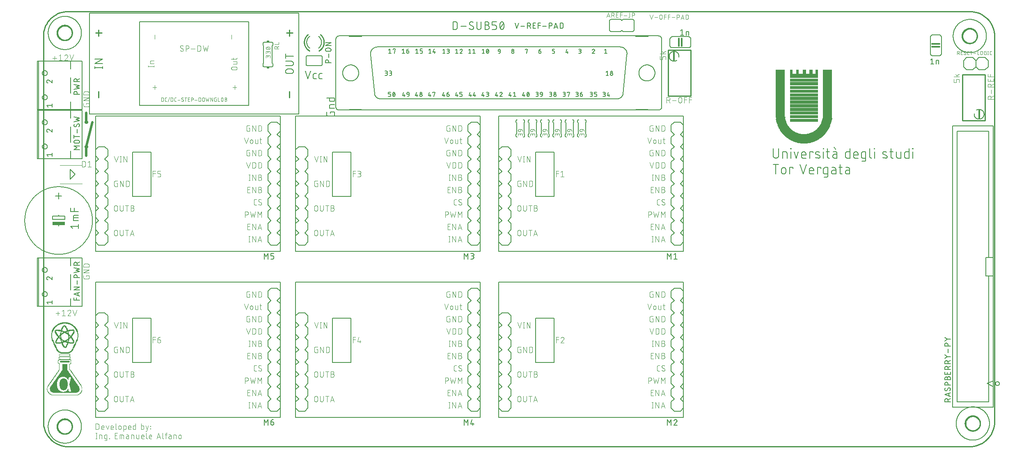
<source format=gto>
G04 EAGLE Gerber RS-274X export*
G75*
%MOMM*%
%FSLAX34Y34*%
%LPD*%
%INTop Silkscreen*%
%IPPOS*%
%AMOC8*
5,1,8,0,0,1.08239X$1,22.5*%
G01*
%ADD10R,0.300000X0.050000*%
%ADD11R,1.550000X0.050000*%
%ADD12R,2.250000X0.050000*%
%ADD13R,2.650000X0.050000*%
%ADD14R,3.050000X0.050000*%
%ADD15R,3.450000X0.050000*%
%ADD16R,3.700000X0.050000*%
%ADD17R,4.000000X0.050000*%
%ADD18R,4.300000X0.050000*%
%ADD19R,4.500000X0.050000*%
%ADD20R,4.700000X0.050000*%
%ADD21R,4.950000X0.050000*%
%ADD22R,5.150000X0.050000*%
%ADD23R,5.350000X0.050000*%
%ADD24R,5.550000X0.050000*%
%ADD25R,5.750000X0.050000*%
%ADD26R,5.900000X0.050000*%
%ADD27R,6.050000X0.050000*%
%ADD28R,6.250000X0.050000*%
%ADD29R,6.350000X0.050000*%
%ADD30R,6.500000X0.050000*%
%ADD31R,6.650000X0.050000*%
%ADD32R,6.800000X0.050000*%
%ADD33R,6.950000X0.050000*%
%ADD34R,7.050000X0.050000*%
%ADD35R,7.200000X0.050000*%
%ADD36R,7.350000X0.050000*%
%ADD37R,7.450000X0.050000*%
%ADD38R,7.550000X0.050000*%
%ADD39R,7.700000X0.050000*%
%ADD40R,7.800000X0.050000*%
%ADD41R,7.900000X0.050000*%
%ADD42R,8.000000X0.050000*%
%ADD43R,8.100000X0.050000*%
%ADD44R,8.200000X0.050000*%
%ADD45R,8.300000X0.050000*%
%ADD46R,8.450000X0.050000*%
%ADD47R,8.500000X0.050000*%
%ADD48R,4.250000X0.050000*%
%ADD49R,4.150000X0.050000*%
%ADD50R,3.650000X0.050000*%
%ADD51R,3.500000X0.050000*%
%ADD52R,3.350000X0.050000*%
%ADD53R,3.250000X0.050000*%
%ADD54R,3.150000X0.050000*%
%ADD55R,2.950000X0.050000*%
%ADD56R,2.900000X0.050000*%
%ADD57R,2.850000X0.050000*%
%ADD58R,2.800000X0.050000*%
%ADD59R,2.750000X0.050000*%
%ADD60R,2.700000X0.050000*%
%ADD61R,2.600000X0.050000*%
%ADD62R,2.550000X0.050000*%
%ADD63R,2.500000X0.050000*%
%ADD64R,2.450000X0.050000*%
%ADD65R,2.400000X0.050000*%
%ADD66R,2.350000X0.050000*%
%ADD67R,2.300000X0.050000*%
%ADD68R,2.200000X0.050000*%
%ADD69R,2.150000X0.050000*%
%ADD70R,2.100000X0.050000*%
%ADD71R,2.050000X0.050000*%
%ADD72R,2.000000X0.050000*%
%ADD73R,1.950000X0.050000*%
%ADD74R,1.900000X0.050000*%
%ADD75R,0.550000X0.050000*%
%ADD76R,0.700000X0.050000*%
%ADD77R,0.750000X0.050000*%
%ADD78R,1.850000X0.050000*%
%ADD79C,0.177800*%
%ADD80C,0.101600*%
%ADD81C,0.152400*%
%ADD82C,0.508000*%
%ADD83R,2.540000X0.635000*%
%ADD84C,0.127000*%
%ADD85C,0.203200*%
%ADD86C,0.254000*%
%ADD87R,0.300000X1.900000*%
%ADD88C,0.304800*%
%ADD89C,0.076200*%
%ADD90R,0.508000X0.381000*%
%ADD91R,5.400000X0.030000*%
%ADD92R,0.180000X0.030000*%
%ADD93R,0.150000X0.030000*%
%ADD94R,0.120000X0.030000*%
%ADD95R,0.090000X0.030000*%
%ADD96R,0.060000X0.030000*%
%ADD97R,4.860000X0.030000*%
%ADD98R,5.100000X0.030000*%
%ADD99R,5.280000X0.030000*%
%ADD100R,2.250000X0.030000*%
%ADD101R,2.910000X0.030000*%
%ADD102R,2.100000X0.030000*%
%ADD103R,2.730000X0.030000*%
%ADD104R,2.040000X0.030000*%
%ADD105R,0.720000X0.030000*%
%ADD106R,1.470000X0.030000*%
%ADD107R,1.980000X0.030000*%
%ADD108R,0.660000X0.030000*%
%ADD109R,1.530000X0.030000*%
%ADD110R,0.570000X0.030000*%
%ADD111R,1.560000X0.030000*%
%ADD112R,1.950000X0.030000*%
%ADD113R,0.540000X0.030000*%
%ADD114R,1.620000X0.030000*%
%ADD115R,0.510000X0.030000*%
%ADD116R,1.650000X0.030000*%
%ADD117R,1.890000X0.030000*%
%ADD118R,0.450000X0.030000*%
%ADD119R,0.390000X0.030000*%
%ADD120R,1.860000X0.030000*%
%ADD121R,0.360000X0.030000*%
%ADD122R,1.710000X0.030000*%
%ADD123R,0.330000X0.030000*%
%ADD124R,1.740000X0.030000*%
%ADD125R,0.030000X0.030000*%
%ADD126R,1.830000X0.030000*%
%ADD127R,0.300000X0.030000*%
%ADD128R,1.800000X0.030000*%
%ADD129R,0.240000X0.030000*%
%ADD130R,1.770000X0.030000*%
%ADD131R,0.420000X0.030000*%
%ADD132R,0.210000X0.030000*%
%ADD133R,0.600000X0.030000*%
%ADD134R,0.810000X0.030000*%
%ADD135R,0.900000X0.030000*%
%ADD136R,0.960000X0.030000*%
%ADD137R,1.020000X0.030000*%
%ADD138R,1.680000X0.030000*%
%ADD139R,1.080000X0.030000*%
%ADD140R,1.170000X0.030000*%
%ADD141R,1.200000X0.030000*%
%ADD142R,1.230000X0.030000*%
%ADD143R,1.920000X0.030000*%
%ADD144R,1.290000X0.030000*%
%ADD145R,1.590000X0.030000*%
%ADD146R,1.350000X0.030000*%
%ADD147R,1.380000X0.030000*%
%ADD148R,1.410000X0.030000*%
%ADD149R,1.500000X0.030000*%
%ADD150R,1.440000X0.030000*%
%ADD151R,1.320000X0.030000*%
%ADD152R,1.260000X0.030000*%
%ADD153R,1.140000X0.030000*%
%ADD154R,1.110000X0.030000*%
%ADD155R,0.990000X0.030000*%
%ADD156R,0.930000X0.030000*%
%ADD157R,0.870000X0.030000*%
%ADD158R,0.840000X0.030000*%
%ADD159R,0.780000X0.030000*%
%ADD160R,0.750000X0.030000*%
%ADD161R,0.690000X0.030000*%
%ADD162R,0.630000X0.030000*%
%ADD163R,1.050000X0.030000*%
%ADD164R,0.480000X0.030000*%
%ADD165R,0.270000X0.030000*%
%ADD166R,2.940000X0.030000*%
%ADD167R,2.880000X0.030000*%
%ADD168R,2.820000X0.030000*%
%ADD169R,2.760000X0.030000*%
%ADD170R,2.700000X0.030000*%
%ADD171R,2.640000X0.030000*%
%ADD172R,2.580000X0.030000*%
%ADD173R,2.520000X0.030000*%
%ADD174R,2.460000X0.030000*%
%ADD175R,2.400000X0.030000*%
%ADD176R,2.340000X0.030000*%
%ADD177R,2.280000X0.030000*%
%ADD178R,2.220000X0.030000*%
%ADD179R,2.160000X0.030000*%
%ADD180R,2.130000X0.030000*%
%ADD181R,2.370000X0.030000*%
%ADD182C,0.254000*%


D10*
X1568050Y626110D03*
D11*
X1569300Y626610D03*
D12*
X1569300Y627110D03*
D13*
X1569300Y627610D03*
D14*
X1569300Y628110D03*
D15*
X1569300Y628610D03*
D16*
X1569050Y629110D03*
D17*
X1569050Y629610D03*
D18*
X1569050Y630110D03*
D19*
X1569050Y630610D03*
D20*
X1569050Y631110D03*
D21*
X1569300Y631610D03*
D22*
X1569300Y632110D03*
D23*
X1569300Y632610D03*
D24*
X1569300Y633110D03*
D25*
X1569300Y633610D03*
D26*
X1569050Y634110D03*
D27*
X1569300Y634610D03*
D28*
X1569300Y635110D03*
D29*
X1569300Y635610D03*
D30*
X1569050Y636110D03*
D31*
X1569300Y636610D03*
D32*
X1569050Y637110D03*
D33*
X1569300Y637610D03*
D34*
X1569300Y638110D03*
D35*
X1569050Y638610D03*
D36*
X1569300Y639110D03*
D37*
X1569300Y639610D03*
D38*
X1569300Y640110D03*
D39*
X1569050Y640610D03*
D40*
X1569050Y641110D03*
D41*
X1569050Y641610D03*
D42*
X1569050Y642110D03*
D43*
X1569050Y642610D03*
D44*
X1569050Y643110D03*
D45*
X1569050Y643610D03*
D46*
X1569300Y644110D03*
D47*
X1569050Y644610D03*
D48*
X1547300Y645110D03*
D49*
X1591300Y645110D03*
D50*
X1544300Y645610D03*
D16*
X1594050Y645610D03*
D51*
X1543050Y646110D03*
X1595550Y646110D03*
D52*
X1541800Y646610D03*
X1596800Y646610D03*
D53*
X1540800Y647110D03*
X1597800Y647110D03*
D54*
X1539800Y647610D03*
X1598800Y647610D03*
D14*
X1538800Y648110D03*
X1599300Y648110D03*
D55*
X1538300Y648610D03*
X1600300Y648610D03*
D56*
X1537550Y649110D03*
X1601050Y649110D03*
D57*
X1536800Y649610D03*
X1601800Y649610D03*
D58*
X1536050Y650110D03*
D59*
X1602300Y650110D03*
D60*
X1535550Y650610D03*
D59*
X1602800Y650610D03*
D60*
X1535050Y651110D03*
X1603550Y651110D03*
D13*
X1534300Y651610D03*
D60*
X1604050Y651610D03*
D13*
X1533800Y652110D03*
D61*
X1604550Y652110D03*
D62*
X1533300Y652610D03*
D61*
X1605050Y652610D03*
D62*
X1532800Y653110D03*
D63*
X1605550Y653110D03*
X1532550Y653610D03*
X1606050Y653610D03*
D64*
X1531800Y654110D03*
D63*
X1606550Y654110D03*
D64*
X1531300Y654610D03*
X1606800Y654610D03*
D65*
X1531050Y655110D03*
D64*
X1607300Y655110D03*
D65*
X1530550Y655610D03*
X1608050Y655610D03*
D66*
X1530300Y656110D03*
X1608300Y656110D03*
X1529800Y656610D03*
X1608800Y656610D03*
D67*
X1529550Y657110D03*
X1609050Y657110D03*
X1529050Y657610D03*
X1609550Y657610D03*
D12*
X1528800Y658110D03*
X1609800Y658110D03*
X1528300Y658610D03*
D67*
X1610050Y658610D03*
D68*
X1528050Y659110D03*
D12*
X1610300Y659110D03*
X1527800Y659610D03*
X1610800Y659610D03*
D68*
X1527550Y660110D03*
X1611050Y660110D03*
X1527050Y660610D03*
X1611550Y660610D03*
D69*
X1526800Y661110D03*
D68*
X1611550Y661110D03*
X1526550Y661610D03*
D69*
X1611800Y661610D03*
X1526300Y662110D03*
X1612300Y662110D03*
X1525800Y662610D03*
D70*
X1612550Y662610D03*
D69*
X1525800Y663110D03*
X1612800Y663110D03*
D70*
X1525550Y663610D03*
X1613050Y663610D03*
X1525050Y664110D03*
X1613050Y664110D03*
X1525050Y664610D03*
X1613550Y664610D03*
D71*
X1524800Y665110D03*
X1613800Y665110D03*
D70*
X1524550Y665610D03*
D71*
X1613800Y665610D03*
X1524300Y666110D03*
X1614300Y666110D03*
D72*
X1524050Y666610D03*
D71*
X1614300Y666610D03*
X1523800Y667110D03*
D72*
X1614550Y667110D03*
D71*
X1523800Y667610D03*
X1614800Y667610D03*
D72*
X1523550Y668110D03*
X1615050Y668110D03*
D71*
X1523300Y668610D03*
D72*
X1615050Y668610D03*
X1523050Y669110D03*
D71*
X1615300Y669110D03*
D72*
X1523050Y669610D03*
X1615550Y669610D03*
D73*
X1522800Y670110D03*
D72*
X1615550Y670110D03*
X1522550Y670610D03*
D73*
X1615800Y670610D03*
D72*
X1522550Y671110D03*
D25*
X1569300Y671110D03*
D72*
X1616050Y671110D03*
D73*
X1522300Y671610D03*
D25*
X1569300Y671610D03*
D72*
X1616050Y671610D03*
D73*
X1522300Y672110D03*
D25*
X1569300Y672110D03*
D73*
X1616300Y672110D03*
D72*
X1522050Y672610D03*
D25*
X1569300Y672610D03*
D73*
X1616300Y672610D03*
X1521800Y673110D03*
D25*
X1569300Y673110D03*
D73*
X1616300Y673110D03*
X1521800Y673610D03*
D25*
X1569300Y673610D03*
D73*
X1616800Y673610D03*
X1521800Y674110D03*
D25*
X1569300Y674110D03*
D73*
X1616800Y674110D03*
D74*
X1521550Y674610D03*
D25*
X1569300Y674610D03*
D73*
X1616800Y674610D03*
X1521300Y675110D03*
D25*
X1569300Y675110D03*
D73*
X1616800Y675110D03*
X1521300Y675610D03*
D25*
X1569300Y675610D03*
D74*
X1617050Y675610D03*
D73*
X1521300Y676110D03*
D25*
X1569300Y676110D03*
D74*
X1617050Y676110D03*
D73*
X1521300Y676610D03*
D25*
X1569300Y676610D03*
D73*
X1617300Y676610D03*
D74*
X1521050Y677110D03*
D73*
X1617300Y677110D03*
D74*
X1521050Y677610D03*
D73*
X1617300Y677610D03*
D74*
X1521050Y678110D03*
X1617550Y678110D03*
X1521050Y678610D03*
D25*
X1569300Y678610D03*
D74*
X1617550Y678610D03*
X1521050Y679110D03*
D25*
X1569300Y679110D03*
D74*
X1617550Y679110D03*
D73*
X1520800Y679610D03*
D25*
X1569300Y679610D03*
D74*
X1617550Y679610D03*
D73*
X1520800Y680110D03*
D25*
X1569300Y680110D03*
D74*
X1617550Y680110D03*
D73*
X1520800Y680610D03*
D25*
X1569300Y680610D03*
D74*
X1617550Y680610D03*
X1520550Y681110D03*
D25*
X1569300Y681110D03*
D74*
X1617550Y681110D03*
X1520550Y681610D03*
D25*
X1569300Y681610D03*
D74*
X1617550Y681610D03*
X1520550Y682110D03*
D25*
X1569300Y682110D03*
D74*
X1617550Y682110D03*
X1520550Y682610D03*
D25*
X1569300Y682610D03*
D74*
X1618050Y682610D03*
X1520550Y683110D03*
D25*
X1569300Y683110D03*
D74*
X1618050Y683110D03*
X1520550Y683610D03*
D25*
X1569300Y683610D03*
D74*
X1618050Y683610D03*
X1520550Y684110D03*
D25*
X1569300Y684110D03*
D74*
X1618050Y684110D03*
X1520550Y684610D03*
X1618050Y684610D03*
X1520550Y685110D03*
X1618050Y685110D03*
X1520550Y685610D03*
X1618050Y685610D03*
X1520550Y686110D03*
D25*
X1569300Y686110D03*
D74*
X1618050Y686110D03*
X1520550Y686610D03*
D25*
X1569300Y686610D03*
D74*
X1618050Y686610D03*
X1520550Y687110D03*
D25*
X1569300Y687110D03*
D74*
X1618050Y687110D03*
X1520550Y687610D03*
D25*
X1569300Y687610D03*
D74*
X1618050Y687610D03*
X1520550Y688110D03*
D25*
X1569300Y688110D03*
D74*
X1618050Y688110D03*
X1520550Y688610D03*
D25*
X1569300Y688610D03*
D74*
X1618050Y688610D03*
X1520550Y689110D03*
D25*
X1569300Y689110D03*
D74*
X1618050Y689110D03*
X1520550Y689610D03*
D25*
X1569300Y689610D03*
D74*
X1618050Y689610D03*
X1520550Y690110D03*
D25*
X1569300Y690110D03*
D74*
X1618050Y690110D03*
X1520550Y690610D03*
D25*
X1569300Y690610D03*
D74*
X1618050Y690610D03*
X1520550Y691110D03*
D25*
X1569300Y691110D03*
D74*
X1618050Y691110D03*
X1520550Y691610D03*
D25*
X1569300Y691610D03*
D74*
X1618050Y691610D03*
X1520550Y692110D03*
X1618050Y692110D03*
X1520550Y692610D03*
X1618050Y692610D03*
X1520550Y693110D03*
X1618050Y693110D03*
X1520550Y693610D03*
D25*
X1569300Y693610D03*
D74*
X1618050Y693610D03*
X1520550Y694110D03*
D25*
X1569300Y694110D03*
D74*
X1618050Y694110D03*
X1520550Y694610D03*
D25*
X1569300Y694610D03*
D74*
X1618050Y694610D03*
X1520550Y695110D03*
D25*
X1569300Y695110D03*
D74*
X1618050Y695110D03*
X1520550Y695610D03*
D25*
X1569300Y695610D03*
D74*
X1618050Y695610D03*
X1520550Y696110D03*
D25*
X1569300Y696110D03*
D74*
X1618050Y696110D03*
X1520550Y696610D03*
D25*
X1569300Y696610D03*
D74*
X1618050Y696610D03*
X1520550Y697110D03*
D25*
X1569300Y697110D03*
D74*
X1618050Y697110D03*
X1520550Y697610D03*
D25*
X1569300Y697610D03*
D74*
X1618050Y697610D03*
X1520550Y698110D03*
D25*
X1569300Y698110D03*
D74*
X1618050Y698110D03*
X1520550Y698610D03*
D25*
X1569300Y698610D03*
D74*
X1618050Y698610D03*
X1520550Y699110D03*
D25*
X1569300Y699110D03*
D74*
X1618050Y699110D03*
X1520550Y699610D03*
X1618050Y699610D03*
X1520550Y700110D03*
X1618050Y700110D03*
X1520550Y700610D03*
D25*
X1569300Y700610D03*
D74*
X1618050Y700610D03*
X1520550Y701110D03*
D25*
X1569300Y701110D03*
D74*
X1618050Y701110D03*
X1520550Y701610D03*
D25*
X1569300Y701610D03*
D74*
X1618050Y701610D03*
X1520550Y702110D03*
D25*
X1569300Y702110D03*
D74*
X1618050Y702110D03*
X1520550Y702610D03*
D25*
X1569300Y702610D03*
D74*
X1618050Y702610D03*
X1520550Y703110D03*
D25*
X1569300Y703110D03*
D74*
X1618050Y703110D03*
X1520550Y703610D03*
D25*
X1569300Y703610D03*
D74*
X1618050Y703610D03*
X1520550Y704110D03*
D25*
X1569300Y704110D03*
D74*
X1618050Y704110D03*
X1520550Y704610D03*
D25*
X1569300Y704610D03*
D74*
X1618050Y704610D03*
X1520550Y705110D03*
D25*
X1569300Y705110D03*
D74*
X1618050Y705110D03*
X1520550Y705610D03*
D25*
X1569300Y705610D03*
D74*
X1618050Y705610D03*
X1520550Y706110D03*
D25*
X1569300Y706110D03*
D74*
X1618050Y706110D03*
X1520550Y706610D03*
D25*
X1569300Y706610D03*
D74*
X1618050Y706610D03*
X1520550Y707110D03*
X1618050Y707110D03*
X1520550Y707610D03*
X1618050Y707610D03*
X1520550Y708110D03*
X1618050Y708110D03*
X1520550Y708610D03*
D25*
X1569300Y708610D03*
D74*
X1618050Y708610D03*
X1520550Y709110D03*
D25*
X1569300Y709110D03*
D74*
X1618050Y709110D03*
X1520550Y709610D03*
D25*
X1569300Y709610D03*
D74*
X1618050Y709610D03*
X1520550Y710110D03*
D25*
X1569300Y710110D03*
D74*
X1618050Y710110D03*
X1520550Y710610D03*
D25*
X1569300Y710610D03*
D74*
X1618050Y710610D03*
X1520550Y711110D03*
D25*
X1569300Y711110D03*
D74*
X1618050Y711110D03*
X1520550Y711610D03*
D25*
X1569300Y711610D03*
D74*
X1618050Y711610D03*
X1520550Y712110D03*
D25*
X1569300Y712110D03*
D74*
X1618050Y712110D03*
X1520550Y712610D03*
D25*
X1569300Y712610D03*
D74*
X1618050Y712610D03*
X1520550Y713110D03*
D25*
X1569300Y713110D03*
D74*
X1618050Y713110D03*
X1520550Y713610D03*
D25*
X1569300Y713610D03*
D74*
X1618050Y713610D03*
X1520550Y714110D03*
D25*
X1569300Y714110D03*
D74*
X1618050Y714110D03*
X1520550Y714610D03*
X1618050Y714610D03*
X1520550Y715110D03*
X1618050Y715110D03*
X1520550Y715610D03*
X1618050Y715610D03*
X1520550Y716110D03*
D25*
X1569300Y716110D03*
D74*
X1618050Y716110D03*
X1520550Y716610D03*
D25*
X1569300Y716610D03*
D74*
X1618050Y716610D03*
X1520550Y717110D03*
D25*
X1569300Y717110D03*
D74*
X1618050Y717110D03*
X1520550Y717610D03*
D25*
X1569300Y717610D03*
D74*
X1618050Y717610D03*
X1520550Y718110D03*
D25*
X1569300Y718110D03*
D74*
X1618050Y718110D03*
X1520550Y718610D03*
D25*
X1569300Y718610D03*
D74*
X1618050Y718610D03*
X1520550Y719110D03*
D25*
X1569300Y719110D03*
D74*
X1618050Y719110D03*
X1520550Y719610D03*
D25*
X1569300Y719610D03*
D74*
X1618050Y719610D03*
X1520550Y720110D03*
D25*
X1569300Y720110D03*
D74*
X1618050Y720110D03*
X1520550Y720610D03*
D25*
X1569300Y720610D03*
D74*
X1618050Y720610D03*
X1520550Y721110D03*
D25*
X1569300Y721110D03*
D74*
X1618050Y721110D03*
X1520550Y721610D03*
D25*
X1569300Y721610D03*
D74*
X1618050Y721610D03*
X1520550Y722110D03*
X1618050Y722110D03*
X1520550Y722610D03*
X1618050Y722610D03*
X1520550Y723110D03*
X1618050Y723110D03*
X1520550Y723610D03*
D25*
X1569300Y723610D03*
D74*
X1618050Y723610D03*
X1520550Y724110D03*
D25*
X1569300Y724110D03*
D74*
X1618050Y724110D03*
X1520550Y724610D03*
D25*
X1569300Y724610D03*
D74*
X1618050Y724610D03*
X1520550Y725110D03*
D25*
X1569300Y725110D03*
D74*
X1618050Y725110D03*
X1520550Y725610D03*
D25*
X1569300Y725610D03*
D74*
X1618050Y725610D03*
X1520550Y726110D03*
D25*
X1569300Y726110D03*
D74*
X1618050Y726110D03*
X1520550Y726610D03*
D25*
X1569300Y726610D03*
D74*
X1618050Y726610D03*
X1520550Y727110D03*
D25*
X1569300Y727110D03*
D74*
X1618050Y727110D03*
X1520550Y727610D03*
D25*
X1569300Y727610D03*
D74*
X1618050Y727610D03*
X1520550Y728110D03*
D25*
X1569300Y728110D03*
D74*
X1618050Y728110D03*
X1520550Y728610D03*
D25*
X1569300Y728610D03*
D74*
X1618050Y728610D03*
X1520550Y729110D03*
D25*
X1569300Y729110D03*
D74*
X1618050Y729110D03*
X1520550Y729610D03*
X1618050Y729610D03*
X1520550Y730110D03*
X1618050Y730110D03*
X1520550Y730610D03*
X1618050Y730610D03*
X1520550Y731110D03*
D25*
X1569300Y731110D03*
D74*
X1618050Y731110D03*
X1520550Y731610D03*
D25*
X1569300Y731610D03*
D74*
X1618050Y731610D03*
X1520550Y732110D03*
D25*
X1569300Y732110D03*
D74*
X1618050Y732110D03*
X1520550Y732610D03*
D25*
X1569300Y732610D03*
D74*
X1618050Y732610D03*
X1520550Y733110D03*
D25*
X1569300Y733110D03*
D74*
X1618050Y733110D03*
X1520550Y733610D03*
D25*
X1569300Y733610D03*
D74*
X1618050Y733610D03*
X1520550Y734110D03*
D25*
X1569300Y734110D03*
D74*
X1618050Y734110D03*
X1520550Y734610D03*
D25*
X1569300Y734610D03*
D74*
X1618050Y734610D03*
X1520550Y735110D03*
D25*
X1569300Y735110D03*
D74*
X1618050Y735110D03*
X1520550Y735610D03*
D25*
X1569300Y735610D03*
D74*
X1618050Y735610D03*
X1520550Y736110D03*
D25*
X1569300Y736110D03*
D74*
X1618050Y736110D03*
X1520550Y736610D03*
D25*
X1569300Y736610D03*
D74*
X1618050Y736610D03*
X1520550Y737110D03*
X1618050Y737110D03*
X1520550Y737610D03*
X1618050Y737610D03*
X1520550Y738110D03*
X1618050Y738110D03*
X1520550Y738610D03*
D25*
X1569300Y738610D03*
D74*
X1618050Y738610D03*
X1520550Y739110D03*
D25*
X1569300Y739110D03*
D74*
X1618050Y739110D03*
X1520550Y739610D03*
D25*
X1569300Y739610D03*
D74*
X1618050Y739610D03*
X1520550Y740110D03*
D25*
X1569300Y740110D03*
D74*
X1618050Y740110D03*
X1520550Y740610D03*
D25*
X1569300Y740610D03*
D74*
X1618050Y740610D03*
X1520550Y741110D03*
D25*
X1569300Y741110D03*
D74*
X1618050Y741110D03*
X1520550Y741610D03*
D25*
X1569300Y741610D03*
D74*
X1618050Y741610D03*
X1520550Y742110D03*
D25*
X1569300Y742110D03*
D74*
X1618050Y742110D03*
X1520550Y742610D03*
D25*
X1569300Y742610D03*
D74*
X1618050Y742610D03*
X1520550Y743110D03*
D25*
X1569300Y743110D03*
D74*
X1618050Y743110D03*
X1520550Y743610D03*
D25*
X1569300Y743610D03*
D74*
X1618050Y743610D03*
X1520550Y744110D03*
D25*
X1569300Y744110D03*
D74*
X1618050Y744110D03*
X1520550Y744610D03*
X1618050Y744610D03*
X1520550Y745110D03*
X1618050Y745110D03*
X1520550Y745610D03*
X1618050Y745610D03*
X1520550Y746110D03*
X1618050Y746110D03*
X1520550Y746610D03*
D25*
X1569300Y746610D03*
D74*
X1618050Y746610D03*
X1520550Y747110D03*
D25*
X1569300Y747110D03*
D74*
X1618050Y747110D03*
X1520550Y747610D03*
D25*
X1569300Y747610D03*
D74*
X1618050Y747610D03*
X1520550Y748110D03*
D25*
X1569300Y748110D03*
D74*
X1618050Y748110D03*
X1520550Y748610D03*
D25*
X1569300Y748610D03*
D74*
X1618050Y748610D03*
X1520550Y749110D03*
D25*
X1569300Y749110D03*
D74*
X1618050Y749110D03*
X1520550Y749610D03*
D25*
X1569300Y749610D03*
D74*
X1618050Y749610D03*
X1520550Y750110D03*
D25*
X1569300Y750110D03*
D74*
X1618050Y750110D03*
X1520550Y750610D03*
D25*
X1569300Y750610D03*
D74*
X1618050Y750610D03*
X1520550Y751110D03*
D25*
X1569300Y751110D03*
D74*
X1618050Y751110D03*
X1520550Y751610D03*
D25*
X1569300Y751610D03*
D74*
X1618050Y751610D03*
X1520550Y752110D03*
D25*
X1569300Y752110D03*
D74*
X1618050Y752110D03*
X1520550Y752610D03*
X1618050Y752610D03*
X1520550Y753110D03*
X1618050Y753110D03*
X1520550Y753610D03*
X1618050Y753610D03*
X1520550Y754110D03*
D25*
X1569300Y754110D03*
D74*
X1618050Y754110D03*
X1520550Y754610D03*
D25*
X1569300Y754610D03*
D74*
X1618050Y754610D03*
X1520550Y755110D03*
D25*
X1569300Y755110D03*
D74*
X1618050Y755110D03*
X1520550Y755610D03*
D25*
X1569300Y755610D03*
D74*
X1618050Y755610D03*
X1520550Y756110D03*
D25*
X1569300Y756110D03*
D74*
X1618050Y756110D03*
X1520550Y756610D03*
D25*
X1569300Y756610D03*
D74*
X1618050Y756610D03*
X1520550Y757110D03*
D25*
X1569300Y757110D03*
D74*
X1618050Y757110D03*
X1520550Y757610D03*
D25*
X1569300Y757610D03*
D74*
X1618050Y757610D03*
X1520550Y758110D03*
D25*
X1569300Y758110D03*
D74*
X1618050Y758110D03*
X1520550Y758610D03*
D25*
X1569300Y758610D03*
D74*
X1618050Y758610D03*
X1520550Y759110D03*
D25*
X1569300Y759110D03*
D74*
X1618050Y759110D03*
X1520550Y759610D03*
D25*
X1569300Y759610D03*
D74*
X1618050Y759610D03*
X1520550Y760110D03*
X1618050Y760110D03*
X1520550Y760610D03*
X1618050Y760610D03*
X1520550Y761110D03*
X1618050Y761110D03*
X1520550Y761610D03*
D25*
X1569300Y761610D03*
D74*
X1618050Y761610D03*
X1520550Y762110D03*
D25*
X1569300Y762110D03*
D74*
X1618050Y762110D03*
X1520550Y762610D03*
D25*
X1569300Y762610D03*
D74*
X1618050Y762610D03*
X1520550Y763110D03*
D25*
X1569300Y763110D03*
D74*
X1618050Y763110D03*
X1520550Y763610D03*
D25*
X1569300Y763610D03*
D74*
X1618050Y763610D03*
X1520550Y764110D03*
D25*
X1569300Y764110D03*
D74*
X1618050Y764110D03*
X1520550Y764610D03*
D25*
X1569300Y764610D03*
D74*
X1618050Y764610D03*
X1520550Y765110D03*
D25*
X1569300Y765110D03*
D74*
X1618050Y765110D03*
X1520550Y765610D03*
D25*
X1569300Y765610D03*
D74*
X1618050Y765610D03*
X1520550Y766110D03*
D25*
X1569300Y766110D03*
D74*
X1618050Y766110D03*
X1520550Y766610D03*
D25*
X1569300Y766610D03*
D74*
X1618050Y766610D03*
X1520550Y767110D03*
D25*
X1569300Y767110D03*
D74*
X1618050Y767110D03*
X1520550Y767610D03*
D25*
X1569300Y767610D03*
D74*
X1618050Y767610D03*
X1520550Y768110D03*
D25*
X1569300Y768110D03*
D74*
X1618050Y768110D03*
X1520550Y768610D03*
D25*
X1569300Y768610D03*
D74*
X1618050Y768610D03*
X1520550Y769110D03*
D25*
X1569300Y769110D03*
D74*
X1618050Y769110D03*
X1520550Y769610D03*
D75*
X1543300Y769610D03*
X1556300Y769610D03*
D76*
X1570550Y769610D03*
D77*
X1583800Y769610D03*
D75*
X1595300Y769610D03*
D74*
X1618050Y769610D03*
X1520550Y770110D03*
D75*
X1543300Y770110D03*
X1556300Y770110D03*
D76*
X1570550Y770110D03*
D77*
X1583800Y770110D03*
D75*
X1595300Y770110D03*
D74*
X1618050Y770110D03*
X1520550Y770610D03*
D75*
X1543300Y770610D03*
X1556300Y770610D03*
D76*
X1570550Y770610D03*
D77*
X1583800Y770610D03*
D75*
X1595300Y770610D03*
D74*
X1618050Y770610D03*
X1520550Y771110D03*
D75*
X1543300Y771110D03*
X1556300Y771110D03*
D76*
X1570550Y771110D03*
D77*
X1583800Y771110D03*
D75*
X1595300Y771110D03*
D74*
X1618050Y771110D03*
X1520550Y771610D03*
D75*
X1543300Y771610D03*
X1556300Y771610D03*
D76*
X1570550Y771610D03*
D77*
X1583800Y771610D03*
D75*
X1595300Y771610D03*
D74*
X1618050Y771610D03*
X1520550Y772110D03*
D75*
X1543300Y772110D03*
X1556300Y772110D03*
D76*
X1570550Y772110D03*
D77*
X1583800Y772110D03*
D75*
X1595300Y772110D03*
D74*
X1618050Y772110D03*
X1520550Y772610D03*
D75*
X1543300Y772610D03*
X1556300Y772610D03*
D76*
X1570550Y772610D03*
D77*
X1583800Y772610D03*
D75*
X1595300Y772610D03*
D74*
X1618050Y772610D03*
X1520550Y773110D03*
D75*
X1543300Y773110D03*
X1556300Y773110D03*
D76*
X1570550Y773110D03*
D77*
X1583800Y773110D03*
D75*
X1595300Y773110D03*
D74*
X1618050Y773110D03*
X1520550Y773610D03*
D75*
X1543300Y773610D03*
X1556300Y773610D03*
D76*
X1570550Y773610D03*
D77*
X1583800Y773610D03*
D75*
X1595300Y773610D03*
D74*
X1618050Y773610D03*
X1520550Y774110D03*
D75*
X1543300Y774110D03*
X1556300Y774110D03*
D76*
X1570550Y774110D03*
D77*
X1583800Y774110D03*
D75*
X1595300Y774110D03*
D74*
X1618050Y774110D03*
X1520550Y774610D03*
D75*
X1543300Y774610D03*
X1556300Y774610D03*
D76*
X1570550Y774610D03*
D77*
X1583800Y774610D03*
D75*
X1595300Y774610D03*
D74*
X1618050Y774610D03*
X1520550Y775110D03*
D75*
X1543300Y775110D03*
X1556300Y775110D03*
D76*
X1570550Y775110D03*
D77*
X1583800Y775110D03*
D75*
X1595300Y775110D03*
D74*
X1618050Y775110D03*
X1520550Y775610D03*
D75*
X1543300Y775610D03*
X1556300Y775610D03*
D76*
X1570550Y775610D03*
D77*
X1583800Y775610D03*
D75*
X1595300Y775610D03*
D74*
X1618050Y775610D03*
X1520550Y776110D03*
D75*
X1543300Y776110D03*
X1556300Y776110D03*
D76*
X1570550Y776110D03*
D77*
X1583800Y776110D03*
D75*
X1595300Y776110D03*
D74*
X1618050Y776110D03*
X1520550Y776610D03*
D75*
X1543300Y776610D03*
X1556300Y776610D03*
D76*
X1570550Y776610D03*
D77*
X1583800Y776610D03*
D75*
X1595300Y776610D03*
D74*
X1618050Y776610D03*
X1520550Y777110D03*
D75*
X1543300Y777110D03*
X1556300Y777110D03*
D76*
X1570550Y777110D03*
D77*
X1583800Y777110D03*
D75*
X1595300Y777110D03*
D74*
X1618050Y777110D03*
X1520550Y777610D03*
D75*
X1543300Y777610D03*
X1556300Y777610D03*
D76*
X1570550Y777610D03*
D77*
X1583800Y777610D03*
D75*
X1595300Y777610D03*
D78*
X1617800Y777610D03*
D79*
X1505839Y616331D02*
X1505839Y601839D01*
X1505841Y601691D01*
X1505847Y601542D01*
X1505857Y601394D01*
X1505871Y601247D01*
X1505888Y601099D01*
X1505910Y600952D01*
X1505936Y600806D01*
X1505965Y600661D01*
X1505998Y600516D01*
X1506035Y600372D01*
X1506076Y600230D01*
X1506121Y600088D01*
X1506170Y599948D01*
X1506222Y599809D01*
X1506278Y599672D01*
X1506337Y599536D01*
X1506400Y599401D01*
X1506467Y599269D01*
X1506537Y599138D01*
X1506611Y599009D01*
X1506688Y598882D01*
X1506768Y598758D01*
X1506852Y598635D01*
X1506939Y598515D01*
X1507029Y598397D01*
X1507122Y598281D01*
X1507218Y598168D01*
X1507317Y598058D01*
X1507419Y597950D01*
X1507524Y597845D01*
X1507632Y597743D01*
X1507742Y597644D01*
X1507855Y597548D01*
X1507971Y597455D01*
X1508089Y597365D01*
X1508209Y597278D01*
X1508332Y597194D01*
X1508456Y597114D01*
X1508583Y597037D01*
X1508712Y596963D01*
X1508843Y596893D01*
X1508975Y596826D01*
X1509110Y596763D01*
X1509246Y596704D01*
X1509383Y596648D01*
X1509522Y596596D01*
X1509662Y596547D01*
X1509804Y596502D01*
X1509946Y596461D01*
X1510090Y596424D01*
X1510235Y596391D01*
X1510380Y596362D01*
X1510526Y596336D01*
X1510673Y596314D01*
X1510821Y596297D01*
X1510968Y596283D01*
X1511116Y596273D01*
X1511265Y596267D01*
X1511413Y596265D01*
X1511561Y596267D01*
X1511710Y596273D01*
X1511858Y596283D01*
X1512005Y596297D01*
X1512153Y596314D01*
X1512300Y596336D01*
X1512446Y596362D01*
X1512591Y596391D01*
X1512736Y596424D01*
X1512880Y596461D01*
X1513022Y596502D01*
X1513164Y596547D01*
X1513304Y596596D01*
X1513443Y596648D01*
X1513580Y596704D01*
X1513716Y596763D01*
X1513851Y596826D01*
X1513983Y596893D01*
X1514114Y596963D01*
X1514243Y597037D01*
X1514370Y597114D01*
X1514494Y597194D01*
X1514617Y597278D01*
X1514737Y597365D01*
X1514855Y597455D01*
X1514971Y597548D01*
X1515084Y597644D01*
X1515194Y597743D01*
X1515302Y597845D01*
X1515407Y597950D01*
X1515509Y598058D01*
X1515608Y598168D01*
X1515704Y598281D01*
X1515797Y598397D01*
X1515887Y598515D01*
X1515974Y598635D01*
X1516058Y598758D01*
X1516138Y598882D01*
X1516215Y599009D01*
X1516289Y599138D01*
X1516359Y599269D01*
X1516426Y599401D01*
X1516489Y599536D01*
X1516548Y599672D01*
X1516604Y599809D01*
X1516656Y599948D01*
X1516705Y600088D01*
X1516750Y600230D01*
X1516791Y600372D01*
X1516828Y600516D01*
X1516861Y600661D01*
X1516890Y600806D01*
X1516916Y600952D01*
X1516938Y601099D01*
X1516955Y601247D01*
X1516969Y601394D01*
X1516979Y601542D01*
X1516985Y601691D01*
X1516987Y601839D01*
X1516987Y616331D01*
X1525492Y609642D02*
X1525492Y596265D01*
X1525492Y609642D02*
X1531066Y609642D01*
X1531180Y609640D01*
X1531294Y609634D01*
X1531408Y609624D01*
X1531521Y609611D01*
X1531634Y609593D01*
X1531746Y609572D01*
X1531858Y609547D01*
X1531968Y609518D01*
X1532078Y609485D01*
X1532186Y609449D01*
X1532293Y609409D01*
X1532398Y609365D01*
X1532502Y609318D01*
X1532604Y609267D01*
X1532705Y609213D01*
X1532803Y609155D01*
X1532900Y609094D01*
X1532994Y609030D01*
X1533087Y608963D01*
X1533176Y608892D01*
X1533264Y608818D01*
X1533348Y608742D01*
X1533431Y608663D01*
X1533510Y608580D01*
X1533586Y608496D01*
X1533660Y608408D01*
X1533731Y608319D01*
X1533798Y608226D01*
X1533862Y608132D01*
X1533923Y608036D01*
X1533981Y607937D01*
X1534035Y607836D01*
X1534086Y607734D01*
X1534133Y607630D01*
X1534177Y607525D01*
X1534217Y607418D01*
X1534253Y607310D01*
X1534286Y607200D01*
X1534315Y607090D01*
X1534340Y606978D01*
X1534361Y606866D01*
X1534379Y606753D01*
X1534392Y606640D01*
X1534402Y606526D01*
X1534408Y606412D01*
X1534410Y606298D01*
X1534410Y596265D01*
X1542310Y596265D02*
X1542310Y609642D01*
X1541753Y615216D02*
X1541753Y616331D01*
X1542868Y616331D01*
X1542868Y615216D01*
X1541753Y615216D01*
X1548974Y609642D02*
X1553433Y596265D01*
X1557892Y609642D01*
X1567767Y596265D02*
X1573341Y596265D01*
X1567767Y596265D02*
X1567653Y596267D01*
X1567539Y596273D01*
X1567425Y596283D01*
X1567312Y596296D01*
X1567199Y596314D01*
X1567087Y596335D01*
X1566975Y596360D01*
X1566865Y596389D01*
X1566755Y596422D01*
X1566647Y596458D01*
X1566540Y596498D01*
X1566435Y596542D01*
X1566331Y596589D01*
X1566229Y596640D01*
X1566128Y596694D01*
X1566030Y596752D01*
X1565933Y596813D01*
X1565839Y596877D01*
X1565746Y596944D01*
X1565657Y597015D01*
X1565569Y597089D01*
X1565485Y597165D01*
X1565402Y597244D01*
X1565323Y597327D01*
X1565247Y597411D01*
X1565173Y597499D01*
X1565102Y597588D01*
X1565035Y597681D01*
X1564971Y597775D01*
X1564910Y597872D01*
X1564852Y597970D01*
X1564798Y598071D01*
X1564747Y598173D01*
X1564700Y598277D01*
X1564656Y598382D01*
X1564616Y598489D01*
X1564580Y598597D01*
X1564547Y598707D01*
X1564518Y598817D01*
X1564493Y598929D01*
X1564472Y599041D01*
X1564454Y599154D01*
X1564441Y599267D01*
X1564431Y599381D01*
X1564425Y599495D01*
X1564423Y599609D01*
X1564423Y605183D01*
X1564425Y605315D01*
X1564431Y605447D01*
X1564441Y605579D01*
X1564454Y605710D01*
X1564472Y605841D01*
X1564493Y605972D01*
X1564519Y606101D01*
X1564548Y606230D01*
X1564581Y606358D01*
X1564617Y606485D01*
X1564658Y606611D01*
X1564702Y606736D01*
X1564750Y606859D01*
X1564801Y606981D01*
X1564856Y607101D01*
X1564915Y607219D01*
X1564977Y607336D01*
X1565043Y607451D01*
X1565111Y607563D01*
X1565184Y607674D01*
X1565259Y607783D01*
X1565338Y607889D01*
X1565419Y607993D01*
X1565504Y608094D01*
X1565592Y608193D01*
X1565683Y608289D01*
X1565776Y608382D01*
X1565872Y608473D01*
X1565971Y608561D01*
X1566072Y608646D01*
X1566176Y608727D01*
X1566282Y608806D01*
X1566391Y608881D01*
X1566502Y608954D01*
X1566614Y609022D01*
X1566729Y609088D01*
X1566846Y609150D01*
X1566964Y609209D01*
X1567084Y609264D01*
X1567206Y609315D01*
X1567329Y609363D01*
X1567454Y609407D01*
X1567580Y609448D01*
X1567707Y609484D01*
X1567835Y609517D01*
X1567964Y609546D01*
X1568093Y609572D01*
X1568224Y609593D01*
X1568355Y609611D01*
X1568486Y609624D01*
X1568618Y609634D01*
X1568750Y609640D01*
X1568882Y609642D01*
X1569014Y609640D01*
X1569146Y609634D01*
X1569278Y609624D01*
X1569409Y609611D01*
X1569540Y609593D01*
X1569671Y609572D01*
X1569800Y609546D01*
X1569929Y609517D01*
X1570057Y609484D01*
X1570184Y609448D01*
X1570310Y609407D01*
X1570435Y609363D01*
X1570558Y609315D01*
X1570680Y609264D01*
X1570800Y609209D01*
X1570918Y609150D01*
X1571035Y609088D01*
X1571150Y609022D01*
X1571262Y608954D01*
X1571373Y608881D01*
X1571482Y608806D01*
X1571588Y608727D01*
X1571692Y608646D01*
X1571793Y608561D01*
X1571892Y608473D01*
X1571988Y608382D01*
X1572081Y608289D01*
X1572172Y608193D01*
X1572260Y608094D01*
X1572345Y607993D01*
X1572426Y607889D01*
X1572505Y607783D01*
X1572580Y607674D01*
X1572653Y607563D01*
X1572721Y607451D01*
X1572787Y607336D01*
X1572849Y607219D01*
X1572908Y607101D01*
X1572963Y606981D01*
X1573014Y606859D01*
X1573062Y606736D01*
X1573106Y606611D01*
X1573147Y606485D01*
X1573183Y606358D01*
X1573216Y606230D01*
X1573245Y606101D01*
X1573271Y605972D01*
X1573292Y605841D01*
X1573310Y605710D01*
X1573323Y605579D01*
X1573333Y605447D01*
X1573339Y605315D01*
X1573341Y605183D01*
X1573341Y602954D01*
X1564423Y602954D01*
X1581185Y609642D02*
X1581185Y596265D01*
X1581185Y609642D02*
X1587874Y609642D01*
X1587874Y607413D01*
X1595138Y604068D02*
X1600712Y601839D01*
X1595139Y604069D02*
X1595040Y604110D01*
X1594943Y604155D01*
X1594848Y604204D01*
X1594755Y604256D01*
X1594663Y604312D01*
X1594574Y604371D01*
X1594487Y604433D01*
X1594403Y604499D01*
X1594320Y604567D01*
X1594241Y604639D01*
X1594164Y604713D01*
X1594090Y604790D01*
X1594019Y604870D01*
X1593951Y604952D01*
X1593886Y605037D01*
X1593824Y605124D01*
X1593765Y605214D01*
X1593710Y605305D01*
X1593658Y605399D01*
X1593610Y605494D01*
X1593565Y605592D01*
X1593524Y605690D01*
X1593487Y605790D01*
X1593453Y605892D01*
X1593423Y605995D01*
X1593397Y606098D01*
X1593375Y606203D01*
X1593356Y606308D01*
X1593342Y606414D01*
X1593331Y606521D01*
X1593325Y606627D01*
X1593322Y606734D01*
X1593323Y606841D01*
X1593329Y606948D01*
X1593338Y607055D01*
X1593351Y607161D01*
X1593368Y607266D01*
X1593389Y607371D01*
X1593414Y607475D01*
X1593443Y607578D01*
X1593475Y607680D01*
X1593511Y607781D01*
X1593551Y607880D01*
X1593595Y607978D01*
X1593642Y608074D01*
X1593693Y608168D01*
X1593747Y608260D01*
X1593804Y608350D01*
X1593865Y608438D01*
X1593929Y608524D01*
X1593996Y608607D01*
X1594066Y608688D01*
X1594139Y608766D01*
X1594215Y608841D01*
X1594294Y608914D01*
X1594375Y608983D01*
X1594459Y609050D01*
X1594545Y609113D01*
X1594634Y609173D01*
X1594724Y609230D01*
X1594817Y609283D01*
X1594911Y609333D01*
X1595008Y609379D01*
X1595106Y609422D01*
X1595205Y609461D01*
X1595306Y609496D01*
X1595408Y609528D01*
X1595512Y609556D01*
X1595616Y609580D01*
X1595721Y609600D01*
X1595827Y609616D01*
X1595933Y609628D01*
X1596039Y609637D01*
X1596146Y609641D01*
X1596253Y609642D01*
X1596557Y609634D01*
X1596861Y609618D01*
X1597165Y609596D01*
X1597468Y609566D01*
X1597770Y609529D01*
X1598071Y609484D01*
X1598371Y609433D01*
X1598669Y609374D01*
X1598967Y609308D01*
X1599262Y609234D01*
X1599556Y609154D01*
X1599847Y609067D01*
X1600137Y608973D01*
X1600424Y608872D01*
X1600708Y608763D01*
X1600990Y608649D01*
X1601269Y608527D01*
X1600712Y601838D02*
X1600811Y601797D01*
X1600908Y601752D01*
X1601003Y601703D01*
X1601096Y601651D01*
X1601188Y601595D01*
X1601277Y601536D01*
X1601364Y601474D01*
X1601448Y601408D01*
X1601531Y601340D01*
X1601610Y601268D01*
X1601687Y601194D01*
X1601761Y601117D01*
X1601832Y601037D01*
X1601900Y600955D01*
X1601965Y600870D01*
X1602027Y600783D01*
X1602086Y600693D01*
X1602141Y600602D01*
X1602193Y600508D01*
X1602241Y600413D01*
X1602286Y600315D01*
X1602327Y600217D01*
X1602364Y600117D01*
X1602398Y600015D01*
X1602428Y599912D01*
X1602454Y599809D01*
X1602476Y599704D01*
X1602495Y599599D01*
X1602509Y599493D01*
X1602520Y599386D01*
X1602526Y599280D01*
X1602529Y599173D01*
X1602528Y599066D01*
X1602522Y598959D01*
X1602513Y598852D01*
X1602500Y598746D01*
X1602483Y598641D01*
X1602462Y598536D01*
X1602437Y598432D01*
X1602408Y598329D01*
X1602376Y598227D01*
X1602340Y598126D01*
X1602300Y598027D01*
X1602256Y597929D01*
X1602209Y597833D01*
X1602158Y597739D01*
X1602104Y597647D01*
X1602047Y597557D01*
X1601986Y597469D01*
X1601922Y597383D01*
X1601855Y597300D01*
X1601785Y597219D01*
X1601712Y597141D01*
X1601636Y597066D01*
X1601557Y596993D01*
X1601476Y596924D01*
X1601392Y596857D01*
X1601306Y596794D01*
X1601217Y596734D01*
X1601127Y596677D01*
X1601034Y596624D01*
X1600940Y596574D01*
X1600843Y596528D01*
X1600745Y596485D01*
X1600646Y596446D01*
X1600545Y596411D01*
X1600443Y596379D01*
X1600339Y596351D01*
X1600235Y596327D01*
X1600130Y596307D01*
X1600024Y596291D01*
X1599918Y596279D01*
X1599812Y596270D01*
X1599705Y596266D01*
X1599598Y596265D01*
X1599597Y596265D02*
X1599150Y596277D01*
X1598703Y596299D01*
X1598257Y596332D01*
X1597812Y596375D01*
X1597368Y596429D01*
X1596926Y596493D01*
X1596485Y596568D01*
X1596046Y596653D01*
X1595609Y596749D01*
X1595175Y596855D01*
X1594743Y596971D01*
X1594314Y597097D01*
X1593888Y597233D01*
X1593466Y597380D01*
X1609666Y596265D02*
X1609666Y609642D01*
X1609109Y615216D02*
X1609109Y616331D01*
X1610223Y616331D01*
X1610223Y615216D01*
X1609109Y615216D01*
X1615486Y609642D02*
X1622175Y609642D01*
X1617716Y616331D02*
X1617716Y599609D01*
X1617718Y599495D01*
X1617724Y599381D01*
X1617734Y599267D01*
X1617747Y599154D01*
X1617765Y599041D01*
X1617786Y598929D01*
X1617811Y598817D01*
X1617840Y598707D01*
X1617873Y598597D01*
X1617909Y598489D01*
X1617949Y598382D01*
X1617993Y598277D01*
X1618040Y598173D01*
X1618091Y598071D01*
X1618145Y597970D01*
X1618203Y597872D01*
X1618264Y597775D01*
X1618328Y597681D01*
X1618395Y597588D01*
X1618466Y597499D01*
X1618540Y597411D01*
X1618616Y597327D01*
X1618695Y597244D01*
X1618778Y597165D01*
X1618862Y597089D01*
X1618950Y597015D01*
X1619039Y596944D01*
X1619132Y596877D01*
X1619226Y596813D01*
X1619323Y596752D01*
X1619421Y596694D01*
X1619522Y596640D01*
X1619624Y596589D01*
X1619728Y596542D01*
X1619833Y596498D01*
X1619940Y596458D01*
X1620048Y596422D01*
X1620158Y596389D01*
X1620268Y596360D01*
X1620380Y596335D01*
X1620492Y596314D01*
X1620605Y596296D01*
X1620718Y596283D01*
X1620832Y596273D01*
X1620946Y596267D01*
X1621060Y596265D01*
X1622175Y596265D01*
X1632526Y604068D02*
X1637542Y604068D01*
X1632526Y604069D02*
X1632402Y604067D01*
X1632279Y604061D01*
X1632155Y604051D01*
X1632032Y604038D01*
X1631909Y604020D01*
X1631788Y603998D01*
X1631666Y603973D01*
X1631546Y603944D01*
X1631427Y603911D01*
X1631308Y603874D01*
X1631191Y603834D01*
X1631076Y603789D01*
X1630962Y603742D01*
X1630849Y603690D01*
X1630738Y603635D01*
X1630629Y603577D01*
X1630522Y603515D01*
X1630416Y603450D01*
X1630313Y603381D01*
X1630212Y603309D01*
X1630114Y603234D01*
X1630018Y603156D01*
X1629924Y603075D01*
X1629833Y602991D01*
X1629745Y602904D01*
X1629660Y602815D01*
X1629577Y602722D01*
X1629497Y602627D01*
X1629421Y602530D01*
X1629348Y602430D01*
X1629277Y602328D01*
X1629210Y602224D01*
X1629147Y602118D01*
X1629087Y602010D01*
X1629030Y601900D01*
X1628977Y601788D01*
X1628927Y601675D01*
X1628881Y601560D01*
X1628839Y601443D01*
X1628800Y601326D01*
X1628765Y601207D01*
X1628734Y601087D01*
X1628707Y600966D01*
X1628683Y600845D01*
X1628664Y600722D01*
X1628648Y600599D01*
X1628636Y600476D01*
X1628628Y600353D01*
X1628624Y600229D01*
X1628624Y600105D01*
X1628628Y599981D01*
X1628636Y599858D01*
X1628648Y599735D01*
X1628664Y599612D01*
X1628683Y599489D01*
X1628707Y599368D01*
X1628734Y599247D01*
X1628765Y599127D01*
X1628800Y599008D01*
X1628839Y598891D01*
X1628881Y598774D01*
X1628927Y598659D01*
X1628977Y598546D01*
X1629030Y598434D01*
X1629087Y598324D01*
X1629147Y598216D01*
X1629210Y598110D01*
X1629277Y598006D01*
X1629348Y597904D01*
X1629421Y597804D01*
X1629497Y597707D01*
X1629577Y597612D01*
X1629660Y597519D01*
X1629745Y597430D01*
X1629833Y597343D01*
X1629924Y597259D01*
X1630018Y597178D01*
X1630114Y597100D01*
X1630212Y597025D01*
X1630313Y596953D01*
X1630416Y596884D01*
X1630522Y596819D01*
X1630629Y596757D01*
X1630738Y596699D01*
X1630849Y596644D01*
X1630962Y596592D01*
X1631076Y596545D01*
X1631191Y596500D01*
X1631308Y596460D01*
X1631427Y596423D01*
X1631546Y596390D01*
X1631666Y596361D01*
X1631788Y596336D01*
X1631909Y596314D01*
X1632032Y596296D01*
X1632155Y596283D01*
X1632279Y596273D01*
X1632402Y596267D01*
X1632526Y596265D01*
X1637542Y596265D01*
X1637542Y606298D01*
X1637540Y606412D01*
X1637534Y606526D01*
X1637524Y606640D01*
X1637511Y606753D01*
X1637493Y606866D01*
X1637472Y606978D01*
X1637447Y607090D01*
X1637418Y607200D01*
X1637385Y607310D01*
X1637349Y607418D01*
X1637309Y607525D01*
X1637265Y607630D01*
X1637218Y607734D01*
X1637167Y607836D01*
X1637113Y607937D01*
X1637055Y608035D01*
X1636994Y608132D01*
X1636930Y608226D01*
X1636863Y608319D01*
X1636792Y608408D01*
X1636718Y608496D01*
X1636642Y608580D01*
X1636563Y608663D01*
X1636480Y608742D01*
X1636396Y608818D01*
X1636308Y608892D01*
X1636219Y608963D01*
X1636126Y609030D01*
X1636032Y609094D01*
X1635935Y609155D01*
X1635837Y609213D01*
X1635736Y609267D01*
X1635634Y609318D01*
X1635530Y609365D01*
X1635425Y609409D01*
X1635318Y609449D01*
X1635210Y609485D01*
X1635100Y609518D01*
X1634990Y609547D01*
X1634878Y609572D01*
X1634766Y609593D01*
X1634653Y609611D01*
X1634540Y609624D01*
X1634426Y609634D01*
X1634312Y609640D01*
X1634198Y609642D01*
X1629739Y609642D01*
X1634755Y614659D02*
X1631411Y618561D01*
X1664114Y616331D02*
X1664114Y596265D01*
X1658540Y596265D01*
X1658426Y596267D01*
X1658312Y596273D01*
X1658198Y596283D01*
X1658085Y596296D01*
X1657972Y596314D01*
X1657860Y596335D01*
X1657748Y596360D01*
X1657638Y596389D01*
X1657528Y596422D01*
X1657420Y596458D01*
X1657313Y596498D01*
X1657208Y596542D01*
X1657104Y596589D01*
X1657002Y596640D01*
X1656901Y596694D01*
X1656803Y596752D01*
X1656706Y596813D01*
X1656612Y596877D01*
X1656519Y596944D01*
X1656430Y597015D01*
X1656342Y597089D01*
X1656258Y597165D01*
X1656175Y597244D01*
X1656096Y597327D01*
X1656020Y597411D01*
X1655946Y597499D01*
X1655875Y597588D01*
X1655808Y597681D01*
X1655744Y597775D01*
X1655683Y597872D01*
X1655625Y597970D01*
X1655571Y598071D01*
X1655520Y598173D01*
X1655473Y598277D01*
X1655429Y598382D01*
X1655389Y598489D01*
X1655353Y598597D01*
X1655320Y598707D01*
X1655291Y598817D01*
X1655266Y598929D01*
X1655245Y599041D01*
X1655227Y599154D01*
X1655214Y599267D01*
X1655204Y599381D01*
X1655198Y599495D01*
X1655196Y599609D01*
X1655196Y606298D01*
X1655198Y606412D01*
X1655204Y606526D01*
X1655214Y606640D01*
X1655227Y606753D01*
X1655245Y606866D01*
X1655266Y606978D01*
X1655291Y607090D01*
X1655320Y607200D01*
X1655353Y607310D01*
X1655389Y607418D01*
X1655429Y607525D01*
X1655473Y607630D01*
X1655520Y607734D01*
X1655571Y607836D01*
X1655625Y607937D01*
X1655683Y608035D01*
X1655744Y608132D01*
X1655808Y608226D01*
X1655875Y608319D01*
X1655946Y608408D01*
X1656020Y608496D01*
X1656096Y608580D01*
X1656175Y608663D01*
X1656258Y608742D01*
X1656342Y608818D01*
X1656430Y608892D01*
X1656519Y608963D01*
X1656612Y609030D01*
X1656706Y609094D01*
X1656803Y609155D01*
X1656901Y609213D01*
X1657002Y609267D01*
X1657104Y609318D01*
X1657208Y609365D01*
X1657313Y609409D01*
X1657420Y609449D01*
X1657528Y609485D01*
X1657638Y609518D01*
X1657748Y609547D01*
X1657860Y609572D01*
X1657972Y609593D01*
X1658085Y609611D01*
X1658198Y609624D01*
X1658312Y609634D01*
X1658426Y609640D01*
X1658540Y609642D01*
X1664114Y609642D01*
X1675289Y596265D02*
X1680863Y596265D01*
X1675289Y596265D02*
X1675175Y596267D01*
X1675061Y596273D01*
X1674947Y596283D01*
X1674834Y596296D01*
X1674721Y596314D01*
X1674609Y596335D01*
X1674497Y596360D01*
X1674387Y596389D01*
X1674277Y596422D01*
X1674169Y596458D01*
X1674062Y596498D01*
X1673957Y596542D01*
X1673853Y596589D01*
X1673751Y596640D01*
X1673650Y596694D01*
X1673552Y596752D01*
X1673455Y596813D01*
X1673361Y596877D01*
X1673268Y596944D01*
X1673179Y597015D01*
X1673091Y597089D01*
X1673007Y597165D01*
X1672924Y597244D01*
X1672845Y597327D01*
X1672769Y597411D01*
X1672695Y597499D01*
X1672624Y597588D01*
X1672557Y597681D01*
X1672493Y597775D01*
X1672432Y597872D01*
X1672374Y597970D01*
X1672320Y598071D01*
X1672269Y598173D01*
X1672222Y598277D01*
X1672178Y598382D01*
X1672138Y598489D01*
X1672102Y598597D01*
X1672069Y598707D01*
X1672040Y598817D01*
X1672015Y598929D01*
X1671994Y599041D01*
X1671976Y599154D01*
X1671963Y599267D01*
X1671953Y599381D01*
X1671947Y599495D01*
X1671945Y599609D01*
X1671945Y605183D01*
X1671947Y605315D01*
X1671953Y605447D01*
X1671963Y605579D01*
X1671976Y605710D01*
X1671994Y605841D01*
X1672015Y605972D01*
X1672041Y606101D01*
X1672070Y606230D01*
X1672103Y606358D01*
X1672139Y606485D01*
X1672180Y606611D01*
X1672224Y606736D01*
X1672272Y606859D01*
X1672323Y606981D01*
X1672378Y607101D01*
X1672437Y607219D01*
X1672499Y607336D01*
X1672565Y607451D01*
X1672633Y607563D01*
X1672706Y607674D01*
X1672781Y607783D01*
X1672860Y607889D01*
X1672941Y607993D01*
X1673026Y608094D01*
X1673114Y608193D01*
X1673205Y608289D01*
X1673298Y608382D01*
X1673394Y608473D01*
X1673493Y608561D01*
X1673594Y608646D01*
X1673698Y608727D01*
X1673804Y608806D01*
X1673913Y608881D01*
X1674024Y608954D01*
X1674136Y609022D01*
X1674251Y609088D01*
X1674368Y609150D01*
X1674486Y609209D01*
X1674606Y609264D01*
X1674728Y609315D01*
X1674851Y609363D01*
X1674976Y609407D01*
X1675102Y609448D01*
X1675229Y609484D01*
X1675357Y609517D01*
X1675486Y609546D01*
X1675615Y609572D01*
X1675746Y609593D01*
X1675877Y609611D01*
X1676008Y609624D01*
X1676140Y609634D01*
X1676272Y609640D01*
X1676404Y609642D01*
X1676536Y609640D01*
X1676668Y609634D01*
X1676800Y609624D01*
X1676931Y609611D01*
X1677062Y609593D01*
X1677193Y609572D01*
X1677322Y609546D01*
X1677451Y609517D01*
X1677579Y609484D01*
X1677706Y609448D01*
X1677832Y609407D01*
X1677957Y609363D01*
X1678080Y609315D01*
X1678202Y609264D01*
X1678322Y609209D01*
X1678440Y609150D01*
X1678557Y609088D01*
X1678672Y609022D01*
X1678784Y608954D01*
X1678895Y608881D01*
X1679004Y608806D01*
X1679110Y608727D01*
X1679214Y608646D01*
X1679315Y608561D01*
X1679414Y608473D01*
X1679510Y608382D01*
X1679603Y608289D01*
X1679694Y608193D01*
X1679782Y608094D01*
X1679867Y607993D01*
X1679948Y607889D01*
X1680027Y607783D01*
X1680102Y607674D01*
X1680175Y607563D01*
X1680243Y607451D01*
X1680309Y607336D01*
X1680371Y607219D01*
X1680430Y607101D01*
X1680485Y606981D01*
X1680536Y606859D01*
X1680584Y606736D01*
X1680628Y606611D01*
X1680669Y606485D01*
X1680705Y606358D01*
X1680738Y606230D01*
X1680767Y606101D01*
X1680793Y605972D01*
X1680814Y605841D01*
X1680832Y605710D01*
X1680845Y605579D01*
X1680855Y605447D01*
X1680861Y605315D01*
X1680863Y605183D01*
X1680863Y602954D01*
X1671945Y602954D01*
X1691291Y596265D02*
X1696865Y596265D01*
X1691291Y596265D02*
X1691177Y596267D01*
X1691063Y596273D01*
X1690949Y596283D01*
X1690836Y596296D01*
X1690723Y596314D01*
X1690611Y596335D01*
X1690499Y596360D01*
X1690389Y596389D01*
X1690279Y596422D01*
X1690171Y596458D01*
X1690064Y596498D01*
X1689959Y596542D01*
X1689855Y596589D01*
X1689753Y596640D01*
X1689652Y596694D01*
X1689554Y596752D01*
X1689457Y596813D01*
X1689363Y596877D01*
X1689270Y596944D01*
X1689181Y597015D01*
X1689093Y597089D01*
X1689009Y597165D01*
X1688926Y597244D01*
X1688847Y597327D01*
X1688771Y597411D01*
X1688697Y597499D01*
X1688626Y597588D01*
X1688559Y597681D01*
X1688495Y597775D01*
X1688434Y597872D01*
X1688376Y597970D01*
X1688322Y598071D01*
X1688271Y598173D01*
X1688224Y598277D01*
X1688180Y598382D01*
X1688140Y598489D01*
X1688104Y598597D01*
X1688071Y598707D01*
X1688042Y598817D01*
X1688017Y598929D01*
X1687996Y599041D01*
X1687978Y599154D01*
X1687965Y599267D01*
X1687955Y599381D01*
X1687949Y599495D01*
X1687947Y599609D01*
X1687947Y606298D01*
X1687949Y606412D01*
X1687955Y606526D01*
X1687965Y606640D01*
X1687978Y606753D01*
X1687996Y606866D01*
X1688017Y606978D01*
X1688042Y607090D01*
X1688071Y607200D01*
X1688104Y607310D01*
X1688140Y607418D01*
X1688180Y607525D01*
X1688224Y607630D01*
X1688271Y607734D01*
X1688322Y607836D01*
X1688376Y607937D01*
X1688434Y608035D01*
X1688495Y608132D01*
X1688559Y608226D01*
X1688626Y608319D01*
X1688697Y608408D01*
X1688771Y608496D01*
X1688847Y608580D01*
X1688926Y608663D01*
X1689009Y608742D01*
X1689093Y608818D01*
X1689181Y608892D01*
X1689270Y608963D01*
X1689363Y609030D01*
X1689457Y609094D01*
X1689554Y609155D01*
X1689652Y609213D01*
X1689753Y609267D01*
X1689855Y609318D01*
X1689959Y609365D01*
X1690064Y609409D01*
X1690171Y609449D01*
X1690279Y609485D01*
X1690389Y609518D01*
X1690499Y609547D01*
X1690611Y609572D01*
X1690723Y609593D01*
X1690836Y609611D01*
X1690949Y609624D01*
X1691063Y609634D01*
X1691177Y609640D01*
X1691291Y609642D01*
X1696865Y609642D01*
X1696865Y592921D01*
X1696864Y592921D02*
X1696862Y592807D01*
X1696856Y592693D01*
X1696846Y592579D01*
X1696833Y592466D01*
X1696815Y592353D01*
X1696794Y592241D01*
X1696769Y592129D01*
X1696740Y592019D01*
X1696707Y591909D01*
X1696671Y591801D01*
X1696631Y591694D01*
X1696587Y591589D01*
X1696540Y591485D01*
X1696489Y591383D01*
X1696435Y591282D01*
X1696377Y591184D01*
X1696316Y591087D01*
X1696252Y590993D01*
X1696185Y590900D01*
X1696114Y590811D01*
X1696040Y590723D01*
X1695964Y590639D01*
X1695885Y590556D01*
X1695802Y590477D01*
X1695718Y590401D01*
X1695630Y590327D01*
X1695541Y590256D01*
X1695448Y590189D01*
X1695354Y590125D01*
X1695258Y590064D01*
X1695159Y590006D01*
X1695058Y589952D01*
X1694956Y589901D01*
X1694852Y589854D01*
X1694747Y589810D01*
X1694640Y589770D01*
X1694532Y589734D01*
X1694422Y589701D01*
X1694312Y589672D01*
X1694200Y589647D01*
X1694088Y589626D01*
X1693975Y589608D01*
X1693862Y589595D01*
X1693748Y589585D01*
X1693634Y589579D01*
X1693520Y589577D01*
X1693520Y589576D02*
X1689061Y589576D01*
X1705067Y599609D02*
X1705067Y616331D01*
X1705068Y599609D02*
X1705070Y599495D01*
X1705076Y599381D01*
X1705086Y599267D01*
X1705099Y599154D01*
X1705117Y599041D01*
X1705138Y598929D01*
X1705163Y598817D01*
X1705192Y598707D01*
X1705225Y598597D01*
X1705261Y598489D01*
X1705301Y598382D01*
X1705345Y598277D01*
X1705392Y598173D01*
X1705443Y598071D01*
X1705497Y597970D01*
X1705555Y597872D01*
X1705616Y597775D01*
X1705680Y597681D01*
X1705747Y597588D01*
X1705818Y597499D01*
X1705892Y597411D01*
X1705968Y597327D01*
X1706047Y597244D01*
X1706130Y597165D01*
X1706214Y597089D01*
X1706302Y597015D01*
X1706391Y596944D01*
X1706484Y596877D01*
X1706578Y596813D01*
X1706675Y596752D01*
X1706773Y596694D01*
X1706874Y596640D01*
X1706976Y596589D01*
X1707080Y596542D01*
X1707185Y596498D01*
X1707292Y596458D01*
X1707400Y596422D01*
X1707510Y596389D01*
X1707620Y596360D01*
X1707732Y596335D01*
X1707844Y596314D01*
X1707957Y596296D01*
X1708070Y596283D01*
X1708184Y596273D01*
X1708298Y596267D01*
X1708412Y596265D01*
X1714717Y596265D02*
X1714717Y609642D01*
X1714159Y615216D02*
X1714159Y616331D01*
X1715274Y616331D01*
X1715274Y615216D01*
X1714159Y615216D01*
X1733558Y604068D02*
X1739131Y601839D01*
X1733558Y604069D02*
X1733459Y604110D01*
X1733362Y604155D01*
X1733267Y604204D01*
X1733174Y604256D01*
X1733082Y604312D01*
X1732993Y604371D01*
X1732906Y604433D01*
X1732822Y604499D01*
X1732739Y604567D01*
X1732660Y604639D01*
X1732583Y604713D01*
X1732509Y604790D01*
X1732438Y604870D01*
X1732370Y604952D01*
X1732305Y605037D01*
X1732243Y605124D01*
X1732184Y605214D01*
X1732129Y605305D01*
X1732077Y605399D01*
X1732029Y605494D01*
X1731984Y605592D01*
X1731943Y605690D01*
X1731906Y605790D01*
X1731872Y605892D01*
X1731842Y605995D01*
X1731816Y606098D01*
X1731794Y606203D01*
X1731775Y606308D01*
X1731761Y606414D01*
X1731750Y606521D01*
X1731744Y606627D01*
X1731741Y606734D01*
X1731742Y606841D01*
X1731748Y606948D01*
X1731757Y607055D01*
X1731770Y607161D01*
X1731787Y607266D01*
X1731808Y607371D01*
X1731833Y607475D01*
X1731862Y607578D01*
X1731894Y607680D01*
X1731930Y607781D01*
X1731970Y607880D01*
X1732014Y607978D01*
X1732061Y608074D01*
X1732112Y608168D01*
X1732166Y608260D01*
X1732223Y608350D01*
X1732284Y608438D01*
X1732348Y608524D01*
X1732415Y608607D01*
X1732485Y608688D01*
X1732558Y608766D01*
X1732634Y608841D01*
X1732713Y608914D01*
X1732794Y608983D01*
X1732878Y609050D01*
X1732964Y609113D01*
X1733053Y609173D01*
X1733143Y609230D01*
X1733236Y609283D01*
X1733330Y609333D01*
X1733427Y609379D01*
X1733525Y609422D01*
X1733624Y609461D01*
X1733725Y609496D01*
X1733827Y609528D01*
X1733931Y609556D01*
X1734035Y609580D01*
X1734140Y609600D01*
X1734246Y609616D01*
X1734352Y609628D01*
X1734458Y609637D01*
X1734565Y609641D01*
X1734672Y609642D01*
X1734673Y609642D02*
X1734977Y609634D01*
X1735281Y609618D01*
X1735585Y609596D01*
X1735888Y609566D01*
X1736190Y609529D01*
X1736491Y609484D01*
X1736791Y609433D01*
X1737089Y609374D01*
X1737387Y609308D01*
X1737682Y609234D01*
X1737976Y609154D01*
X1738267Y609067D01*
X1738557Y608973D01*
X1738844Y608872D01*
X1739128Y608763D01*
X1739410Y608649D01*
X1739689Y608527D01*
X1739131Y601838D02*
X1739230Y601797D01*
X1739327Y601752D01*
X1739422Y601703D01*
X1739515Y601651D01*
X1739607Y601595D01*
X1739696Y601536D01*
X1739783Y601474D01*
X1739867Y601408D01*
X1739950Y601340D01*
X1740029Y601268D01*
X1740106Y601194D01*
X1740180Y601117D01*
X1740251Y601037D01*
X1740319Y600955D01*
X1740384Y600870D01*
X1740446Y600783D01*
X1740505Y600693D01*
X1740560Y600602D01*
X1740612Y600508D01*
X1740660Y600413D01*
X1740705Y600315D01*
X1740746Y600217D01*
X1740783Y600117D01*
X1740817Y600015D01*
X1740847Y599912D01*
X1740873Y599809D01*
X1740895Y599704D01*
X1740914Y599599D01*
X1740928Y599493D01*
X1740939Y599386D01*
X1740945Y599280D01*
X1740948Y599173D01*
X1740947Y599066D01*
X1740941Y598959D01*
X1740932Y598852D01*
X1740919Y598746D01*
X1740902Y598641D01*
X1740881Y598536D01*
X1740856Y598432D01*
X1740827Y598329D01*
X1740795Y598227D01*
X1740759Y598126D01*
X1740719Y598027D01*
X1740675Y597929D01*
X1740628Y597833D01*
X1740577Y597739D01*
X1740523Y597647D01*
X1740466Y597557D01*
X1740405Y597469D01*
X1740341Y597383D01*
X1740274Y597300D01*
X1740204Y597219D01*
X1740131Y597141D01*
X1740055Y597066D01*
X1739976Y596993D01*
X1739895Y596924D01*
X1739811Y596857D01*
X1739725Y596794D01*
X1739636Y596734D01*
X1739546Y596677D01*
X1739453Y596624D01*
X1739359Y596574D01*
X1739262Y596528D01*
X1739164Y596485D01*
X1739065Y596446D01*
X1738964Y596411D01*
X1738862Y596379D01*
X1738758Y596351D01*
X1738654Y596327D01*
X1738549Y596307D01*
X1738443Y596291D01*
X1738337Y596279D01*
X1738231Y596270D01*
X1738124Y596266D01*
X1738017Y596265D01*
X1737570Y596277D01*
X1737123Y596299D01*
X1736677Y596332D01*
X1736232Y596375D01*
X1735788Y596429D01*
X1735346Y596493D01*
X1734905Y596568D01*
X1734466Y596653D01*
X1734029Y596749D01*
X1733595Y596855D01*
X1733163Y596971D01*
X1732734Y597097D01*
X1732308Y597233D01*
X1731886Y597380D01*
X1746490Y609642D02*
X1753179Y609642D01*
X1748720Y616331D02*
X1748720Y599609D01*
X1748722Y599495D01*
X1748728Y599381D01*
X1748738Y599267D01*
X1748751Y599154D01*
X1748769Y599041D01*
X1748790Y598929D01*
X1748815Y598817D01*
X1748844Y598707D01*
X1748877Y598597D01*
X1748913Y598489D01*
X1748953Y598382D01*
X1748997Y598277D01*
X1749044Y598173D01*
X1749095Y598071D01*
X1749149Y597970D01*
X1749207Y597872D01*
X1749268Y597775D01*
X1749332Y597681D01*
X1749399Y597588D01*
X1749470Y597499D01*
X1749544Y597411D01*
X1749620Y597327D01*
X1749699Y597244D01*
X1749782Y597165D01*
X1749866Y597089D01*
X1749954Y597015D01*
X1750043Y596944D01*
X1750136Y596877D01*
X1750230Y596813D01*
X1750327Y596752D01*
X1750425Y596694D01*
X1750526Y596640D01*
X1750628Y596589D01*
X1750732Y596542D01*
X1750837Y596498D01*
X1750944Y596458D01*
X1751052Y596422D01*
X1751162Y596389D01*
X1751272Y596360D01*
X1751384Y596335D01*
X1751496Y596314D01*
X1751609Y596296D01*
X1751722Y596283D01*
X1751836Y596273D01*
X1751950Y596267D01*
X1752064Y596265D01*
X1753179Y596265D01*
X1760311Y599609D02*
X1760311Y609642D01*
X1760311Y599609D02*
X1760313Y599495D01*
X1760319Y599381D01*
X1760329Y599267D01*
X1760342Y599154D01*
X1760360Y599041D01*
X1760381Y598929D01*
X1760406Y598817D01*
X1760435Y598707D01*
X1760468Y598597D01*
X1760504Y598489D01*
X1760544Y598382D01*
X1760588Y598277D01*
X1760635Y598173D01*
X1760686Y598071D01*
X1760740Y597970D01*
X1760798Y597872D01*
X1760859Y597775D01*
X1760923Y597681D01*
X1760990Y597588D01*
X1761061Y597499D01*
X1761135Y597411D01*
X1761211Y597327D01*
X1761290Y597244D01*
X1761373Y597165D01*
X1761457Y597089D01*
X1761545Y597015D01*
X1761634Y596944D01*
X1761727Y596877D01*
X1761821Y596813D01*
X1761918Y596752D01*
X1762016Y596694D01*
X1762117Y596640D01*
X1762219Y596589D01*
X1762323Y596542D01*
X1762428Y596498D01*
X1762535Y596458D01*
X1762643Y596422D01*
X1762753Y596389D01*
X1762863Y596360D01*
X1762975Y596335D01*
X1763087Y596314D01*
X1763200Y596296D01*
X1763313Y596283D01*
X1763427Y596273D01*
X1763541Y596267D01*
X1763655Y596265D01*
X1769229Y596265D01*
X1769229Y609642D01*
X1785849Y616331D02*
X1785849Y596265D01*
X1780275Y596265D01*
X1780161Y596267D01*
X1780047Y596273D01*
X1779933Y596283D01*
X1779820Y596296D01*
X1779707Y596314D01*
X1779595Y596335D01*
X1779483Y596360D01*
X1779373Y596389D01*
X1779263Y596422D01*
X1779155Y596458D01*
X1779048Y596498D01*
X1778943Y596542D01*
X1778839Y596589D01*
X1778737Y596640D01*
X1778636Y596694D01*
X1778538Y596752D01*
X1778441Y596813D01*
X1778347Y596877D01*
X1778254Y596944D01*
X1778165Y597015D01*
X1778077Y597089D01*
X1777993Y597165D01*
X1777910Y597244D01*
X1777831Y597327D01*
X1777755Y597411D01*
X1777681Y597499D01*
X1777610Y597588D01*
X1777543Y597681D01*
X1777479Y597775D01*
X1777418Y597872D01*
X1777360Y597970D01*
X1777306Y598071D01*
X1777255Y598173D01*
X1777208Y598277D01*
X1777164Y598382D01*
X1777124Y598489D01*
X1777088Y598597D01*
X1777055Y598707D01*
X1777026Y598817D01*
X1777001Y598929D01*
X1776980Y599041D01*
X1776962Y599154D01*
X1776949Y599267D01*
X1776939Y599381D01*
X1776933Y599495D01*
X1776931Y599609D01*
X1776931Y606298D01*
X1776933Y606412D01*
X1776939Y606526D01*
X1776949Y606640D01*
X1776962Y606753D01*
X1776980Y606866D01*
X1777001Y606978D01*
X1777026Y607090D01*
X1777055Y607200D01*
X1777088Y607310D01*
X1777124Y607418D01*
X1777164Y607525D01*
X1777208Y607630D01*
X1777255Y607734D01*
X1777306Y607836D01*
X1777360Y607937D01*
X1777418Y608035D01*
X1777479Y608132D01*
X1777543Y608226D01*
X1777610Y608319D01*
X1777681Y608408D01*
X1777755Y608496D01*
X1777831Y608580D01*
X1777910Y608663D01*
X1777993Y608742D01*
X1778077Y608818D01*
X1778165Y608892D01*
X1778254Y608963D01*
X1778347Y609030D01*
X1778441Y609094D01*
X1778538Y609155D01*
X1778636Y609213D01*
X1778737Y609267D01*
X1778839Y609318D01*
X1778943Y609365D01*
X1779048Y609409D01*
X1779155Y609449D01*
X1779263Y609485D01*
X1779373Y609518D01*
X1779483Y609547D01*
X1779595Y609572D01*
X1779707Y609593D01*
X1779820Y609611D01*
X1779933Y609624D01*
X1780047Y609634D01*
X1780161Y609640D01*
X1780275Y609642D01*
X1785849Y609642D01*
X1793813Y609642D02*
X1793813Y596265D01*
X1793256Y615216D02*
X1793256Y616331D01*
X1794371Y616331D01*
X1794371Y615216D01*
X1793256Y615216D01*
X1511413Y583565D02*
X1511413Y563499D01*
X1505839Y583565D02*
X1516987Y583565D01*
X1523020Y572417D02*
X1523020Y567958D01*
X1523020Y572417D02*
X1523022Y572549D01*
X1523028Y572681D01*
X1523038Y572813D01*
X1523051Y572944D01*
X1523069Y573075D01*
X1523090Y573206D01*
X1523116Y573335D01*
X1523145Y573464D01*
X1523178Y573592D01*
X1523214Y573719D01*
X1523255Y573845D01*
X1523299Y573970D01*
X1523347Y574093D01*
X1523398Y574215D01*
X1523453Y574335D01*
X1523512Y574453D01*
X1523574Y574570D01*
X1523640Y574685D01*
X1523708Y574797D01*
X1523781Y574908D01*
X1523856Y575017D01*
X1523935Y575123D01*
X1524016Y575227D01*
X1524101Y575328D01*
X1524189Y575427D01*
X1524280Y575523D01*
X1524373Y575616D01*
X1524469Y575707D01*
X1524568Y575795D01*
X1524669Y575880D01*
X1524773Y575961D01*
X1524879Y576040D01*
X1524988Y576115D01*
X1525099Y576188D01*
X1525211Y576256D01*
X1525326Y576322D01*
X1525443Y576384D01*
X1525561Y576443D01*
X1525681Y576498D01*
X1525803Y576549D01*
X1525926Y576597D01*
X1526051Y576641D01*
X1526177Y576682D01*
X1526304Y576718D01*
X1526432Y576751D01*
X1526561Y576780D01*
X1526690Y576806D01*
X1526821Y576827D01*
X1526952Y576845D01*
X1527083Y576858D01*
X1527215Y576868D01*
X1527347Y576874D01*
X1527479Y576876D01*
X1527611Y576874D01*
X1527743Y576868D01*
X1527875Y576858D01*
X1528006Y576845D01*
X1528137Y576827D01*
X1528268Y576806D01*
X1528397Y576780D01*
X1528526Y576751D01*
X1528654Y576718D01*
X1528781Y576682D01*
X1528907Y576641D01*
X1529032Y576597D01*
X1529155Y576549D01*
X1529277Y576498D01*
X1529397Y576443D01*
X1529515Y576384D01*
X1529632Y576322D01*
X1529747Y576256D01*
X1529859Y576188D01*
X1529970Y576115D01*
X1530079Y576040D01*
X1530185Y575961D01*
X1530289Y575880D01*
X1530390Y575795D01*
X1530489Y575707D01*
X1530585Y575616D01*
X1530678Y575523D01*
X1530769Y575427D01*
X1530857Y575328D01*
X1530942Y575227D01*
X1531023Y575123D01*
X1531102Y575017D01*
X1531177Y574908D01*
X1531250Y574797D01*
X1531318Y574685D01*
X1531384Y574570D01*
X1531446Y574453D01*
X1531505Y574335D01*
X1531560Y574215D01*
X1531611Y574093D01*
X1531659Y573970D01*
X1531703Y573845D01*
X1531744Y573719D01*
X1531780Y573592D01*
X1531813Y573464D01*
X1531842Y573335D01*
X1531868Y573206D01*
X1531889Y573075D01*
X1531907Y572944D01*
X1531920Y572813D01*
X1531930Y572681D01*
X1531936Y572549D01*
X1531938Y572417D01*
X1531939Y572417D02*
X1531939Y567958D01*
X1531938Y567958D02*
X1531936Y567826D01*
X1531930Y567694D01*
X1531920Y567562D01*
X1531907Y567431D01*
X1531889Y567300D01*
X1531868Y567169D01*
X1531842Y567040D01*
X1531813Y566911D01*
X1531780Y566783D01*
X1531744Y566656D01*
X1531703Y566530D01*
X1531659Y566405D01*
X1531611Y566282D01*
X1531560Y566160D01*
X1531505Y566040D01*
X1531446Y565922D01*
X1531384Y565805D01*
X1531318Y565690D01*
X1531250Y565578D01*
X1531177Y565467D01*
X1531102Y565358D01*
X1531023Y565252D01*
X1530942Y565148D01*
X1530857Y565047D01*
X1530769Y564948D01*
X1530678Y564852D01*
X1530585Y564759D01*
X1530489Y564668D01*
X1530390Y564580D01*
X1530289Y564495D01*
X1530185Y564414D01*
X1530079Y564335D01*
X1529970Y564260D01*
X1529859Y564187D01*
X1529747Y564119D01*
X1529632Y564053D01*
X1529515Y563991D01*
X1529397Y563932D01*
X1529277Y563877D01*
X1529155Y563826D01*
X1529032Y563778D01*
X1528907Y563734D01*
X1528781Y563693D01*
X1528654Y563657D01*
X1528526Y563624D01*
X1528397Y563595D01*
X1528268Y563569D01*
X1528137Y563548D01*
X1528006Y563530D01*
X1527875Y563517D01*
X1527743Y563507D01*
X1527611Y563501D01*
X1527479Y563499D01*
X1527347Y563501D01*
X1527215Y563507D01*
X1527083Y563517D01*
X1526952Y563530D01*
X1526821Y563548D01*
X1526690Y563569D01*
X1526561Y563595D01*
X1526432Y563624D01*
X1526304Y563657D01*
X1526177Y563693D01*
X1526051Y563734D01*
X1525926Y563778D01*
X1525803Y563826D01*
X1525681Y563877D01*
X1525561Y563932D01*
X1525443Y563991D01*
X1525326Y564053D01*
X1525211Y564119D01*
X1525099Y564187D01*
X1524988Y564260D01*
X1524879Y564335D01*
X1524773Y564414D01*
X1524669Y564495D01*
X1524568Y564580D01*
X1524469Y564668D01*
X1524373Y564759D01*
X1524280Y564852D01*
X1524189Y564948D01*
X1524101Y565047D01*
X1524016Y565148D01*
X1523935Y565252D01*
X1523856Y565358D01*
X1523781Y565467D01*
X1523708Y565578D01*
X1523640Y565690D01*
X1523574Y565805D01*
X1523512Y565922D01*
X1523453Y566040D01*
X1523398Y566160D01*
X1523347Y566282D01*
X1523299Y566405D01*
X1523255Y566530D01*
X1523214Y566656D01*
X1523178Y566783D01*
X1523145Y566911D01*
X1523116Y567040D01*
X1523090Y567169D01*
X1523069Y567300D01*
X1523051Y567431D01*
X1523038Y567562D01*
X1523028Y567694D01*
X1523022Y567826D01*
X1523020Y567958D01*
X1539783Y563499D02*
X1539783Y576876D01*
X1546472Y576876D01*
X1546472Y574647D01*
X1560957Y583565D02*
X1567646Y563499D01*
X1574334Y583565D01*
X1583833Y563499D02*
X1589407Y563499D01*
X1583833Y563499D02*
X1583719Y563501D01*
X1583605Y563507D01*
X1583491Y563517D01*
X1583378Y563530D01*
X1583265Y563548D01*
X1583153Y563569D01*
X1583041Y563594D01*
X1582931Y563623D01*
X1582821Y563656D01*
X1582713Y563692D01*
X1582606Y563732D01*
X1582501Y563776D01*
X1582397Y563823D01*
X1582295Y563874D01*
X1582194Y563928D01*
X1582096Y563986D01*
X1581999Y564047D01*
X1581905Y564111D01*
X1581812Y564178D01*
X1581723Y564249D01*
X1581635Y564323D01*
X1581551Y564399D01*
X1581468Y564478D01*
X1581389Y564561D01*
X1581313Y564645D01*
X1581239Y564733D01*
X1581168Y564822D01*
X1581101Y564915D01*
X1581037Y565009D01*
X1580976Y565106D01*
X1580918Y565204D01*
X1580864Y565305D01*
X1580813Y565407D01*
X1580766Y565511D01*
X1580722Y565616D01*
X1580682Y565723D01*
X1580646Y565831D01*
X1580613Y565941D01*
X1580584Y566051D01*
X1580559Y566163D01*
X1580538Y566275D01*
X1580520Y566388D01*
X1580507Y566501D01*
X1580497Y566615D01*
X1580491Y566729D01*
X1580489Y566843D01*
X1580489Y572417D01*
X1580491Y572549D01*
X1580497Y572681D01*
X1580507Y572813D01*
X1580520Y572944D01*
X1580538Y573075D01*
X1580559Y573206D01*
X1580585Y573335D01*
X1580614Y573464D01*
X1580647Y573592D01*
X1580683Y573719D01*
X1580724Y573845D01*
X1580768Y573970D01*
X1580816Y574093D01*
X1580867Y574215D01*
X1580922Y574335D01*
X1580981Y574453D01*
X1581043Y574570D01*
X1581109Y574685D01*
X1581177Y574797D01*
X1581250Y574908D01*
X1581325Y575017D01*
X1581404Y575123D01*
X1581485Y575227D01*
X1581570Y575328D01*
X1581658Y575427D01*
X1581749Y575523D01*
X1581842Y575616D01*
X1581938Y575707D01*
X1582037Y575795D01*
X1582138Y575880D01*
X1582242Y575961D01*
X1582348Y576040D01*
X1582457Y576115D01*
X1582568Y576188D01*
X1582680Y576256D01*
X1582795Y576322D01*
X1582912Y576384D01*
X1583030Y576443D01*
X1583150Y576498D01*
X1583272Y576549D01*
X1583395Y576597D01*
X1583520Y576641D01*
X1583646Y576682D01*
X1583773Y576718D01*
X1583901Y576751D01*
X1584030Y576780D01*
X1584159Y576806D01*
X1584290Y576827D01*
X1584421Y576845D01*
X1584552Y576858D01*
X1584684Y576868D01*
X1584816Y576874D01*
X1584948Y576876D01*
X1585080Y576874D01*
X1585212Y576868D01*
X1585344Y576858D01*
X1585475Y576845D01*
X1585606Y576827D01*
X1585737Y576806D01*
X1585866Y576780D01*
X1585995Y576751D01*
X1586123Y576718D01*
X1586250Y576682D01*
X1586376Y576641D01*
X1586501Y576597D01*
X1586624Y576549D01*
X1586746Y576498D01*
X1586866Y576443D01*
X1586984Y576384D01*
X1587101Y576322D01*
X1587216Y576256D01*
X1587328Y576188D01*
X1587439Y576115D01*
X1587548Y576040D01*
X1587654Y575961D01*
X1587758Y575880D01*
X1587859Y575795D01*
X1587958Y575707D01*
X1588054Y575616D01*
X1588147Y575523D01*
X1588238Y575427D01*
X1588326Y575328D01*
X1588411Y575227D01*
X1588492Y575123D01*
X1588571Y575017D01*
X1588646Y574908D01*
X1588719Y574797D01*
X1588787Y574685D01*
X1588853Y574570D01*
X1588915Y574453D01*
X1588974Y574335D01*
X1589029Y574215D01*
X1589080Y574093D01*
X1589128Y573970D01*
X1589172Y573845D01*
X1589213Y573719D01*
X1589249Y573592D01*
X1589282Y573464D01*
X1589311Y573335D01*
X1589337Y573206D01*
X1589358Y573075D01*
X1589376Y572944D01*
X1589389Y572813D01*
X1589399Y572681D01*
X1589405Y572549D01*
X1589407Y572417D01*
X1589407Y570188D01*
X1580489Y570188D01*
X1597252Y576876D02*
X1597252Y563499D01*
X1597252Y576876D02*
X1603941Y576876D01*
X1603941Y574647D01*
X1612812Y563499D02*
X1618386Y563499D01*
X1612812Y563499D02*
X1612698Y563501D01*
X1612584Y563507D01*
X1612470Y563517D01*
X1612357Y563530D01*
X1612244Y563548D01*
X1612132Y563569D01*
X1612020Y563594D01*
X1611910Y563623D01*
X1611800Y563656D01*
X1611692Y563692D01*
X1611585Y563732D01*
X1611480Y563776D01*
X1611376Y563823D01*
X1611274Y563874D01*
X1611173Y563928D01*
X1611075Y563986D01*
X1610978Y564047D01*
X1610884Y564111D01*
X1610791Y564178D01*
X1610702Y564249D01*
X1610614Y564323D01*
X1610530Y564399D01*
X1610447Y564478D01*
X1610368Y564561D01*
X1610292Y564645D01*
X1610218Y564733D01*
X1610147Y564822D01*
X1610080Y564915D01*
X1610016Y565009D01*
X1609955Y565106D01*
X1609897Y565204D01*
X1609843Y565305D01*
X1609792Y565407D01*
X1609745Y565511D01*
X1609701Y565616D01*
X1609661Y565723D01*
X1609625Y565831D01*
X1609592Y565941D01*
X1609563Y566051D01*
X1609538Y566163D01*
X1609517Y566275D01*
X1609499Y566388D01*
X1609486Y566501D01*
X1609476Y566615D01*
X1609470Y566729D01*
X1609468Y566843D01*
X1609468Y573532D01*
X1609470Y573646D01*
X1609476Y573760D01*
X1609486Y573874D01*
X1609499Y573987D01*
X1609517Y574100D01*
X1609538Y574212D01*
X1609563Y574324D01*
X1609592Y574434D01*
X1609625Y574544D01*
X1609661Y574652D01*
X1609701Y574759D01*
X1609745Y574864D01*
X1609792Y574968D01*
X1609843Y575070D01*
X1609897Y575171D01*
X1609955Y575269D01*
X1610016Y575366D01*
X1610080Y575460D01*
X1610147Y575553D01*
X1610218Y575642D01*
X1610292Y575730D01*
X1610368Y575814D01*
X1610447Y575897D01*
X1610530Y575976D01*
X1610614Y576052D01*
X1610702Y576126D01*
X1610791Y576197D01*
X1610884Y576264D01*
X1610978Y576328D01*
X1611075Y576389D01*
X1611173Y576447D01*
X1611274Y576501D01*
X1611376Y576552D01*
X1611480Y576599D01*
X1611585Y576643D01*
X1611692Y576683D01*
X1611800Y576719D01*
X1611910Y576752D01*
X1612020Y576781D01*
X1612132Y576806D01*
X1612244Y576827D01*
X1612357Y576845D01*
X1612470Y576858D01*
X1612584Y576868D01*
X1612698Y576874D01*
X1612812Y576876D01*
X1618386Y576876D01*
X1618386Y560155D01*
X1618385Y560155D02*
X1618383Y560041D01*
X1618377Y559927D01*
X1618367Y559813D01*
X1618354Y559700D01*
X1618336Y559587D01*
X1618315Y559475D01*
X1618290Y559363D01*
X1618261Y559253D01*
X1618228Y559143D01*
X1618192Y559035D01*
X1618152Y558928D01*
X1618108Y558823D01*
X1618061Y558719D01*
X1618010Y558617D01*
X1617956Y558516D01*
X1617898Y558418D01*
X1617837Y558321D01*
X1617773Y558227D01*
X1617706Y558134D01*
X1617635Y558045D01*
X1617561Y557957D01*
X1617485Y557873D01*
X1617406Y557790D01*
X1617323Y557711D01*
X1617239Y557635D01*
X1617151Y557561D01*
X1617062Y557490D01*
X1616969Y557423D01*
X1616875Y557359D01*
X1616779Y557298D01*
X1616680Y557240D01*
X1616579Y557186D01*
X1616477Y557135D01*
X1616373Y557088D01*
X1616268Y557044D01*
X1616161Y557004D01*
X1616053Y556968D01*
X1615943Y556935D01*
X1615833Y556906D01*
X1615721Y556881D01*
X1615609Y556860D01*
X1615496Y556842D01*
X1615383Y556829D01*
X1615269Y556819D01*
X1615155Y556813D01*
X1615041Y556811D01*
X1615041Y556810D02*
X1610582Y556810D01*
X1630054Y571302D02*
X1635070Y571302D01*
X1630054Y571303D02*
X1629930Y571301D01*
X1629807Y571295D01*
X1629683Y571285D01*
X1629560Y571272D01*
X1629437Y571254D01*
X1629316Y571232D01*
X1629194Y571207D01*
X1629074Y571178D01*
X1628955Y571145D01*
X1628836Y571108D01*
X1628719Y571068D01*
X1628604Y571023D01*
X1628490Y570976D01*
X1628377Y570924D01*
X1628266Y570869D01*
X1628157Y570811D01*
X1628050Y570749D01*
X1627944Y570684D01*
X1627841Y570615D01*
X1627740Y570543D01*
X1627642Y570468D01*
X1627546Y570390D01*
X1627452Y570309D01*
X1627361Y570225D01*
X1627273Y570138D01*
X1627188Y570049D01*
X1627105Y569956D01*
X1627025Y569861D01*
X1626949Y569764D01*
X1626876Y569664D01*
X1626805Y569562D01*
X1626738Y569458D01*
X1626675Y569352D01*
X1626615Y569244D01*
X1626558Y569134D01*
X1626505Y569022D01*
X1626455Y568909D01*
X1626409Y568794D01*
X1626367Y568677D01*
X1626328Y568560D01*
X1626293Y568441D01*
X1626262Y568321D01*
X1626235Y568200D01*
X1626211Y568079D01*
X1626192Y567956D01*
X1626176Y567833D01*
X1626164Y567710D01*
X1626156Y567587D01*
X1626152Y567463D01*
X1626152Y567339D01*
X1626156Y567215D01*
X1626164Y567092D01*
X1626176Y566969D01*
X1626192Y566846D01*
X1626211Y566723D01*
X1626235Y566602D01*
X1626262Y566481D01*
X1626293Y566361D01*
X1626328Y566242D01*
X1626367Y566125D01*
X1626409Y566008D01*
X1626455Y565893D01*
X1626505Y565780D01*
X1626558Y565668D01*
X1626615Y565558D01*
X1626675Y565450D01*
X1626738Y565344D01*
X1626805Y565240D01*
X1626876Y565138D01*
X1626949Y565038D01*
X1627025Y564941D01*
X1627105Y564846D01*
X1627188Y564753D01*
X1627273Y564664D01*
X1627361Y564577D01*
X1627452Y564493D01*
X1627546Y564412D01*
X1627642Y564334D01*
X1627740Y564259D01*
X1627841Y564187D01*
X1627944Y564118D01*
X1628050Y564053D01*
X1628157Y563991D01*
X1628266Y563933D01*
X1628377Y563878D01*
X1628490Y563826D01*
X1628604Y563779D01*
X1628719Y563734D01*
X1628836Y563694D01*
X1628955Y563657D01*
X1629074Y563624D01*
X1629194Y563595D01*
X1629316Y563570D01*
X1629437Y563548D01*
X1629560Y563530D01*
X1629683Y563517D01*
X1629807Y563507D01*
X1629930Y563501D01*
X1630054Y563499D01*
X1635070Y563499D01*
X1635070Y573532D01*
X1635068Y573646D01*
X1635062Y573760D01*
X1635052Y573874D01*
X1635039Y573987D01*
X1635021Y574100D01*
X1635000Y574212D01*
X1634975Y574324D01*
X1634946Y574434D01*
X1634913Y574544D01*
X1634877Y574652D01*
X1634837Y574759D01*
X1634793Y574864D01*
X1634746Y574968D01*
X1634695Y575070D01*
X1634641Y575171D01*
X1634583Y575269D01*
X1634522Y575366D01*
X1634458Y575460D01*
X1634391Y575553D01*
X1634320Y575642D01*
X1634246Y575730D01*
X1634170Y575814D01*
X1634091Y575897D01*
X1634008Y575976D01*
X1633924Y576052D01*
X1633836Y576126D01*
X1633747Y576197D01*
X1633654Y576264D01*
X1633560Y576328D01*
X1633463Y576389D01*
X1633365Y576447D01*
X1633264Y576501D01*
X1633162Y576552D01*
X1633058Y576599D01*
X1632953Y576643D01*
X1632846Y576683D01*
X1632738Y576719D01*
X1632628Y576752D01*
X1632518Y576781D01*
X1632406Y576806D01*
X1632294Y576827D01*
X1632181Y576845D01*
X1632068Y576858D01*
X1631954Y576868D01*
X1631840Y576874D01*
X1631726Y576876D01*
X1627267Y576876D01*
X1641440Y576876D02*
X1648128Y576876D01*
X1643669Y583565D02*
X1643669Y566843D01*
X1643671Y566729D01*
X1643677Y566615D01*
X1643687Y566501D01*
X1643700Y566388D01*
X1643718Y566275D01*
X1643739Y566163D01*
X1643764Y566051D01*
X1643793Y565941D01*
X1643826Y565831D01*
X1643862Y565723D01*
X1643902Y565616D01*
X1643946Y565511D01*
X1643993Y565407D01*
X1644044Y565305D01*
X1644098Y565204D01*
X1644156Y565106D01*
X1644217Y565009D01*
X1644281Y564915D01*
X1644348Y564822D01*
X1644419Y564733D01*
X1644493Y564645D01*
X1644569Y564561D01*
X1644648Y564478D01*
X1644731Y564399D01*
X1644815Y564323D01*
X1644903Y564249D01*
X1644992Y564178D01*
X1645085Y564111D01*
X1645179Y564047D01*
X1645276Y563986D01*
X1645374Y563928D01*
X1645475Y563874D01*
X1645577Y563823D01*
X1645681Y563776D01*
X1645786Y563732D01*
X1645893Y563692D01*
X1646001Y563656D01*
X1646111Y563623D01*
X1646221Y563594D01*
X1646333Y563569D01*
X1646445Y563548D01*
X1646558Y563530D01*
X1646671Y563517D01*
X1646785Y563507D01*
X1646899Y563501D01*
X1647013Y563499D01*
X1647014Y563499D02*
X1648128Y563499D01*
X1658479Y571302D02*
X1663496Y571302D01*
X1658479Y571303D02*
X1658355Y571301D01*
X1658232Y571295D01*
X1658108Y571285D01*
X1657985Y571272D01*
X1657862Y571254D01*
X1657741Y571232D01*
X1657619Y571207D01*
X1657499Y571178D01*
X1657380Y571145D01*
X1657261Y571108D01*
X1657144Y571068D01*
X1657029Y571023D01*
X1656915Y570976D01*
X1656802Y570924D01*
X1656691Y570869D01*
X1656582Y570811D01*
X1656475Y570749D01*
X1656369Y570684D01*
X1656266Y570615D01*
X1656165Y570543D01*
X1656067Y570468D01*
X1655971Y570390D01*
X1655877Y570309D01*
X1655786Y570225D01*
X1655698Y570138D01*
X1655613Y570049D01*
X1655530Y569956D01*
X1655450Y569861D01*
X1655374Y569764D01*
X1655301Y569664D01*
X1655230Y569562D01*
X1655163Y569458D01*
X1655100Y569352D01*
X1655040Y569244D01*
X1654983Y569134D01*
X1654930Y569022D01*
X1654880Y568909D01*
X1654834Y568794D01*
X1654792Y568677D01*
X1654753Y568560D01*
X1654718Y568441D01*
X1654687Y568321D01*
X1654660Y568200D01*
X1654636Y568079D01*
X1654617Y567956D01*
X1654601Y567833D01*
X1654589Y567710D01*
X1654581Y567587D01*
X1654577Y567463D01*
X1654577Y567339D01*
X1654581Y567215D01*
X1654589Y567092D01*
X1654601Y566969D01*
X1654617Y566846D01*
X1654636Y566723D01*
X1654660Y566602D01*
X1654687Y566481D01*
X1654718Y566361D01*
X1654753Y566242D01*
X1654792Y566125D01*
X1654834Y566008D01*
X1654880Y565893D01*
X1654930Y565780D01*
X1654983Y565668D01*
X1655040Y565558D01*
X1655100Y565450D01*
X1655163Y565344D01*
X1655230Y565240D01*
X1655301Y565138D01*
X1655374Y565038D01*
X1655450Y564941D01*
X1655530Y564846D01*
X1655613Y564753D01*
X1655698Y564664D01*
X1655786Y564577D01*
X1655877Y564493D01*
X1655971Y564412D01*
X1656067Y564334D01*
X1656165Y564259D01*
X1656266Y564187D01*
X1656369Y564118D01*
X1656475Y564053D01*
X1656582Y563991D01*
X1656691Y563933D01*
X1656802Y563878D01*
X1656915Y563826D01*
X1657029Y563779D01*
X1657144Y563734D01*
X1657261Y563694D01*
X1657380Y563657D01*
X1657499Y563624D01*
X1657619Y563595D01*
X1657741Y563570D01*
X1657862Y563548D01*
X1657985Y563530D01*
X1658108Y563517D01*
X1658232Y563507D01*
X1658355Y563501D01*
X1658479Y563499D01*
X1663496Y563499D01*
X1663496Y573532D01*
X1663495Y573532D02*
X1663493Y573646D01*
X1663487Y573760D01*
X1663477Y573874D01*
X1663464Y573987D01*
X1663446Y574100D01*
X1663425Y574212D01*
X1663400Y574324D01*
X1663371Y574434D01*
X1663338Y574544D01*
X1663302Y574652D01*
X1663262Y574759D01*
X1663218Y574864D01*
X1663171Y574968D01*
X1663120Y575070D01*
X1663066Y575171D01*
X1663008Y575269D01*
X1662947Y575366D01*
X1662883Y575460D01*
X1662816Y575553D01*
X1662745Y575642D01*
X1662671Y575730D01*
X1662595Y575814D01*
X1662516Y575897D01*
X1662433Y575976D01*
X1662349Y576052D01*
X1662261Y576126D01*
X1662172Y576197D01*
X1662079Y576264D01*
X1661985Y576328D01*
X1661888Y576389D01*
X1661790Y576447D01*
X1661689Y576501D01*
X1661587Y576552D01*
X1661483Y576599D01*
X1661378Y576643D01*
X1661271Y576683D01*
X1661163Y576719D01*
X1661053Y576752D01*
X1660943Y576781D01*
X1660831Y576806D01*
X1660719Y576827D01*
X1660606Y576845D01*
X1660493Y576858D01*
X1660379Y576868D01*
X1660265Y576874D01*
X1660151Y576876D01*
X1655692Y576876D01*
D80*
X108458Y47752D02*
X108458Y36068D01*
X108458Y47752D02*
X111704Y47752D01*
X111817Y47750D01*
X111930Y47744D01*
X112043Y47734D01*
X112156Y47720D01*
X112268Y47703D01*
X112379Y47681D01*
X112489Y47656D01*
X112599Y47626D01*
X112707Y47593D01*
X112814Y47556D01*
X112920Y47516D01*
X113024Y47471D01*
X113127Y47423D01*
X113228Y47372D01*
X113327Y47317D01*
X113424Y47259D01*
X113519Y47197D01*
X113612Y47132D01*
X113702Y47064D01*
X113790Y46993D01*
X113876Y46918D01*
X113959Y46841D01*
X114039Y46761D01*
X114116Y46678D01*
X114191Y46592D01*
X114262Y46504D01*
X114330Y46414D01*
X114395Y46321D01*
X114457Y46226D01*
X114515Y46129D01*
X114570Y46030D01*
X114621Y45929D01*
X114669Y45826D01*
X114714Y45722D01*
X114754Y45616D01*
X114791Y45509D01*
X114824Y45401D01*
X114854Y45291D01*
X114879Y45181D01*
X114901Y45070D01*
X114918Y44958D01*
X114932Y44845D01*
X114942Y44732D01*
X114948Y44619D01*
X114950Y44506D01*
X114949Y44506D02*
X114949Y39314D01*
X114950Y39314D02*
X114948Y39201D01*
X114942Y39088D01*
X114932Y38975D01*
X114918Y38862D01*
X114901Y38750D01*
X114879Y38639D01*
X114854Y38529D01*
X114824Y38419D01*
X114791Y38311D01*
X114754Y38204D01*
X114714Y38098D01*
X114669Y37994D01*
X114621Y37891D01*
X114570Y37790D01*
X114515Y37691D01*
X114457Y37594D01*
X114395Y37499D01*
X114330Y37406D01*
X114262Y37316D01*
X114191Y37228D01*
X114116Y37142D01*
X114039Y37059D01*
X113959Y36979D01*
X113876Y36902D01*
X113790Y36827D01*
X113702Y36756D01*
X113612Y36688D01*
X113519Y36623D01*
X113424Y36561D01*
X113327Y36503D01*
X113228Y36448D01*
X113127Y36397D01*
X113024Y36349D01*
X112920Y36304D01*
X112814Y36264D01*
X112707Y36227D01*
X112599Y36194D01*
X112489Y36164D01*
X112379Y36139D01*
X112268Y36117D01*
X112156Y36100D01*
X112043Y36086D01*
X111930Y36076D01*
X111817Y36070D01*
X111704Y36068D01*
X108458Y36068D01*
X122103Y36068D02*
X125349Y36068D01*
X122103Y36068D02*
X122016Y36070D01*
X121928Y36076D01*
X121842Y36086D01*
X121755Y36099D01*
X121670Y36117D01*
X121585Y36138D01*
X121501Y36163D01*
X121419Y36192D01*
X121338Y36225D01*
X121258Y36261D01*
X121180Y36300D01*
X121104Y36344D01*
X121030Y36390D01*
X120959Y36440D01*
X120889Y36493D01*
X120822Y36549D01*
X120758Y36608D01*
X120696Y36670D01*
X120637Y36734D01*
X120581Y36801D01*
X120528Y36871D01*
X120478Y36942D01*
X120432Y37016D01*
X120388Y37092D01*
X120349Y37170D01*
X120313Y37250D01*
X120280Y37331D01*
X120251Y37413D01*
X120226Y37497D01*
X120205Y37582D01*
X120187Y37667D01*
X120174Y37754D01*
X120164Y37840D01*
X120158Y37928D01*
X120156Y38015D01*
X120156Y41261D01*
X120157Y41261D02*
X120159Y41362D01*
X120165Y41462D01*
X120175Y41562D01*
X120188Y41662D01*
X120206Y41761D01*
X120227Y41860D01*
X120252Y41957D01*
X120281Y42054D01*
X120314Y42149D01*
X120350Y42243D01*
X120390Y42335D01*
X120433Y42426D01*
X120480Y42515D01*
X120530Y42602D01*
X120584Y42688D01*
X120641Y42771D01*
X120701Y42851D01*
X120764Y42930D01*
X120831Y43006D01*
X120900Y43079D01*
X120972Y43149D01*
X121046Y43217D01*
X121123Y43282D01*
X121203Y43343D01*
X121285Y43402D01*
X121369Y43457D01*
X121455Y43509D01*
X121543Y43558D01*
X121633Y43603D01*
X121725Y43645D01*
X121818Y43683D01*
X121913Y43717D01*
X122008Y43748D01*
X122105Y43775D01*
X122203Y43798D01*
X122302Y43818D01*
X122402Y43833D01*
X122502Y43845D01*
X122602Y43853D01*
X122703Y43857D01*
X122803Y43857D01*
X122904Y43853D01*
X123004Y43845D01*
X123104Y43833D01*
X123204Y43818D01*
X123303Y43798D01*
X123401Y43775D01*
X123498Y43748D01*
X123593Y43717D01*
X123688Y43683D01*
X123781Y43645D01*
X123873Y43603D01*
X123963Y43558D01*
X124051Y43509D01*
X124137Y43457D01*
X124221Y43402D01*
X124303Y43343D01*
X124383Y43282D01*
X124460Y43217D01*
X124534Y43149D01*
X124606Y43079D01*
X124675Y43006D01*
X124742Y42930D01*
X124805Y42851D01*
X124865Y42771D01*
X124922Y42688D01*
X124976Y42602D01*
X125026Y42515D01*
X125073Y42426D01*
X125116Y42335D01*
X125156Y42243D01*
X125192Y42149D01*
X125225Y42054D01*
X125254Y41957D01*
X125279Y41860D01*
X125300Y41761D01*
X125318Y41662D01*
X125331Y41562D01*
X125341Y41462D01*
X125347Y41362D01*
X125349Y41261D01*
X125349Y39963D01*
X120156Y39963D01*
X129681Y43857D02*
X132278Y36068D01*
X134874Y43857D01*
X141153Y36068D02*
X144399Y36068D01*
X141153Y36068D02*
X141066Y36070D01*
X140978Y36076D01*
X140892Y36086D01*
X140805Y36099D01*
X140720Y36117D01*
X140635Y36138D01*
X140551Y36163D01*
X140469Y36192D01*
X140388Y36225D01*
X140308Y36261D01*
X140230Y36300D01*
X140154Y36344D01*
X140080Y36390D01*
X140009Y36440D01*
X139939Y36493D01*
X139872Y36549D01*
X139808Y36608D01*
X139746Y36670D01*
X139687Y36734D01*
X139631Y36801D01*
X139578Y36871D01*
X139528Y36942D01*
X139482Y37016D01*
X139438Y37092D01*
X139399Y37170D01*
X139363Y37250D01*
X139330Y37331D01*
X139301Y37413D01*
X139276Y37497D01*
X139255Y37582D01*
X139237Y37667D01*
X139224Y37754D01*
X139214Y37840D01*
X139208Y37928D01*
X139206Y38015D01*
X139206Y41261D01*
X139207Y41261D02*
X139209Y41362D01*
X139215Y41462D01*
X139225Y41562D01*
X139238Y41662D01*
X139256Y41761D01*
X139277Y41860D01*
X139302Y41957D01*
X139331Y42054D01*
X139364Y42149D01*
X139400Y42243D01*
X139440Y42335D01*
X139483Y42426D01*
X139530Y42515D01*
X139580Y42602D01*
X139634Y42688D01*
X139691Y42771D01*
X139751Y42851D01*
X139814Y42930D01*
X139881Y43006D01*
X139950Y43079D01*
X140022Y43149D01*
X140096Y43217D01*
X140173Y43282D01*
X140253Y43343D01*
X140335Y43402D01*
X140419Y43457D01*
X140505Y43509D01*
X140593Y43558D01*
X140683Y43603D01*
X140775Y43645D01*
X140868Y43683D01*
X140963Y43717D01*
X141058Y43748D01*
X141155Y43775D01*
X141253Y43798D01*
X141352Y43818D01*
X141452Y43833D01*
X141552Y43845D01*
X141652Y43853D01*
X141753Y43857D01*
X141853Y43857D01*
X141954Y43853D01*
X142054Y43845D01*
X142154Y43833D01*
X142254Y43818D01*
X142353Y43798D01*
X142451Y43775D01*
X142548Y43748D01*
X142643Y43717D01*
X142738Y43683D01*
X142831Y43645D01*
X142923Y43603D01*
X143013Y43558D01*
X143101Y43509D01*
X143187Y43457D01*
X143271Y43402D01*
X143353Y43343D01*
X143433Y43282D01*
X143510Y43217D01*
X143584Y43149D01*
X143656Y43079D01*
X143725Y43006D01*
X143792Y42930D01*
X143855Y42851D01*
X143915Y42771D01*
X143972Y42688D01*
X144026Y42602D01*
X144076Y42515D01*
X144123Y42426D01*
X144166Y42335D01*
X144206Y42243D01*
X144242Y42149D01*
X144275Y42054D01*
X144304Y41957D01*
X144329Y41860D01*
X144350Y41761D01*
X144368Y41662D01*
X144381Y41562D01*
X144391Y41462D01*
X144397Y41362D01*
X144399Y41261D01*
X144399Y39963D01*
X139206Y39963D01*
X149262Y38015D02*
X149262Y47752D01*
X149262Y38015D02*
X149264Y37928D01*
X149270Y37840D01*
X149280Y37754D01*
X149293Y37667D01*
X149311Y37582D01*
X149332Y37497D01*
X149357Y37413D01*
X149386Y37331D01*
X149419Y37250D01*
X149455Y37170D01*
X149494Y37092D01*
X149538Y37016D01*
X149584Y36942D01*
X149634Y36871D01*
X149687Y36801D01*
X149743Y36734D01*
X149802Y36670D01*
X149864Y36608D01*
X149928Y36549D01*
X149995Y36493D01*
X150065Y36440D01*
X150136Y36390D01*
X150210Y36344D01*
X150286Y36300D01*
X150364Y36261D01*
X150444Y36225D01*
X150525Y36192D01*
X150607Y36163D01*
X150691Y36138D01*
X150776Y36117D01*
X150861Y36099D01*
X150948Y36086D01*
X151034Y36076D01*
X151122Y36070D01*
X151209Y36068D01*
X155208Y38664D02*
X155208Y41261D01*
X155209Y41261D02*
X155211Y41362D01*
X155217Y41462D01*
X155227Y41562D01*
X155240Y41662D01*
X155258Y41761D01*
X155279Y41860D01*
X155304Y41957D01*
X155333Y42054D01*
X155366Y42149D01*
X155402Y42243D01*
X155442Y42335D01*
X155485Y42426D01*
X155532Y42515D01*
X155582Y42602D01*
X155636Y42688D01*
X155693Y42771D01*
X155753Y42851D01*
X155816Y42930D01*
X155883Y43006D01*
X155952Y43079D01*
X156024Y43149D01*
X156098Y43217D01*
X156175Y43282D01*
X156255Y43343D01*
X156337Y43402D01*
X156421Y43457D01*
X156507Y43509D01*
X156595Y43558D01*
X156685Y43603D01*
X156777Y43645D01*
X156870Y43683D01*
X156965Y43717D01*
X157060Y43748D01*
X157157Y43775D01*
X157255Y43798D01*
X157354Y43818D01*
X157454Y43833D01*
X157554Y43845D01*
X157654Y43853D01*
X157755Y43857D01*
X157855Y43857D01*
X157956Y43853D01*
X158056Y43845D01*
X158156Y43833D01*
X158256Y43818D01*
X158355Y43798D01*
X158453Y43775D01*
X158550Y43748D01*
X158645Y43717D01*
X158740Y43683D01*
X158833Y43645D01*
X158925Y43603D01*
X159015Y43558D01*
X159103Y43509D01*
X159189Y43457D01*
X159273Y43402D01*
X159355Y43343D01*
X159435Y43282D01*
X159512Y43217D01*
X159586Y43149D01*
X159658Y43079D01*
X159727Y43006D01*
X159794Y42930D01*
X159857Y42851D01*
X159917Y42771D01*
X159974Y42688D01*
X160028Y42602D01*
X160078Y42515D01*
X160125Y42426D01*
X160168Y42335D01*
X160208Y42243D01*
X160244Y42149D01*
X160277Y42054D01*
X160306Y41957D01*
X160331Y41860D01*
X160352Y41761D01*
X160370Y41662D01*
X160383Y41562D01*
X160393Y41462D01*
X160399Y41362D01*
X160401Y41261D01*
X160401Y38664D01*
X160399Y38563D01*
X160393Y38463D01*
X160383Y38363D01*
X160370Y38263D01*
X160352Y38164D01*
X160331Y38065D01*
X160306Y37968D01*
X160277Y37871D01*
X160244Y37776D01*
X160208Y37682D01*
X160168Y37590D01*
X160125Y37499D01*
X160078Y37410D01*
X160028Y37323D01*
X159974Y37237D01*
X159917Y37154D01*
X159857Y37074D01*
X159794Y36995D01*
X159727Y36919D01*
X159658Y36846D01*
X159586Y36776D01*
X159512Y36708D01*
X159435Y36643D01*
X159355Y36582D01*
X159273Y36523D01*
X159189Y36468D01*
X159103Y36416D01*
X159015Y36367D01*
X158925Y36322D01*
X158833Y36280D01*
X158740Y36242D01*
X158645Y36208D01*
X158550Y36177D01*
X158453Y36150D01*
X158355Y36127D01*
X158256Y36107D01*
X158156Y36092D01*
X158056Y36080D01*
X157956Y36072D01*
X157855Y36068D01*
X157755Y36068D01*
X157654Y36072D01*
X157554Y36080D01*
X157454Y36092D01*
X157354Y36107D01*
X157255Y36127D01*
X157157Y36150D01*
X157060Y36177D01*
X156965Y36208D01*
X156870Y36242D01*
X156777Y36280D01*
X156685Y36322D01*
X156595Y36367D01*
X156507Y36416D01*
X156421Y36468D01*
X156337Y36523D01*
X156255Y36582D01*
X156175Y36643D01*
X156098Y36708D01*
X156024Y36776D01*
X155952Y36846D01*
X155883Y36919D01*
X155816Y36995D01*
X155753Y37074D01*
X155693Y37154D01*
X155636Y37237D01*
X155582Y37323D01*
X155532Y37410D01*
X155485Y37499D01*
X155442Y37590D01*
X155402Y37682D01*
X155366Y37776D01*
X155333Y37871D01*
X155304Y37968D01*
X155279Y38065D01*
X155258Y38164D01*
X155240Y38263D01*
X155227Y38363D01*
X155217Y38463D01*
X155211Y38563D01*
X155209Y38664D01*
X165554Y43857D02*
X165554Y32173D01*
X165554Y43857D02*
X168799Y43857D01*
X168886Y43855D01*
X168974Y43849D01*
X169060Y43839D01*
X169147Y43826D01*
X169232Y43808D01*
X169317Y43787D01*
X169401Y43762D01*
X169483Y43733D01*
X169564Y43700D01*
X169644Y43664D01*
X169722Y43625D01*
X169798Y43581D01*
X169872Y43535D01*
X169943Y43485D01*
X170013Y43432D01*
X170080Y43376D01*
X170144Y43317D01*
X170206Y43256D01*
X170265Y43191D01*
X170321Y43124D01*
X170374Y43054D01*
X170424Y42983D01*
X170470Y42909D01*
X170514Y42833D01*
X170553Y42755D01*
X170589Y42675D01*
X170622Y42594D01*
X170651Y42512D01*
X170676Y42428D01*
X170697Y42343D01*
X170715Y42258D01*
X170728Y42171D01*
X170738Y42085D01*
X170744Y41997D01*
X170746Y41910D01*
X170747Y41910D02*
X170747Y38015D01*
X170746Y38015D02*
X170744Y37928D01*
X170738Y37840D01*
X170728Y37754D01*
X170715Y37667D01*
X170697Y37582D01*
X170676Y37497D01*
X170651Y37413D01*
X170622Y37331D01*
X170589Y37250D01*
X170553Y37170D01*
X170514Y37092D01*
X170470Y37016D01*
X170424Y36942D01*
X170374Y36871D01*
X170321Y36801D01*
X170265Y36734D01*
X170206Y36670D01*
X170144Y36608D01*
X170080Y36549D01*
X170013Y36493D01*
X169943Y36440D01*
X169872Y36390D01*
X169798Y36344D01*
X169722Y36300D01*
X169644Y36261D01*
X169564Y36225D01*
X169483Y36192D01*
X169401Y36163D01*
X169317Y36138D01*
X169232Y36117D01*
X169147Y36099D01*
X169060Y36086D01*
X168974Y36076D01*
X168886Y36070D01*
X168799Y36068D01*
X165554Y36068D01*
X177348Y36068D02*
X180594Y36068D01*
X177348Y36068D02*
X177261Y36070D01*
X177173Y36076D01*
X177087Y36086D01*
X177000Y36099D01*
X176915Y36117D01*
X176830Y36138D01*
X176746Y36163D01*
X176664Y36192D01*
X176583Y36225D01*
X176503Y36261D01*
X176425Y36300D01*
X176349Y36344D01*
X176275Y36390D01*
X176204Y36440D01*
X176134Y36493D01*
X176067Y36549D01*
X176003Y36608D01*
X175941Y36670D01*
X175882Y36734D01*
X175826Y36801D01*
X175773Y36871D01*
X175723Y36942D01*
X175677Y37016D01*
X175633Y37092D01*
X175594Y37170D01*
X175558Y37250D01*
X175525Y37331D01*
X175496Y37413D01*
X175471Y37497D01*
X175450Y37582D01*
X175432Y37667D01*
X175419Y37754D01*
X175409Y37840D01*
X175403Y37928D01*
X175401Y38015D01*
X175401Y41261D01*
X175403Y41362D01*
X175409Y41462D01*
X175419Y41562D01*
X175432Y41662D01*
X175450Y41761D01*
X175471Y41860D01*
X175496Y41957D01*
X175525Y42054D01*
X175558Y42149D01*
X175594Y42243D01*
X175634Y42335D01*
X175677Y42426D01*
X175724Y42515D01*
X175774Y42602D01*
X175828Y42688D01*
X175885Y42771D01*
X175945Y42851D01*
X176008Y42930D01*
X176075Y43006D01*
X176144Y43079D01*
X176216Y43149D01*
X176290Y43217D01*
X176367Y43282D01*
X176447Y43343D01*
X176529Y43402D01*
X176613Y43457D01*
X176699Y43509D01*
X176787Y43558D01*
X176877Y43603D01*
X176969Y43645D01*
X177062Y43683D01*
X177157Y43717D01*
X177252Y43748D01*
X177349Y43775D01*
X177447Y43798D01*
X177546Y43818D01*
X177646Y43833D01*
X177746Y43845D01*
X177846Y43853D01*
X177947Y43857D01*
X178047Y43857D01*
X178148Y43853D01*
X178248Y43845D01*
X178348Y43833D01*
X178448Y43818D01*
X178547Y43798D01*
X178645Y43775D01*
X178742Y43748D01*
X178837Y43717D01*
X178932Y43683D01*
X179025Y43645D01*
X179117Y43603D01*
X179207Y43558D01*
X179295Y43509D01*
X179381Y43457D01*
X179465Y43402D01*
X179547Y43343D01*
X179627Y43282D01*
X179704Y43217D01*
X179778Y43149D01*
X179850Y43079D01*
X179919Y43006D01*
X179986Y42930D01*
X180049Y42851D01*
X180109Y42771D01*
X180166Y42688D01*
X180220Y42602D01*
X180270Y42515D01*
X180317Y42426D01*
X180360Y42335D01*
X180400Y42243D01*
X180436Y42149D01*
X180469Y42054D01*
X180498Y41957D01*
X180523Y41860D01*
X180544Y41761D01*
X180562Y41662D01*
X180575Y41562D01*
X180585Y41462D01*
X180591Y41362D01*
X180593Y41261D01*
X180594Y41261D02*
X180594Y39963D01*
X175401Y39963D01*
X190441Y36068D02*
X190441Y47752D01*
X190441Y36068D02*
X187195Y36068D01*
X187108Y36070D01*
X187020Y36076D01*
X186934Y36086D01*
X186847Y36099D01*
X186762Y36117D01*
X186677Y36138D01*
X186593Y36163D01*
X186511Y36192D01*
X186430Y36225D01*
X186350Y36261D01*
X186272Y36300D01*
X186196Y36344D01*
X186122Y36390D01*
X186051Y36440D01*
X185981Y36493D01*
X185914Y36549D01*
X185850Y36608D01*
X185788Y36670D01*
X185729Y36734D01*
X185673Y36801D01*
X185620Y36871D01*
X185570Y36942D01*
X185524Y37016D01*
X185480Y37092D01*
X185441Y37170D01*
X185405Y37250D01*
X185372Y37331D01*
X185343Y37413D01*
X185318Y37497D01*
X185297Y37582D01*
X185279Y37667D01*
X185266Y37754D01*
X185256Y37840D01*
X185250Y37928D01*
X185248Y38015D01*
X185248Y41910D01*
X185250Y41997D01*
X185256Y42085D01*
X185266Y42171D01*
X185279Y42258D01*
X185297Y42343D01*
X185318Y42428D01*
X185343Y42512D01*
X185372Y42594D01*
X185405Y42675D01*
X185441Y42755D01*
X185480Y42833D01*
X185524Y42909D01*
X185570Y42983D01*
X185620Y43054D01*
X185673Y43124D01*
X185729Y43191D01*
X185788Y43255D01*
X185850Y43317D01*
X185914Y43376D01*
X185981Y43432D01*
X186051Y43485D01*
X186122Y43535D01*
X186196Y43581D01*
X186272Y43625D01*
X186350Y43664D01*
X186430Y43700D01*
X186511Y43733D01*
X186593Y43762D01*
X186677Y43787D01*
X186762Y43808D01*
X186847Y43826D01*
X186934Y43839D01*
X187020Y43849D01*
X187108Y43855D01*
X187195Y43857D01*
X190441Y43857D01*
X202130Y47752D02*
X202130Y36068D01*
X205375Y36068D01*
X205462Y36070D01*
X205550Y36076D01*
X205636Y36086D01*
X205723Y36099D01*
X205808Y36117D01*
X205893Y36138D01*
X205977Y36163D01*
X206059Y36192D01*
X206140Y36225D01*
X206220Y36261D01*
X206298Y36300D01*
X206374Y36344D01*
X206448Y36390D01*
X206519Y36440D01*
X206589Y36493D01*
X206656Y36549D01*
X206720Y36608D01*
X206782Y36669D01*
X206841Y36734D01*
X206897Y36801D01*
X206950Y36871D01*
X207000Y36942D01*
X207046Y37016D01*
X207090Y37092D01*
X207129Y37170D01*
X207165Y37250D01*
X207198Y37331D01*
X207227Y37413D01*
X207252Y37497D01*
X207273Y37582D01*
X207291Y37667D01*
X207304Y37754D01*
X207314Y37840D01*
X207320Y37928D01*
X207322Y38015D01*
X207323Y38015D02*
X207323Y41910D01*
X207322Y41910D02*
X207320Y41997D01*
X207314Y42085D01*
X207304Y42171D01*
X207291Y42258D01*
X207273Y42343D01*
X207252Y42428D01*
X207227Y42512D01*
X207198Y42594D01*
X207165Y42675D01*
X207129Y42755D01*
X207090Y42833D01*
X207046Y42909D01*
X207000Y42983D01*
X206950Y43054D01*
X206897Y43124D01*
X206841Y43191D01*
X206782Y43255D01*
X206720Y43317D01*
X206656Y43376D01*
X206589Y43432D01*
X206519Y43485D01*
X206448Y43535D01*
X206374Y43581D01*
X206298Y43625D01*
X206220Y43664D01*
X206140Y43700D01*
X206059Y43733D01*
X205977Y43762D01*
X205893Y43787D01*
X205808Y43808D01*
X205723Y43826D01*
X205636Y43839D01*
X205550Y43849D01*
X205462Y43855D01*
X205375Y43857D01*
X202130Y43857D01*
X211596Y32173D02*
X212894Y32173D01*
X216789Y43857D01*
X211596Y43857D02*
X214192Y36068D01*
X221107Y37042D02*
X221107Y37691D01*
X221756Y37691D01*
X221756Y37042D01*
X221107Y37042D01*
X221107Y42235D02*
X221107Y42884D01*
X221756Y42884D01*
X221756Y42235D01*
X221107Y42235D01*
X109756Y28702D02*
X109756Y17018D01*
X108458Y17018D02*
X111054Y17018D01*
X111054Y28702D02*
X108458Y28702D01*
X115923Y24807D02*
X115923Y17018D01*
X115923Y24807D02*
X119168Y24807D01*
X119255Y24805D01*
X119343Y24799D01*
X119429Y24789D01*
X119516Y24776D01*
X119601Y24758D01*
X119686Y24737D01*
X119770Y24712D01*
X119852Y24683D01*
X119933Y24650D01*
X120013Y24614D01*
X120091Y24575D01*
X120167Y24531D01*
X120241Y24485D01*
X120312Y24435D01*
X120382Y24382D01*
X120449Y24326D01*
X120513Y24267D01*
X120575Y24206D01*
X120634Y24141D01*
X120690Y24074D01*
X120743Y24004D01*
X120793Y23933D01*
X120839Y23859D01*
X120883Y23783D01*
X120922Y23705D01*
X120958Y23625D01*
X120991Y23544D01*
X121020Y23462D01*
X121045Y23378D01*
X121066Y23293D01*
X121084Y23208D01*
X121097Y23121D01*
X121107Y23035D01*
X121113Y22947D01*
X121115Y22860D01*
X121116Y22860D02*
X121116Y17018D01*
X128098Y17018D02*
X131344Y17018D01*
X128098Y17018D02*
X128011Y17020D01*
X127923Y17026D01*
X127837Y17036D01*
X127750Y17049D01*
X127665Y17067D01*
X127580Y17088D01*
X127496Y17113D01*
X127414Y17142D01*
X127333Y17175D01*
X127253Y17211D01*
X127175Y17250D01*
X127099Y17294D01*
X127025Y17340D01*
X126954Y17390D01*
X126884Y17443D01*
X126817Y17499D01*
X126753Y17558D01*
X126691Y17620D01*
X126632Y17684D01*
X126576Y17751D01*
X126523Y17821D01*
X126473Y17892D01*
X126427Y17966D01*
X126383Y18042D01*
X126344Y18120D01*
X126308Y18200D01*
X126275Y18281D01*
X126246Y18363D01*
X126221Y18447D01*
X126200Y18532D01*
X126182Y18617D01*
X126169Y18704D01*
X126159Y18790D01*
X126153Y18878D01*
X126151Y18965D01*
X126151Y22860D01*
X126153Y22947D01*
X126159Y23035D01*
X126169Y23121D01*
X126182Y23208D01*
X126200Y23293D01*
X126221Y23378D01*
X126246Y23462D01*
X126275Y23544D01*
X126308Y23625D01*
X126344Y23705D01*
X126383Y23783D01*
X126427Y23859D01*
X126473Y23933D01*
X126523Y24004D01*
X126576Y24074D01*
X126632Y24141D01*
X126691Y24205D01*
X126753Y24267D01*
X126817Y24326D01*
X126884Y24382D01*
X126954Y24435D01*
X127025Y24485D01*
X127099Y24531D01*
X127175Y24575D01*
X127253Y24614D01*
X127333Y24650D01*
X127414Y24683D01*
X127496Y24712D01*
X127580Y24737D01*
X127665Y24758D01*
X127750Y24776D01*
X127837Y24789D01*
X127923Y24799D01*
X128011Y24805D01*
X128098Y24807D01*
X131344Y24807D01*
X131344Y15071D01*
X131343Y15071D02*
X131341Y14984D01*
X131335Y14896D01*
X131325Y14810D01*
X131312Y14723D01*
X131294Y14638D01*
X131273Y14553D01*
X131248Y14469D01*
X131219Y14387D01*
X131186Y14306D01*
X131150Y14226D01*
X131111Y14148D01*
X131067Y14072D01*
X131021Y13998D01*
X130971Y13927D01*
X130918Y13857D01*
X130862Y13790D01*
X130803Y13726D01*
X130742Y13664D01*
X130677Y13605D01*
X130610Y13549D01*
X130540Y13496D01*
X130469Y13446D01*
X130395Y13400D01*
X130319Y13356D01*
X130241Y13317D01*
X130161Y13281D01*
X130080Y13248D01*
X129998Y13219D01*
X129914Y13194D01*
X129829Y13173D01*
X129744Y13155D01*
X129657Y13142D01*
X129571Y13132D01*
X129483Y13126D01*
X129396Y13124D01*
X129396Y13123D02*
X126800Y13123D01*
X136102Y17018D02*
X136102Y17667D01*
X136751Y17667D01*
X136751Y17018D01*
X136102Y17018D01*
X147681Y17018D02*
X152874Y17018D01*
X147681Y17018D02*
X147681Y28702D01*
X152874Y28702D01*
X151576Y23509D02*
X147681Y23509D01*
X157678Y24807D02*
X157678Y17018D01*
X157678Y24807D02*
X163520Y24807D01*
X163607Y24805D01*
X163695Y24799D01*
X163781Y24789D01*
X163868Y24776D01*
X163953Y24758D01*
X164038Y24737D01*
X164122Y24712D01*
X164204Y24683D01*
X164285Y24650D01*
X164365Y24614D01*
X164443Y24575D01*
X164519Y24531D01*
X164593Y24485D01*
X164664Y24435D01*
X164734Y24382D01*
X164801Y24326D01*
X164865Y24267D01*
X164927Y24205D01*
X164986Y24141D01*
X165042Y24074D01*
X165095Y24004D01*
X165145Y23933D01*
X165191Y23859D01*
X165235Y23783D01*
X165274Y23705D01*
X165310Y23625D01*
X165343Y23544D01*
X165372Y23462D01*
X165397Y23378D01*
X165418Y23293D01*
X165436Y23208D01*
X165449Y23121D01*
X165459Y23035D01*
X165465Y22947D01*
X165467Y22860D01*
X165467Y17018D01*
X161572Y17018D02*
X161572Y24807D01*
X173000Y21562D02*
X175921Y21562D01*
X173000Y21562D02*
X172906Y21560D01*
X172812Y21554D01*
X172719Y21545D01*
X172626Y21531D01*
X172534Y21514D01*
X172442Y21492D01*
X172352Y21468D01*
X172262Y21439D01*
X172174Y21407D01*
X172087Y21371D01*
X172002Y21331D01*
X171919Y21288D01*
X171837Y21242D01*
X171757Y21192D01*
X171680Y21139D01*
X171605Y21083D01*
X171532Y21024D01*
X171461Y20962D01*
X171393Y20897D01*
X171328Y20829D01*
X171266Y20758D01*
X171207Y20685D01*
X171151Y20610D01*
X171098Y20533D01*
X171048Y20453D01*
X171002Y20371D01*
X170959Y20288D01*
X170919Y20203D01*
X170883Y20116D01*
X170851Y20028D01*
X170822Y19938D01*
X170798Y19848D01*
X170776Y19756D01*
X170759Y19664D01*
X170745Y19571D01*
X170736Y19478D01*
X170730Y19384D01*
X170728Y19290D01*
X170730Y19196D01*
X170736Y19102D01*
X170745Y19009D01*
X170759Y18916D01*
X170776Y18824D01*
X170798Y18732D01*
X170822Y18642D01*
X170851Y18552D01*
X170883Y18464D01*
X170919Y18377D01*
X170959Y18292D01*
X171002Y18209D01*
X171048Y18127D01*
X171098Y18047D01*
X171151Y17970D01*
X171207Y17895D01*
X171266Y17822D01*
X171328Y17751D01*
X171393Y17683D01*
X171461Y17618D01*
X171532Y17556D01*
X171605Y17497D01*
X171680Y17441D01*
X171757Y17388D01*
X171837Y17338D01*
X171919Y17292D01*
X172002Y17249D01*
X172087Y17209D01*
X172174Y17173D01*
X172262Y17141D01*
X172352Y17112D01*
X172442Y17088D01*
X172534Y17066D01*
X172626Y17049D01*
X172719Y17035D01*
X172812Y17026D01*
X172906Y17020D01*
X173000Y17018D01*
X175921Y17018D01*
X175921Y22860D01*
X175920Y22860D02*
X175918Y22947D01*
X175912Y23035D01*
X175902Y23121D01*
X175889Y23208D01*
X175871Y23293D01*
X175850Y23378D01*
X175825Y23462D01*
X175796Y23544D01*
X175763Y23625D01*
X175727Y23705D01*
X175688Y23783D01*
X175644Y23859D01*
X175598Y23933D01*
X175548Y24004D01*
X175495Y24074D01*
X175439Y24141D01*
X175380Y24205D01*
X175318Y24267D01*
X175254Y24326D01*
X175187Y24382D01*
X175117Y24435D01*
X175046Y24485D01*
X174972Y24531D01*
X174896Y24575D01*
X174818Y24614D01*
X174738Y24650D01*
X174657Y24683D01*
X174575Y24712D01*
X174491Y24737D01*
X174406Y24758D01*
X174321Y24776D01*
X174234Y24789D01*
X174148Y24799D01*
X174060Y24805D01*
X173973Y24807D01*
X171377Y24807D01*
X181455Y24807D02*
X181455Y17018D01*
X181455Y24807D02*
X184700Y24807D01*
X184787Y24805D01*
X184875Y24799D01*
X184961Y24789D01*
X185048Y24776D01*
X185133Y24758D01*
X185218Y24737D01*
X185302Y24712D01*
X185384Y24683D01*
X185465Y24650D01*
X185545Y24614D01*
X185623Y24575D01*
X185699Y24531D01*
X185773Y24485D01*
X185844Y24435D01*
X185914Y24382D01*
X185981Y24326D01*
X186045Y24267D01*
X186107Y24206D01*
X186166Y24141D01*
X186222Y24074D01*
X186275Y24004D01*
X186325Y23933D01*
X186371Y23859D01*
X186415Y23783D01*
X186454Y23705D01*
X186490Y23625D01*
X186523Y23544D01*
X186552Y23462D01*
X186577Y23378D01*
X186598Y23293D01*
X186616Y23208D01*
X186629Y23121D01*
X186639Y23035D01*
X186645Y22947D01*
X186647Y22860D01*
X186648Y22860D02*
X186648Y17018D01*
X192123Y18965D02*
X192123Y24807D01*
X192123Y18965D02*
X192125Y18878D01*
X192131Y18790D01*
X192141Y18704D01*
X192154Y18617D01*
X192172Y18532D01*
X192193Y18447D01*
X192218Y18363D01*
X192247Y18281D01*
X192280Y18200D01*
X192316Y18120D01*
X192355Y18042D01*
X192399Y17966D01*
X192445Y17892D01*
X192495Y17821D01*
X192548Y17751D01*
X192604Y17684D01*
X192663Y17620D01*
X192725Y17558D01*
X192789Y17499D01*
X192856Y17443D01*
X192926Y17390D01*
X192997Y17340D01*
X193071Y17294D01*
X193147Y17250D01*
X193225Y17211D01*
X193305Y17175D01*
X193386Y17142D01*
X193468Y17113D01*
X193552Y17088D01*
X193637Y17067D01*
X193722Y17049D01*
X193809Y17036D01*
X193895Y17026D01*
X193983Y17020D01*
X194070Y17018D01*
X197316Y17018D01*
X197316Y24807D01*
X204357Y17018D02*
X207603Y17018D01*
X204357Y17018D02*
X204270Y17020D01*
X204182Y17026D01*
X204096Y17036D01*
X204009Y17049D01*
X203924Y17067D01*
X203839Y17088D01*
X203755Y17113D01*
X203673Y17142D01*
X203592Y17175D01*
X203512Y17211D01*
X203434Y17250D01*
X203358Y17294D01*
X203284Y17340D01*
X203213Y17390D01*
X203143Y17443D01*
X203076Y17499D01*
X203012Y17558D01*
X202950Y17620D01*
X202891Y17684D01*
X202835Y17751D01*
X202782Y17821D01*
X202732Y17892D01*
X202686Y17966D01*
X202642Y18042D01*
X202603Y18120D01*
X202567Y18200D01*
X202534Y18281D01*
X202505Y18363D01*
X202480Y18447D01*
X202459Y18532D01*
X202441Y18617D01*
X202428Y18704D01*
X202418Y18790D01*
X202412Y18878D01*
X202410Y18965D01*
X202410Y22211D01*
X202412Y22312D01*
X202418Y22412D01*
X202428Y22512D01*
X202441Y22612D01*
X202459Y22711D01*
X202480Y22810D01*
X202505Y22907D01*
X202534Y23004D01*
X202567Y23099D01*
X202603Y23193D01*
X202643Y23285D01*
X202686Y23376D01*
X202733Y23465D01*
X202783Y23552D01*
X202837Y23638D01*
X202894Y23721D01*
X202954Y23801D01*
X203017Y23880D01*
X203084Y23956D01*
X203153Y24029D01*
X203225Y24099D01*
X203299Y24167D01*
X203376Y24232D01*
X203456Y24293D01*
X203538Y24352D01*
X203622Y24407D01*
X203708Y24459D01*
X203796Y24508D01*
X203886Y24553D01*
X203978Y24595D01*
X204071Y24633D01*
X204166Y24667D01*
X204261Y24698D01*
X204358Y24725D01*
X204456Y24748D01*
X204555Y24768D01*
X204655Y24783D01*
X204755Y24795D01*
X204855Y24803D01*
X204956Y24807D01*
X205056Y24807D01*
X205157Y24803D01*
X205257Y24795D01*
X205357Y24783D01*
X205457Y24768D01*
X205556Y24748D01*
X205654Y24725D01*
X205751Y24698D01*
X205846Y24667D01*
X205941Y24633D01*
X206034Y24595D01*
X206126Y24553D01*
X206216Y24508D01*
X206304Y24459D01*
X206390Y24407D01*
X206474Y24352D01*
X206556Y24293D01*
X206636Y24232D01*
X206713Y24167D01*
X206787Y24099D01*
X206859Y24029D01*
X206928Y23956D01*
X206995Y23880D01*
X207058Y23801D01*
X207118Y23721D01*
X207175Y23638D01*
X207229Y23552D01*
X207279Y23465D01*
X207326Y23376D01*
X207369Y23285D01*
X207409Y23193D01*
X207445Y23099D01*
X207478Y23004D01*
X207507Y22907D01*
X207532Y22810D01*
X207553Y22711D01*
X207571Y22612D01*
X207584Y22512D01*
X207594Y22412D01*
X207600Y22312D01*
X207602Y22211D01*
X207603Y22211D02*
X207603Y20913D01*
X202410Y20913D01*
X212465Y18965D02*
X212465Y28702D01*
X212466Y18965D02*
X212468Y18878D01*
X212474Y18790D01*
X212484Y18704D01*
X212497Y18617D01*
X212515Y18532D01*
X212536Y18447D01*
X212561Y18363D01*
X212590Y18281D01*
X212623Y18200D01*
X212659Y18120D01*
X212698Y18042D01*
X212742Y17966D01*
X212788Y17892D01*
X212838Y17821D01*
X212891Y17751D01*
X212947Y17684D01*
X213006Y17620D01*
X213068Y17558D01*
X213132Y17499D01*
X213199Y17443D01*
X213269Y17390D01*
X213340Y17340D01*
X213414Y17294D01*
X213490Y17250D01*
X213568Y17211D01*
X213648Y17175D01*
X213729Y17142D01*
X213811Y17113D01*
X213895Y17088D01*
X213980Y17067D01*
X214065Y17049D01*
X214152Y17036D01*
X214238Y17026D01*
X214326Y17020D01*
X214413Y17018D01*
X220359Y17018D02*
X223605Y17018D01*
X220359Y17018D02*
X220272Y17020D01*
X220184Y17026D01*
X220098Y17036D01*
X220011Y17049D01*
X219926Y17067D01*
X219841Y17088D01*
X219757Y17113D01*
X219675Y17142D01*
X219594Y17175D01*
X219514Y17211D01*
X219436Y17250D01*
X219360Y17294D01*
X219286Y17340D01*
X219215Y17390D01*
X219145Y17443D01*
X219078Y17499D01*
X219014Y17558D01*
X218952Y17620D01*
X218893Y17684D01*
X218837Y17751D01*
X218784Y17821D01*
X218734Y17892D01*
X218688Y17966D01*
X218644Y18042D01*
X218605Y18120D01*
X218569Y18200D01*
X218536Y18281D01*
X218507Y18363D01*
X218482Y18447D01*
X218461Y18532D01*
X218443Y18617D01*
X218430Y18704D01*
X218420Y18790D01*
X218414Y18878D01*
X218412Y18965D01*
X218412Y22211D01*
X218414Y22312D01*
X218420Y22412D01*
X218430Y22512D01*
X218443Y22612D01*
X218461Y22711D01*
X218482Y22810D01*
X218507Y22907D01*
X218536Y23004D01*
X218569Y23099D01*
X218605Y23193D01*
X218645Y23285D01*
X218688Y23376D01*
X218735Y23465D01*
X218785Y23552D01*
X218839Y23638D01*
X218896Y23721D01*
X218956Y23801D01*
X219019Y23880D01*
X219086Y23956D01*
X219155Y24029D01*
X219227Y24099D01*
X219301Y24167D01*
X219378Y24232D01*
X219458Y24293D01*
X219540Y24352D01*
X219624Y24407D01*
X219710Y24459D01*
X219798Y24508D01*
X219888Y24553D01*
X219980Y24595D01*
X220073Y24633D01*
X220168Y24667D01*
X220263Y24698D01*
X220360Y24725D01*
X220458Y24748D01*
X220557Y24768D01*
X220657Y24783D01*
X220757Y24795D01*
X220857Y24803D01*
X220958Y24807D01*
X221058Y24807D01*
X221159Y24803D01*
X221259Y24795D01*
X221359Y24783D01*
X221459Y24768D01*
X221558Y24748D01*
X221656Y24725D01*
X221753Y24698D01*
X221848Y24667D01*
X221943Y24633D01*
X222036Y24595D01*
X222128Y24553D01*
X222218Y24508D01*
X222306Y24459D01*
X222392Y24407D01*
X222476Y24352D01*
X222558Y24293D01*
X222638Y24232D01*
X222715Y24167D01*
X222789Y24099D01*
X222861Y24029D01*
X222930Y23956D01*
X222997Y23880D01*
X223060Y23801D01*
X223120Y23721D01*
X223177Y23638D01*
X223231Y23552D01*
X223281Y23465D01*
X223328Y23376D01*
X223371Y23285D01*
X223411Y23193D01*
X223447Y23099D01*
X223480Y23004D01*
X223509Y22907D01*
X223534Y22810D01*
X223555Y22711D01*
X223573Y22612D01*
X223586Y22512D01*
X223596Y22412D01*
X223602Y22312D01*
X223604Y22211D01*
X223605Y22211D02*
X223605Y20913D01*
X218412Y20913D01*
X233877Y17018D02*
X237772Y28702D01*
X241667Y17018D01*
X240693Y19939D02*
X234851Y19939D01*
X245993Y18965D02*
X245993Y28702D01*
X245994Y18965D02*
X245996Y18878D01*
X246002Y18790D01*
X246012Y18704D01*
X246025Y18617D01*
X246043Y18532D01*
X246064Y18447D01*
X246089Y18363D01*
X246118Y18281D01*
X246151Y18200D01*
X246187Y18120D01*
X246226Y18042D01*
X246270Y17966D01*
X246316Y17892D01*
X246366Y17821D01*
X246419Y17751D01*
X246475Y17684D01*
X246534Y17620D01*
X246596Y17558D01*
X246660Y17499D01*
X246727Y17443D01*
X246797Y17390D01*
X246868Y17340D01*
X246942Y17294D01*
X247018Y17250D01*
X247096Y17211D01*
X247176Y17175D01*
X247257Y17142D01*
X247339Y17113D01*
X247423Y17088D01*
X247508Y17067D01*
X247593Y17049D01*
X247680Y17036D01*
X247766Y17026D01*
X247854Y17020D01*
X247941Y17018D01*
X252566Y17018D02*
X252566Y26755D01*
X252567Y26755D02*
X252569Y26842D01*
X252575Y26930D01*
X252585Y27016D01*
X252598Y27103D01*
X252616Y27188D01*
X252637Y27273D01*
X252662Y27357D01*
X252691Y27439D01*
X252724Y27520D01*
X252760Y27600D01*
X252799Y27678D01*
X252843Y27754D01*
X252889Y27828D01*
X252939Y27899D01*
X252992Y27969D01*
X253048Y28036D01*
X253107Y28100D01*
X253168Y28162D01*
X253233Y28221D01*
X253300Y28277D01*
X253370Y28330D01*
X253441Y28380D01*
X253515Y28426D01*
X253591Y28470D01*
X253669Y28509D01*
X253749Y28545D01*
X253830Y28578D01*
X253912Y28607D01*
X253996Y28632D01*
X254081Y28653D01*
X254166Y28671D01*
X254253Y28684D01*
X254339Y28694D01*
X254427Y28700D01*
X254514Y28702D01*
X254513Y28702D02*
X255163Y28702D01*
X255163Y24807D02*
X251268Y24807D01*
X260630Y21562D02*
X263551Y21562D01*
X260630Y21562D02*
X260536Y21560D01*
X260442Y21554D01*
X260349Y21545D01*
X260256Y21531D01*
X260164Y21514D01*
X260072Y21492D01*
X259982Y21468D01*
X259892Y21439D01*
X259804Y21407D01*
X259717Y21371D01*
X259632Y21331D01*
X259549Y21288D01*
X259467Y21242D01*
X259387Y21192D01*
X259310Y21139D01*
X259235Y21083D01*
X259162Y21024D01*
X259091Y20962D01*
X259023Y20897D01*
X258958Y20829D01*
X258896Y20758D01*
X258837Y20685D01*
X258781Y20610D01*
X258728Y20533D01*
X258678Y20453D01*
X258632Y20371D01*
X258589Y20288D01*
X258549Y20203D01*
X258513Y20116D01*
X258481Y20028D01*
X258452Y19938D01*
X258428Y19848D01*
X258406Y19756D01*
X258389Y19664D01*
X258375Y19571D01*
X258366Y19478D01*
X258360Y19384D01*
X258358Y19290D01*
X258360Y19196D01*
X258366Y19102D01*
X258375Y19009D01*
X258389Y18916D01*
X258406Y18824D01*
X258428Y18732D01*
X258452Y18642D01*
X258481Y18552D01*
X258513Y18464D01*
X258549Y18377D01*
X258589Y18292D01*
X258632Y18209D01*
X258678Y18127D01*
X258728Y18047D01*
X258781Y17970D01*
X258837Y17895D01*
X258896Y17822D01*
X258958Y17751D01*
X259023Y17683D01*
X259091Y17618D01*
X259162Y17556D01*
X259235Y17497D01*
X259310Y17441D01*
X259387Y17388D01*
X259467Y17338D01*
X259549Y17292D01*
X259632Y17249D01*
X259717Y17209D01*
X259804Y17173D01*
X259892Y17141D01*
X259982Y17112D01*
X260072Y17088D01*
X260164Y17066D01*
X260256Y17049D01*
X260349Y17035D01*
X260442Y17026D01*
X260536Y17020D01*
X260630Y17018D01*
X263551Y17018D01*
X263551Y22860D01*
X263550Y22860D02*
X263548Y22947D01*
X263542Y23035D01*
X263532Y23121D01*
X263519Y23208D01*
X263501Y23293D01*
X263480Y23378D01*
X263455Y23462D01*
X263426Y23544D01*
X263393Y23625D01*
X263357Y23705D01*
X263318Y23783D01*
X263274Y23859D01*
X263228Y23933D01*
X263178Y24004D01*
X263125Y24074D01*
X263069Y24141D01*
X263010Y24205D01*
X262948Y24267D01*
X262884Y24326D01*
X262817Y24382D01*
X262747Y24435D01*
X262676Y24485D01*
X262602Y24531D01*
X262526Y24575D01*
X262448Y24614D01*
X262368Y24650D01*
X262287Y24683D01*
X262205Y24712D01*
X262121Y24737D01*
X262036Y24758D01*
X261951Y24776D01*
X261864Y24789D01*
X261778Y24799D01*
X261690Y24805D01*
X261603Y24807D01*
X259007Y24807D01*
X269085Y24807D02*
X269085Y17018D01*
X269085Y24807D02*
X272330Y24807D01*
X272417Y24805D01*
X272505Y24799D01*
X272591Y24789D01*
X272678Y24776D01*
X272763Y24758D01*
X272848Y24737D01*
X272932Y24712D01*
X273014Y24683D01*
X273095Y24650D01*
X273175Y24614D01*
X273253Y24575D01*
X273329Y24531D01*
X273403Y24485D01*
X273474Y24435D01*
X273544Y24382D01*
X273611Y24326D01*
X273675Y24267D01*
X273737Y24206D01*
X273796Y24141D01*
X273852Y24074D01*
X273905Y24004D01*
X273955Y23933D01*
X274001Y23859D01*
X274045Y23783D01*
X274084Y23705D01*
X274120Y23625D01*
X274153Y23544D01*
X274182Y23462D01*
X274207Y23378D01*
X274228Y23293D01*
X274246Y23208D01*
X274259Y23121D01*
X274269Y23035D01*
X274275Y22947D01*
X274277Y22860D01*
X274277Y17018D01*
X279372Y19614D02*
X279372Y22211D01*
X279374Y22312D01*
X279380Y22412D01*
X279390Y22512D01*
X279403Y22612D01*
X279421Y22711D01*
X279442Y22810D01*
X279467Y22907D01*
X279496Y23004D01*
X279529Y23099D01*
X279565Y23193D01*
X279605Y23285D01*
X279648Y23376D01*
X279695Y23465D01*
X279745Y23552D01*
X279799Y23638D01*
X279856Y23721D01*
X279916Y23801D01*
X279979Y23880D01*
X280046Y23956D01*
X280115Y24029D01*
X280187Y24099D01*
X280261Y24167D01*
X280338Y24232D01*
X280418Y24293D01*
X280500Y24352D01*
X280584Y24407D01*
X280670Y24459D01*
X280758Y24508D01*
X280848Y24553D01*
X280940Y24595D01*
X281033Y24633D01*
X281128Y24667D01*
X281223Y24698D01*
X281320Y24725D01*
X281418Y24748D01*
X281517Y24768D01*
X281617Y24783D01*
X281717Y24795D01*
X281817Y24803D01*
X281918Y24807D01*
X282018Y24807D01*
X282119Y24803D01*
X282219Y24795D01*
X282319Y24783D01*
X282419Y24768D01*
X282518Y24748D01*
X282616Y24725D01*
X282713Y24698D01*
X282808Y24667D01*
X282903Y24633D01*
X282996Y24595D01*
X283088Y24553D01*
X283178Y24508D01*
X283266Y24459D01*
X283352Y24407D01*
X283436Y24352D01*
X283518Y24293D01*
X283598Y24232D01*
X283675Y24167D01*
X283749Y24099D01*
X283821Y24029D01*
X283890Y23956D01*
X283957Y23880D01*
X284020Y23801D01*
X284080Y23721D01*
X284137Y23638D01*
X284191Y23552D01*
X284241Y23465D01*
X284288Y23376D01*
X284331Y23285D01*
X284371Y23193D01*
X284407Y23099D01*
X284440Y23004D01*
X284469Y22907D01*
X284494Y22810D01*
X284515Y22711D01*
X284533Y22612D01*
X284546Y22512D01*
X284556Y22412D01*
X284562Y22312D01*
X284564Y22211D01*
X284564Y19614D01*
X284562Y19513D01*
X284556Y19413D01*
X284546Y19313D01*
X284533Y19213D01*
X284515Y19114D01*
X284494Y19015D01*
X284469Y18918D01*
X284440Y18821D01*
X284407Y18726D01*
X284371Y18632D01*
X284331Y18540D01*
X284288Y18449D01*
X284241Y18360D01*
X284191Y18273D01*
X284137Y18187D01*
X284080Y18104D01*
X284020Y18024D01*
X283957Y17945D01*
X283890Y17869D01*
X283821Y17796D01*
X283749Y17726D01*
X283675Y17658D01*
X283598Y17593D01*
X283518Y17532D01*
X283436Y17473D01*
X283352Y17418D01*
X283266Y17366D01*
X283178Y17317D01*
X283088Y17272D01*
X282996Y17230D01*
X282903Y17192D01*
X282808Y17158D01*
X282713Y17127D01*
X282616Y17100D01*
X282518Y17077D01*
X282419Y17057D01*
X282319Y17042D01*
X282219Y17030D01*
X282119Y17022D01*
X282018Y17018D01*
X281918Y17018D01*
X281817Y17022D01*
X281717Y17030D01*
X281617Y17042D01*
X281517Y17057D01*
X281418Y17077D01*
X281320Y17100D01*
X281223Y17127D01*
X281128Y17158D01*
X281033Y17192D01*
X280940Y17230D01*
X280848Y17272D01*
X280758Y17317D01*
X280670Y17366D01*
X280584Y17418D01*
X280500Y17473D01*
X280418Y17532D01*
X280338Y17593D01*
X280261Y17658D01*
X280187Y17726D01*
X280115Y17796D01*
X280046Y17869D01*
X279979Y17945D01*
X279916Y18024D01*
X279856Y18104D01*
X279799Y18187D01*
X279745Y18273D01*
X279695Y18360D01*
X279648Y18449D01*
X279605Y18540D01*
X279565Y18632D01*
X279529Y18726D01*
X279496Y18821D01*
X279467Y18918D01*
X279442Y19015D01*
X279421Y19114D01*
X279403Y19213D01*
X279390Y19313D01*
X279380Y19413D01*
X279374Y19513D01*
X279372Y19614D01*
X33697Y275562D02*
X25908Y275562D01*
X29803Y279456D02*
X29803Y271667D01*
X38749Y280106D02*
X41995Y282702D01*
X41995Y271018D01*
X45240Y271018D02*
X38749Y271018D01*
X53749Y282702D02*
X53856Y282700D01*
X53962Y282694D01*
X54068Y282684D01*
X54174Y282671D01*
X54280Y282653D01*
X54384Y282632D01*
X54488Y282607D01*
X54591Y282578D01*
X54692Y282546D01*
X54792Y282509D01*
X54891Y282469D01*
X54989Y282426D01*
X55085Y282379D01*
X55179Y282328D01*
X55271Y282274D01*
X55361Y282217D01*
X55449Y282157D01*
X55534Y282093D01*
X55617Y282026D01*
X55698Y281956D01*
X55776Y281884D01*
X55852Y281808D01*
X55924Y281730D01*
X55994Y281649D01*
X56061Y281566D01*
X56125Y281481D01*
X56185Y281393D01*
X56242Y281303D01*
X56296Y281211D01*
X56347Y281117D01*
X56394Y281021D01*
X56437Y280923D01*
X56477Y280824D01*
X56514Y280724D01*
X56546Y280623D01*
X56575Y280520D01*
X56600Y280416D01*
X56621Y280312D01*
X56639Y280206D01*
X56652Y280100D01*
X56662Y279994D01*
X56668Y279888D01*
X56670Y279781D01*
X53749Y282702D02*
X53628Y282700D01*
X53507Y282694D01*
X53387Y282684D01*
X53266Y282671D01*
X53147Y282653D01*
X53027Y282632D01*
X52909Y282607D01*
X52792Y282578D01*
X52675Y282545D01*
X52560Y282509D01*
X52446Y282468D01*
X52333Y282425D01*
X52221Y282377D01*
X52112Y282326D01*
X52004Y282271D01*
X51897Y282213D01*
X51793Y282152D01*
X51691Y282087D01*
X51591Y282019D01*
X51493Y281948D01*
X51397Y281874D01*
X51304Y281797D01*
X51214Y281716D01*
X51126Y281633D01*
X51041Y281547D01*
X50958Y281458D01*
X50879Y281367D01*
X50802Y281273D01*
X50729Y281177D01*
X50659Y281079D01*
X50592Y280978D01*
X50528Y280875D01*
X50468Y280770D01*
X50411Y280663D01*
X50357Y280555D01*
X50307Y280445D01*
X50261Y280333D01*
X50218Y280220D01*
X50179Y280105D01*
X55697Y277509D02*
X55776Y277586D01*
X55852Y277667D01*
X55925Y277750D01*
X55995Y277835D01*
X56062Y277923D01*
X56126Y278013D01*
X56186Y278105D01*
X56243Y278200D01*
X56297Y278296D01*
X56348Y278394D01*
X56395Y278494D01*
X56439Y278596D01*
X56479Y278699D01*
X56515Y278803D01*
X56547Y278909D01*
X56576Y279015D01*
X56601Y279123D01*
X56623Y279231D01*
X56640Y279341D01*
X56654Y279450D01*
X56663Y279560D01*
X56669Y279671D01*
X56671Y279781D01*
X55697Y277509D02*
X50179Y271018D01*
X56670Y271018D01*
X64855Y271018D02*
X60960Y282702D01*
X68749Y282702D02*
X64855Y271018D01*
X88251Y351621D02*
X88251Y353568D01*
X94742Y353568D01*
X94742Y349673D01*
X94740Y349574D01*
X94734Y349474D01*
X94725Y349375D01*
X94712Y349277D01*
X94695Y349179D01*
X94674Y349081D01*
X94649Y348985D01*
X94621Y348890D01*
X94589Y348796D01*
X94554Y348703D01*
X94515Y348611D01*
X94472Y348521D01*
X94427Y348433D01*
X94377Y348346D01*
X94325Y348262D01*
X94269Y348179D01*
X94211Y348099D01*
X94149Y348021D01*
X94084Y347946D01*
X94016Y347873D01*
X93946Y347803D01*
X93873Y347735D01*
X93798Y347670D01*
X93720Y347608D01*
X93640Y347550D01*
X93557Y347494D01*
X93473Y347442D01*
X93386Y347392D01*
X93298Y347347D01*
X93208Y347304D01*
X93116Y347265D01*
X93023Y347230D01*
X92929Y347198D01*
X92834Y347170D01*
X92738Y347145D01*
X92640Y347124D01*
X92542Y347107D01*
X92444Y347094D01*
X92345Y347085D01*
X92245Y347079D01*
X92146Y347077D01*
X85654Y347077D01*
X85654Y347076D02*
X85555Y347078D01*
X85455Y347084D01*
X85356Y347093D01*
X85258Y347106D01*
X85160Y347124D01*
X85062Y347144D01*
X84966Y347169D01*
X84870Y347197D01*
X84776Y347229D01*
X84683Y347264D01*
X84592Y347303D01*
X84502Y347346D01*
X84413Y347391D01*
X84327Y347441D01*
X84242Y347493D01*
X84160Y347549D01*
X84080Y347608D01*
X84002Y347669D01*
X83926Y347734D01*
X83853Y347802D01*
X83783Y347872D01*
X83715Y347945D01*
X83650Y348021D01*
X83589Y348099D01*
X83530Y348179D01*
X83474Y348261D01*
X83422Y348346D01*
X83373Y348432D01*
X83327Y348521D01*
X83284Y348611D01*
X83245Y348702D01*
X83210Y348795D01*
X83178Y348889D01*
X83150Y348985D01*
X83125Y349081D01*
X83105Y349179D01*
X83087Y349277D01*
X83074Y349375D01*
X83065Y349474D01*
X83059Y349573D01*
X83057Y349673D01*
X83058Y349673D02*
X83058Y353568D01*
X83058Y359269D02*
X94742Y359269D01*
X94742Y365760D02*
X83058Y359269D01*
X83058Y365760D02*
X94742Y365760D01*
X94742Y371461D02*
X83058Y371461D01*
X83058Y374706D01*
X83060Y374819D01*
X83066Y374932D01*
X83076Y375045D01*
X83090Y375158D01*
X83107Y375270D01*
X83129Y375381D01*
X83154Y375491D01*
X83184Y375601D01*
X83217Y375709D01*
X83254Y375816D01*
X83294Y375922D01*
X83339Y376026D01*
X83387Y376129D01*
X83438Y376230D01*
X83493Y376329D01*
X83551Y376426D01*
X83613Y376521D01*
X83678Y376614D01*
X83746Y376704D01*
X83817Y376792D01*
X83892Y376878D01*
X83969Y376961D01*
X84049Y377041D01*
X84132Y377118D01*
X84218Y377193D01*
X84306Y377264D01*
X84396Y377332D01*
X84489Y377397D01*
X84584Y377459D01*
X84681Y377517D01*
X84780Y377572D01*
X84881Y377623D01*
X84984Y377671D01*
X85088Y377716D01*
X85194Y377756D01*
X85301Y377793D01*
X85409Y377826D01*
X85519Y377856D01*
X85629Y377881D01*
X85740Y377903D01*
X85852Y377920D01*
X85965Y377934D01*
X86078Y377944D01*
X86191Y377950D01*
X86304Y377952D01*
X91496Y377952D01*
X91609Y377950D01*
X91722Y377944D01*
X91835Y377934D01*
X91948Y377920D01*
X92060Y377903D01*
X92171Y377881D01*
X92281Y377856D01*
X92391Y377826D01*
X92499Y377793D01*
X92606Y377756D01*
X92712Y377716D01*
X92816Y377671D01*
X92919Y377623D01*
X93020Y377572D01*
X93119Y377517D01*
X93216Y377459D01*
X93311Y377397D01*
X93404Y377332D01*
X93494Y377264D01*
X93582Y377193D01*
X93668Y377118D01*
X93751Y377041D01*
X93831Y376961D01*
X93908Y376878D01*
X93983Y376792D01*
X94054Y376704D01*
X94122Y376614D01*
X94187Y376521D01*
X94249Y376426D01*
X94307Y376329D01*
X94362Y376230D01*
X94413Y376129D01*
X94461Y376026D01*
X94506Y375922D01*
X94546Y375816D01*
X94583Y375709D01*
X94616Y375601D01*
X94646Y375491D01*
X94671Y375381D01*
X94693Y375270D01*
X94710Y375158D01*
X94724Y375045D01*
X94734Y374932D01*
X94740Y374819D01*
X94742Y374706D01*
X94742Y371461D01*
D81*
X545931Y760222D02*
X540512Y776478D01*
X551349Y776478D02*
X545931Y760222D01*
X559634Y760222D02*
X563247Y760222D01*
X559634Y760222D02*
X559533Y760224D01*
X559432Y760230D01*
X559331Y760239D01*
X559230Y760252D01*
X559130Y760269D01*
X559031Y760290D01*
X558933Y760314D01*
X558836Y760342D01*
X558739Y760374D01*
X558644Y760409D01*
X558551Y760448D01*
X558459Y760490D01*
X558368Y760536D01*
X558280Y760585D01*
X558193Y760637D01*
X558108Y760693D01*
X558025Y760751D01*
X557945Y760813D01*
X557867Y760878D01*
X557791Y760945D01*
X557718Y761015D01*
X557648Y761088D01*
X557581Y761164D01*
X557516Y761242D01*
X557454Y761322D01*
X557396Y761405D01*
X557340Y761490D01*
X557288Y761577D01*
X557239Y761665D01*
X557193Y761756D01*
X557151Y761848D01*
X557112Y761941D01*
X557077Y762036D01*
X557045Y762133D01*
X557017Y762230D01*
X556993Y762328D01*
X556972Y762427D01*
X556955Y762527D01*
X556942Y762628D01*
X556933Y762729D01*
X556927Y762830D01*
X556925Y762931D01*
X556925Y768350D01*
X556927Y768451D01*
X556933Y768552D01*
X556942Y768653D01*
X556955Y768754D01*
X556972Y768854D01*
X556993Y768953D01*
X557017Y769051D01*
X557045Y769148D01*
X557077Y769245D01*
X557112Y769340D01*
X557151Y769433D01*
X557193Y769525D01*
X557239Y769616D01*
X557288Y769705D01*
X557340Y769791D01*
X557396Y769876D01*
X557454Y769959D01*
X557516Y770039D01*
X557581Y770117D01*
X557648Y770193D01*
X557718Y770266D01*
X557791Y770336D01*
X557867Y770403D01*
X557945Y770468D01*
X558025Y770530D01*
X558108Y770588D01*
X558193Y770644D01*
X558280Y770696D01*
X558368Y770745D01*
X558459Y770791D01*
X558551Y770833D01*
X558644Y770872D01*
X558739Y770907D01*
X558836Y770939D01*
X558933Y770967D01*
X559031Y770991D01*
X559130Y771012D01*
X559230Y771029D01*
X559331Y771042D01*
X559432Y771051D01*
X559533Y771057D01*
X559634Y771059D01*
X563247Y771059D01*
X571618Y760222D02*
X575231Y760222D01*
X571618Y760222D02*
X571517Y760224D01*
X571416Y760230D01*
X571315Y760239D01*
X571214Y760252D01*
X571114Y760269D01*
X571015Y760290D01*
X570917Y760314D01*
X570820Y760342D01*
X570723Y760374D01*
X570628Y760409D01*
X570535Y760448D01*
X570443Y760490D01*
X570352Y760536D01*
X570264Y760585D01*
X570177Y760637D01*
X570092Y760693D01*
X570009Y760751D01*
X569929Y760813D01*
X569851Y760878D01*
X569775Y760945D01*
X569702Y761015D01*
X569632Y761088D01*
X569565Y761164D01*
X569500Y761242D01*
X569438Y761322D01*
X569380Y761405D01*
X569324Y761490D01*
X569272Y761577D01*
X569223Y761665D01*
X569177Y761756D01*
X569135Y761848D01*
X569096Y761941D01*
X569061Y762036D01*
X569029Y762133D01*
X569001Y762230D01*
X568977Y762328D01*
X568956Y762427D01*
X568939Y762527D01*
X568926Y762628D01*
X568917Y762729D01*
X568911Y762830D01*
X568909Y762931D01*
X568909Y768350D01*
X568911Y768451D01*
X568917Y768552D01*
X568926Y768653D01*
X568939Y768754D01*
X568956Y768854D01*
X568977Y768953D01*
X569001Y769051D01*
X569029Y769148D01*
X569061Y769245D01*
X569096Y769340D01*
X569135Y769433D01*
X569177Y769525D01*
X569223Y769616D01*
X569272Y769705D01*
X569324Y769791D01*
X569380Y769876D01*
X569438Y769959D01*
X569500Y770039D01*
X569565Y770117D01*
X569632Y770193D01*
X569702Y770266D01*
X569775Y770336D01*
X569851Y770403D01*
X569929Y770468D01*
X570009Y770530D01*
X570092Y770588D01*
X570177Y770644D01*
X570264Y770696D01*
X570352Y770745D01*
X570443Y770791D01*
X570535Y770833D01*
X570628Y770872D01*
X570723Y770907D01*
X570820Y770939D01*
X570917Y770967D01*
X571015Y770991D01*
X571114Y771012D01*
X571214Y771029D01*
X571315Y771042D01*
X571416Y771051D01*
X571517Y771057D01*
X571618Y771059D01*
X575231Y771059D01*
X592187Y691875D02*
X592187Y689166D01*
X592187Y691875D02*
X601218Y691875D01*
X601218Y686456D01*
X601216Y686338D01*
X601210Y686220D01*
X601201Y686102D01*
X601187Y685985D01*
X601170Y685868D01*
X601149Y685751D01*
X601124Y685636D01*
X601095Y685521D01*
X601062Y685407D01*
X601026Y685295D01*
X600986Y685184D01*
X600943Y685074D01*
X600896Y684965D01*
X600846Y684858D01*
X600791Y684753D01*
X600734Y684650D01*
X600673Y684549D01*
X600609Y684449D01*
X600542Y684352D01*
X600472Y684257D01*
X600398Y684165D01*
X600322Y684074D01*
X600242Y683987D01*
X600160Y683902D01*
X600075Y683820D01*
X599988Y683740D01*
X599897Y683664D01*
X599805Y683590D01*
X599710Y683520D01*
X599613Y683453D01*
X599513Y683389D01*
X599412Y683328D01*
X599309Y683271D01*
X599204Y683216D01*
X599097Y683166D01*
X598988Y683119D01*
X598878Y683076D01*
X598767Y683036D01*
X598655Y683000D01*
X598541Y682967D01*
X598426Y682938D01*
X598311Y682913D01*
X598194Y682892D01*
X598077Y682875D01*
X597960Y682861D01*
X597842Y682852D01*
X597724Y682846D01*
X597606Y682844D01*
X588574Y682844D01*
X588574Y682843D02*
X588456Y682845D01*
X588338Y682851D01*
X588220Y682860D01*
X588102Y682874D01*
X587985Y682891D01*
X587869Y682912D01*
X587754Y682937D01*
X587639Y682966D01*
X587525Y682999D01*
X587413Y683035D01*
X587301Y683075D01*
X587191Y683118D01*
X587083Y683165D01*
X586976Y683216D01*
X586871Y683270D01*
X586768Y683327D01*
X586666Y683388D01*
X586567Y683452D01*
X586470Y683519D01*
X586375Y683590D01*
X586282Y683663D01*
X586192Y683740D01*
X586104Y683819D01*
X586019Y683901D01*
X585937Y683986D01*
X585858Y684074D01*
X585781Y684164D01*
X585708Y684257D01*
X585637Y684351D01*
X585570Y684449D01*
X585506Y684548D01*
X585445Y684649D01*
X585388Y684753D01*
X585334Y684858D01*
X585283Y684965D01*
X585236Y685073D01*
X585193Y685183D01*
X585153Y685295D01*
X585117Y685407D01*
X585084Y685521D01*
X585055Y685636D01*
X585030Y685751D01*
X585009Y685867D01*
X584992Y685984D01*
X584978Y686102D01*
X584969Y686220D01*
X584963Y686338D01*
X584961Y686456D01*
X584962Y686456D02*
X584962Y691875D01*
X590381Y699378D02*
X601218Y699378D01*
X590381Y699378D02*
X590381Y703894D01*
X590383Y703998D01*
X590389Y704101D01*
X590399Y704205D01*
X590413Y704308D01*
X590431Y704410D01*
X590452Y704511D01*
X590478Y704612D01*
X590507Y704711D01*
X590540Y704810D01*
X590577Y704907D01*
X590618Y705002D01*
X590662Y705096D01*
X590710Y705188D01*
X590761Y705278D01*
X590816Y705367D01*
X590874Y705453D01*
X590936Y705536D01*
X591000Y705618D01*
X591068Y705696D01*
X591138Y705772D01*
X591211Y705846D01*
X591288Y705916D01*
X591366Y705984D01*
X591448Y706048D01*
X591531Y706110D01*
X591617Y706168D01*
X591706Y706223D01*
X591796Y706274D01*
X591888Y706322D01*
X591982Y706366D01*
X592077Y706407D01*
X592174Y706444D01*
X592273Y706477D01*
X592372Y706506D01*
X592473Y706532D01*
X592574Y706553D01*
X592676Y706571D01*
X592779Y706585D01*
X592883Y706595D01*
X592986Y706601D01*
X593090Y706603D01*
X601218Y706603D01*
X601218Y720598D02*
X584962Y720598D01*
X601218Y720598D02*
X601218Y716082D01*
X601216Y715981D01*
X601210Y715880D01*
X601201Y715779D01*
X601188Y715678D01*
X601171Y715578D01*
X601150Y715479D01*
X601126Y715381D01*
X601098Y715284D01*
X601066Y715187D01*
X601031Y715092D01*
X600992Y714999D01*
X600950Y714907D01*
X600904Y714816D01*
X600855Y714728D01*
X600803Y714641D01*
X600747Y714556D01*
X600689Y714473D01*
X600627Y714393D01*
X600562Y714315D01*
X600495Y714239D01*
X600425Y714166D01*
X600352Y714096D01*
X600276Y714029D01*
X600198Y713964D01*
X600118Y713902D01*
X600035Y713844D01*
X599950Y713788D01*
X599864Y713736D01*
X599775Y713687D01*
X599684Y713641D01*
X599592Y713599D01*
X599499Y713560D01*
X599404Y713525D01*
X599307Y713493D01*
X599210Y713465D01*
X599112Y713441D01*
X599013Y713420D01*
X598913Y713403D01*
X598812Y713390D01*
X598711Y713381D01*
X598610Y713375D01*
X598509Y713373D01*
X593090Y713373D01*
X592989Y713375D01*
X592888Y713381D01*
X592787Y713390D01*
X592686Y713403D01*
X592586Y713420D01*
X592487Y713441D01*
X592389Y713465D01*
X592292Y713493D01*
X592195Y713525D01*
X592100Y713560D01*
X592007Y713599D01*
X591915Y713641D01*
X591824Y713687D01*
X591736Y713736D01*
X591649Y713788D01*
X591564Y713844D01*
X591481Y713902D01*
X591401Y713964D01*
X591323Y714029D01*
X591247Y714096D01*
X591174Y714166D01*
X591104Y714239D01*
X591037Y714315D01*
X590972Y714393D01*
X590910Y714473D01*
X590852Y714556D01*
X590796Y714641D01*
X590744Y714728D01*
X590695Y714816D01*
X590649Y714907D01*
X590607Y714999D01*
X590568Y715092D01*
X590533Y715187D01*
X590501Y715284D01*
X590473Y715381D01*
X590449Y715479D01*
X590428Y715578D01*
X590411Y715678D01*
X590398Y715779D01*
X590389Y715880D01*
X590383Y715981D01*
X590381Y716082D01*
X590381Y720598D01*
D80*
X88251Y709168D02*
X88251Y707221D01*
X88251Y709168D02*
X94742Y709168D01*
X94742Y705273D01*
X94740Y705174D01*
X94734Y705074D01*
X94725Y704975D01*
X94712Y704877D01*
X94695Y704779D01*
X94674Y704681D01*
X94649Y704585D01*
X94621Y704490D01*
X94589Y704396D01*
X94554Y704303D01*
X94515Y704211D01*
X94472Y704121D01*
X94427Y704033D01*
X94377Y703946D01*
X94325Y703862D01*
X94269Y703779D01*
X94211Y703699D01*
X94149Y703621D01*
X94084Y703546D01*
X94016Y703473D01*
X93946Y703403D01*
X93873Y703335D01*
X93798Y703270D01*
X93720Y703208D01*
X93640Y703150D01*
X93557Y703094D01*
X93473Y703042D01*
X93386Y702992D01*
X93298Y702947D01*
X93208Y702904D01*
X93116Y702865D01*
X93023Y702830D01*
X92929Y702798D01*
X92834Y702770D01*
X92738Y702745D01*
X92640Y702724D01*
X92542Y702707D01*
X92444Y702694D01*
X92345Y702685D01*
X92245Y702679D01*
X92146Y702677D01*
X85654Y702677D01*
X85654Y702676D02*
X85555Y702678D01*
X85455Y702684D01*
X85356Y702693D01*
X85258Y702706D01*
X85160Y702724D01*
X85062Y702744D01*
X84966Y702769D01*
X84870Y702797D01*
X84776Y702829D01*
X84683Y702864D01*
X84592Y702903D01*
X84502Y702946D01*
X84413Y702991D01*
X84327Y703041D01*
X84242Y703093D01*
X84160Y703149D01*
X84080Y703208D01*
X84002Y703269D01*
X83926Y703334D01*
X83853Y703402D01*
X83783Y703472D01*
X83715Y703545D01*
X83650Y703621D01*
X83589Y703699D01*
X83530Y703779D01*
X83474Y703861D01*
X83422Y703946D01*
X83373Y704032D01*
X83327Y704121D01*
X83284Y704211D01*
X83245Y704302D01*
X83210Y704395D01*
X83178Y704489D01*
X83150Y704585D01*
X83125Y704681D01*
X83105Y704779D01*
X83087Y704877D01*
X83074Y704975D01*
X83065Y705074D01*
X83059Y705173D01*
X83057Y705273D01*
X83058Y705273D02*
X83058Y709168D01*
X83058Y714869D02*
X94742Y714869D01*
X94742Y721360D02*
X83058Y714869D01*
X83058Y721360D02*
X94742Y721360D01*
X94742Y727061D02*
X83058Y727061D01*
X83058Y730306D01*
X83060Y730419D01*
X83066Y730532D01*
X83076Y730645D01*
X83090Y730758D01*
X83107Y730870D01*
X83129Y730981D01*
X83154Y731091D01*
X83184Y731201D01*
X83217Y731309D01*
X83254Y731416D01*
X83294Y731522D01*
X83339Y731626D01*
X83387Y731729D01*
X83438Y731830D01*
X83493Y731929D01*
X83551Y732026D01*
X83613Y732121D01*
X83678Y732214D01*
X83746Y732304D01*
X83817Y732392D01*
X83892Y732478D01*
X83969Y732561D01*
X84049Y732641D01*
X84132Y732718D01*
X84218Y732793D01*
X84306Y732864D01*
X84396Y732932D01*
X84489Y732997D01*
X84584Y733059D01*
X84681Y733117D01*
X84780Y733172D01*
X84881Y733223D01*
X84984Y733271D01*
X85088Y733316D01*
X85194Y733356D01*
X85301Y733393D01*
X85409Y733426D01*
X85519Y733456D01*
X85629Y733481D01*
X85740Y733503D01*
X85852Y733520D01*
X85965Y733534D01*
X86078Y733544D01*
X86191Y733550D01*
X86304Y733552D01*
X91496Y733552D01*
X91609Y733550D01*
X91722Y733544D01*
X91835Y733534D01*
X91948Y733520D01*
X92060Y733503D01*
X92171Y733481D01*
X92281Y733456D01*
X92391Y733426D01*
X92499Y733393D01*
X92606Y733356D01*
X92712Y733316D01*
X92816Y733271D01*
X92919Y733223D01*
X93020Y733172D01*
X93119Y733117D01*
X93216Y733059D01*
X93311Y732997D01*
X93404Y732932D01*
X93494Y732864D01*
X93582Y732793D01*
X93668Y732718D01*
X93751Y732641D01*
X93831Y732561D01*
X93908Y732478D01*
X93983Y732392D01*
X94054Y732304D01*
X94122Y732214D01*
X94187Y732121D01*
X94249Y732026D01*
X94307Y731929D01*
X94362Y731830D01*
X94413Y731729D01*
X94461Y731626D01*
X94506Y731522D01*
X94546Y731416D01*
X94583Y731309D01*
X94616Y731201D01*
X94646Y731091D01*
X94671Y730981D01*
X94693Y730870D01*
X94710Y730758D01*
X94724Y730645D01*
X94734Y730532D01*
X94740Y730419D01*
X94742Y730306D01*
X94742Y727061D01*
X27347Y802612D02*
X19558Y802612D01*
X23453Y806506D02*
X23453Y798717D01*
X32399Y807156D02*
X35645Y809752D01*
X35645Y798068D01*
X38890Y798068D02*
X32399Y798068D01*
X47399Y809752D02*
X47506Y809750D01*
X47612Y809744D01*
X47718Y809734D01*
X47824Y809721D01*
X47930Y809703D01*
X48034Y809682D01*
X48138Y809657D01*
X48241Y809628D01*
X48342Y809596D01*
X48442Y809559D01*
X48541Y809519D01*
X48639Y809476D01*
X48735Y809429D01*
X48829Y809378D01*
X48921Y809324D01*
X49011Y809267D01*
X49099Y809207D01*
X49184Y809143D01*
X49267Y809076D01*
X49348Y809006D01*
X49426Y808934D01*
X49502Y808858D01*
X49574Y808780D01*
X49644Y808699D01*
X49711Y808616D01*
X49775Y808531D01*
X49835Y808443D01*
X49892Y808353D01*
X49946Y808261D01*
X49997Y808167D01*
X50044Y808071D01*
X50087Y807973D01*
X50127Y807874D01*
X50164Y807774D01*
X50196Y807673D01*
X50225Y807570D01*
X50250Y807466D01*
X50271Y807362D01*
X50289Y807256D01*
X50302Y807150D01*
X50312Y807044D01*
X50318Y806938D01*
X50320Y806831D01*
X47399Y809752D02*
X47278Y809750D01*
X47157Y809744D01*
X47037Y809734D01*
X46916Y809721D01*
X46797Y809703D01*
X46677Y809682D01*
X46559Y809657D01*
X46442Y809628D01*
X46325Y809595D01*
X46210Y809559D01*
X46096Y809518D01*
X45983Y809475D01*
X45871Y809427D01*
X45762Y809376D01*
X45654Y809321D01*
X45547Y809263D01*
X45443Y809202D01*
X45341Y809137D01*
X45241Y809069D01*
X45143Y808998D01*
X45047Y808924D01*
X44954Y808847D01*
X44864Y808766D01*
X44776Y808683D01*
X44691Y808597D01*
X44608Y808508D01*
X44529Y808417D01*
X44452Y808323D01*
X44379Y808227D01*
X44309Y808129D01*
X44242Y808028D01*
X44178Y807925D01*
X44118Y807820D01*
X44061Y807713D01*
X44007Y807605D01*
X43957Y807495D01*
X43911Y807383D01*
X43868Y807270D01*
X43829Y807155D01*
X49347Y804559D02*
X49426Y804636D01*
X49502Y804717D01*
X49575Y804800D01*
X49645Y804885D01*
X49712Y804973D01*
X49776Y805063D01*
X49836Y805155D01*
X49893Y805250D01*
X49947Y805346D01*
X49998Y805444D01*
X50045Y805544D01*
X50089Y805646D01*
X50129Y805749D01*
X50165Y805853D01*
X50197Y805959D01*
X50226Y806065D01*
X50251Y806173D01*
X50273Y806281D01*
X50290Y806391D01*
X50304Y806500D01*
X50313Y806610D01*
X50319Y806721D01*
X50321Y806831D01*
X49347Y804559D02*
X43829Y798068D01*
X50320Y798068D01*
X58505Y798068D02*
X54610Y809752D01*
X62399Y809752D02*
X58505Y798068D01*
D82*
X88900Y619760D02*
X88900Y600710D01*
X88900Y619760D02*
X101600Y670560D01*
X88900Y670560D02*
X88900Y689610D01*
X87630Y619760D02*
X87632Y619831D01*
X87638Y619902D01*
X87648Y619973D01*
X87662Y620043D01*
X87680Y620112D01*
X87701Y620179D01*
X87727Y620246D01*
X87756Y620311D01*
X87788Y620374D01*
X87825Y620436D01*
X87864Y620495D01*
X87907Y620552D01*
X87953Y620606D01*
X88002Y620658D01*
X88054Y620707D01*
X88108Y620753D01*
X88165Y620796D01*
X88224Y620835D01*
X88286Y620872D01*
X88349Y620904D01*
X88414Y620933D01*
X88481Y620959D01*
X88548Y620980D01*
X88617Y620998D01*
X88687Y621012D01*
X88758Y621022D01*
X88829Y621028D01*
X88900Y621030D01*
X88971Y621028D01*
X89042Y621022D01*
X89113Y621012D01*
X89183Y620998D01*
X89252Y620980D01*
X89319Y620959D01*
X89386Y620933D01*
X89451Y620904D01*
X89514Y620872D01*
X89576Y620835D01*
X89635Y620796D01*
X89692Y620753D01*
X89746Y620707D01*
X89798Y620658D01*
X89847Y620606D01*
X89893Y620552D01*
X89936Y620495D01*
X89975Y620436D01*
X90012Y620374D01*
X90044Y620311D01*
X90073Y620246D01*
X90099Y620179D01*
X90120Y620112D01*
X90138Y620043D01*
X90152Y619973D01*
X90162Y619902D01*
X90168Y619831D01*
X90170Y619760D01*
X90168Y619689D01*
X90162Y619618D01*
X90152Y619547D01*
X90138Y619477D01*
X90120Y619408D01*
X90099Y619341D01*
X90073Y619274D01*
X90044Y619209D01*
X90012Y619146D01*
X89975Y619084D01*
X89936Y619025D01*
X89893Y618968D01*
X89847Y618914D01*
X89798Y618862D01*
X89746Y618813D01*
X89692Y618767D01*
X89635Y618724D01*
X89576Y618685D01*
X89514Y618648D01*
X89451Y618616D01*
X89386Y618587D01*
X89319Y618561D01*
X89252Y618540D01*
X89183Y618522D01*
X89113Y618508D01*
X89042Y618498D01*
X88971Y618492D01*
X88900Y618490D01*
X88829Y618492D01*
X88758Y618498D01*
X88687Y618508D01*
X88617Y618522D01*
X88548Y618540D01*
X88481Y618561D01*
X88414Y618587D01*
X88349Y618616D01*
X88286Y618648D01*
X88224Y618685D01*
X88165Y618724D01*
X88108Y618767D01*
X88054Y618813D01*
X88002Y618862D01*
X87953Y618914D01*
X87907Y618968D01*
X87864Y619025D01*
X87825Y619084D01*
X87788Y619146D01*
X87756Y619209D01*
X87727Y619274D01*
X87701Y619341D01*
X87680Y619408D01*
X87662Y619477D01*
X87648Y619547D01*
X87638Y619618D01*
X87632Y619689D01*
X87630Y619760D01*
X87630Y670560D02*
X87632Y670631D01*
X87638Y670702D01*
X87648Y670773D01*
X87662Y670843D01*
X87680Y670912D01*
X87701Y670979D01*
X87727Y671046D01*
X87756Y671111D01*
X87788Y671174D01*
X87825Y671236D01*
X87864Y671295D01*
X87907Y671352D01*
X87953Y671406D01*
X88002Y671458D01*
X88054Y671507D01*
X88108Y671553D01*
X88165Y671596D01*
X88224Y671635D01*
X88286Y671672D01*
X88349Y671704D01*
X88414Y671733D01*
X88481Y671759D01*
X88548Y671780D01*
X88617Y671798D01*
X88687Y671812D01*
X88758Y671822D01*
X88829Y671828D01*
X88900Y671830D01*
X88971Y671828D01*
X89042Y671822D01*
X89113Y671812D01*
X89183Y671798D01*
X89252Y671780D01*
X89319Y671759D01*
X89386Y671733D01*
X89451Y671704D01*
X89514Y671672D01*
X89576Y671635D01*
X89635Y671596D01*
X89692Y671553D01*
X89746Y671507D01*
X89798Y671458D01*
X89847Y671406D01*
X89893Y671352D01*
X89936Y671295D01*
X89975Y671236D01*
X90012Y671174D01*
X90044Y671111D01*
X90073Y671046D01*
X90099Y670979D01*
X90120Y670912D01*
X90138Y670843D01*
X90152Y670773D01*
X90162Y670702D01*
X90168Y670631D01*
X90170Y670560D01*
X90168Y670489D01*
X90162Y670418D01*
X90152Y670347D01*
X90138Y670277D01*
X90120Y670208D01*
X90099Y670141D01*
X90073Y670074D01*
X90044Y670009D01*
X90012Y669946D01*
X89975Y669884D01*
X89936Y669825D01*
X89893Y669768D01*
X89847Y669714D01*
X89798Y669662D01*
X89746Y669613D01*
X89692Y669567D01*
X89635Y669524D01*
X89576Y669485D01*
X89514Y669448D01*
X89451Y669416D01*
X89386Y669387D01*
X89319Y669361D01*
X89252Y669340D01*
X89183Y669322D01*
X89113Y669308D01*
X89042Y669298D01*
X88971Y669292D01*
X88900Y669290D01*
X88829Y669292D01*
X88758Y669298D01*
X88687Y669308D01*
X88617Y669322D01*
X88548Y669340D01*
X88481Y669361D01*
X88414Y669387D01*
X88349Y669416D01*
X88286Y669448D01*
X88224Y669485D01*
X88165Y669524D01*
X88108Y669567D01*
X88054Y669613D01*
X88002Y669662D01*
X87953Y669714D01*
X87907Y669768D01*
X87864Y669825D01*
X87825Y669884D01*
X87788Y669946D01*
X87756Y670009D01*
X87727Y670074D01*
X87701Y670141D01*
X87680Y670208D01*
X87662Y670277D01*
X87648Y670347D01*
X87638Y670418D01*
X87632Y670489D01*
X87630Y670560D01*
D81*
X31750Y478790D02*
X31750Y476250D01*
X19050Y476250D01*
X19050Y469900D01*
X44450Y469900D01*
X44450Y476250D01*
X31750Y476250D01*
X31750Y461010D02*
X31750Y455930D01*
X31750Y511810D02*
X31750Y524510D01*
X25400Y518160D02*
X38100Y518160D01*
X-38100Y467360D02*
X-38079Y469074D01*
X-38016Y470787D01*
X-37911Y472498D01*
X-37764Y474206D01*
X-37575Y475910D01*
X-37344Y477609D01*
X-37072Y479302D01*
X-36758Y480987D01*
X-36403Y482664D01*
X-36007Y484332D01*
X-35570Y485990D01*
X-35092Y487636D01*
X-34575Y489271D01*
X-34017Y490892D01*
X-33420Y492499D01*
X-32783Y494090D01*
X-32108Y495666D01*
X-31394Y497225D01*
X-30642Y498765D01*
X-29852Y500287D01*
X-29026Y501789D01*
X-28162Y503270D01*
X-27263Y504730D01*
X-26328Y506167D01*
X-25358Y507580D01*
X-24354Y508970D01*
X-23316Y510334D01*
X-22245Y511672D01*
X-21141Y512984D01*
X-20005Y514268D01*
X-18839Y515524D01*
X-17641Y516751D01*
X-16414Y517949D01*
X-15158Y519115D01*
X-13874Y520251D01*
X-12562Y521355D01*
X-11224Y522426D01*
X-9860Y523464D01*
X-8470Y524468D01*
X-7057Y525438D01*
X-5620Y526373D01*
X-4160Y527272D01*
X-2679Y528136D01*
X-1177Y528962D01*
X345Y529752D01*
X1885Y530504D01*
X3444Y531218D01*
X5020Y531893D01*
X6611Y532530D01*
X8218Y533127D01*
X9839Y533685D01*
X11474Y534202D01*
X13120Y534680D01*
X14778Y535117D01*
X16446Y535513D01*
X18123Y535868D01*
X19808Y536182D01*
X21501Y536454D01*
X23200Y536685D01*
X24904Y536874D01*
X26612Y537021D01*
X28323Y537126D01*
X30036Y537189D01*
X31750Y537210D01*
X33464Y537189D01*
X35177Y537126D01*
X36888Y537021D01*
X38596Y536874D01*
X40300Y536685D01*
X41999Y536454D01*
X43692Y536182D01*
X45377Y535868D01*
X47054Y535513D01*
X48722Y535117D01*
X50380Y534680D01*
X52026Y534202D01*
X53661Y533685D01*
X55282Y533127D01*
X56889Y532530D01*
X58480Y531893D01*
X60056Y531218D01*
X61615Y530504D01*
X63155Y529752D01*
X64677Y528962D01*
X66179Y528136D01*
X67660Y527272D01*
X69120Y526373D01*
X70557Y525438D01*
X71970Y524468D01*
X73360Y523464D01*
X74724Y522426D01*
X76062Y521355D01*
X77374Y520251D01*
X78658Y519115D01*
X79914Y517949D01*
X81141Y516751D01*
X82339Y515524D01*
X83505Y514268D01*
X84641Y512984D01*
X85745Y511672D01*
X86816Y510334D01*
X87854Y508970D01*
X88858Y507580D01*
X89828Y506167D01*
X90763Y504730D01*
X91662Y503270D01*
X92526Y501789D01*
X93352Y500287D01*
X94142Y498765D01*
X94894Y497225D01*
X95608Y495666D01*
X96283Y494090D01*
X96920Y492499D01*
X97517Y490892D01*
X98075Y489271D01*
X98592Y487636D01*
X99070Y485990D01*
X99507Y484332D01*
X99903Y482664D01*
X100258Y480987D01*
X100572Y479302D01*
X100844Y477609D01*
X101075Y475910D01*
X101264Y474206D01*
X101411Y472498D01*
X101516Y470787D01*
X101579Y469074D01*
X101600Y467360D01*
X101579Y465646D01*
X101516Y463933D01*
X101411Y462222D01*
X101264Y460514D01*
X101075Y458810D01*
X100844Y457111D01*
X100572Y455418D01*
X100258Y453733D01*
X99903Y452056D01*
X99507Y450388D01*
X99070Y448730D01*
X98592Y447084D01*
X98075Y445449D01*
X97517Y443828D01*
X96920Y442221D01*
X96283Y440630D01*
X95608Y439054D01*
X94894Y437495D01*
X94142Y435955D01*
X93352Y434433D01*
X92526Y432931D01*
X91662Y431450D01*
X90763Y429990D01*
X89828Y428553D01*
X88858Y427140D01*
X87854Y425750D01*
X86816Y424386D01*
X85745Y423048D01*
X84641Y421736D01*
X83505Y420452D01*
X82339Y419196D01*
X81141Y417969D01*
X79914Y416771D01*
X78658Y415605D01*
X77374Y414469D01*
X76062Y413365D01*
X74724Y412294D01*
X73360Y411256D01*
X71970Y410252D01*
X70557Y409282D01*
X69120Y408347D01*
X67660Y407448D01*
X66179Y406584D01*
X64677Y405758D01*
X63155Y404968D01*
X61615Y404216D01*
X60056Y403502D01*
X58480Y402827D01*
X56889Y402190D01*
X55282Y401593D01*
X53661Y401035D01*
X52026Y400518D01*
X50380Y400040D01*
X48722Y399603D01*
X47054Y399207D01*
X45377Y398852D01*
X43692Y398538D01*
X41999Y398266D01*
X40300Y398035D01*
X38596Y397846D01*
X36888Y397699D01*
X35177Y397594D01*
X33464Y397531D01*
X31750Y397510D01*
X30036Y397531D01*
X28323Y397594D01*
X26612Y397699D01*
X24904Y397846D01*
X23200Y398035D01*
X21501Y398266D01*
X19808Y398538D01*
X18123Y398852D01*
X16446Y399207D01*
X14778Y399603D01*
X13120Y400040D01*
X11474Y400518D01*
X9839Y401035D01*
X8218Y401593D01*
X6611Y402190D01*
X5020Y402827D01*
X3444Y403502D01*
X1885Y404216D01*
X345Y404968D01*
X-1177Y405758D01*
X-2679Y406584D01*
X-4160Y407448D01*
X-5620Y408347D01*
X-7057Y409282D01*
X-8470Y410252D01*
X-9860Y411256D01*
X-11224Y412294D01*
X-12562Y413365D01*
X-13874Y414469D01*
X-15158Y415605D01*
X-16414Y416771D01*
X-17641Y417969D01*
X-18839Y419196D01*
X-20005Y420452D01*
X-21141Y421736D01*
X-22245Y423048D01*
X-23316Y424386D01*
X-24354Y425750D01*
X-25358Y427140D01*
X-26328Y428553D01*
X-27263Y429990D01*
X-28162Y431450D01*
X-29026Y432931D01*
X-29852Y434433D01*
X-30642Y435955D01*
X-31394Y437495D01*
X-32108Y439054D01*
X-32783Y440630D01*
X-33420Y442221D01*
X-34017Y443828D01*
X-34575Y445449D01*
X-35092Y447084D01*
X-35570Y448730D01*
X-36007Y450388D01*
X-36403Y452056D01*
X-36758Y453733D01*
X-37072Y455418D01*
X-37344Y457111D01*
X-37575Y458810D01*
X-37764Y460514D01*
X-37911Y462222D01*
X-38016Y463933D01*
X-38079Y465646D01*
X-38100Y467360D01*
D83*
X31750Y461645D03*
D79*
X56769Y455531D02*
X60325Y451086D01*
X56769Y455531D02*
X72771Y455531D01*
X72771Y451086D02*
X72771Y459976D01*
X72771Y467392D02*
X62103Y467392D01*
X62103Y475393D01*
X62105Y475495D01*
X62111Y475597D01*
X62121Y475699D01*
X62134Y475800D01*
X62152Y475901D01*
X62173Y476001D01*
X62198Y476100D01*
X62227Y476198D01*
X62260Y476294D01*
X62296Y476390D01*
X62336Y476484D01*
X62380Y476576D01*
X62427Y476667D01*
X62478Y476756D01*
X62531Y476843D01*
X62589Y476927D01*
X62649Y477010D01*
X62712Y477090D01*
X62779Y477167D01*
X62848Y477242D01*
X62921Y477315D01*
X62996Y477384D01*
X63073Y477451D01*
X63153Y477514D01*
X63236Y477574D01*
X63320Y477632D01*
X63407Y477685D01*
X63496Y477736D01*
X63587Y477783D01*
X63679Y477827D01*
X63773Y477867D01*
X63869Y477903D01*
X63965Y477936D01*
X64063Y477965D01*
X64162Y477990D01*
X64262Y478011D01*
X64363Y478029D01*
X64464Y478042D01*
X64566Y478052D01*
X64668Y478058D01*
X64770Y478060D01*
X72771Y478060D01*
X72771Y472726D02*
X62103Y472726D01*
X56769Y486029D02*
X72771Y486029D01*
X56769Y486029D02*
X56769Y493141D01*
X63881Y493141D02*
X63881Y486029D01*
D81*
X975360Y642620D02*
X975362Y642520D01*
X975368Y642421D01*
X975378Y642321D01*
X975391Y642223D01*
X975409Y642124D01*
X975430Y642027D01*
X975455Y641931D01*
X975484Y641835D01*
X975517Y641741D01*
X975553Y641648D01*
X975593Y641557D01*
X975637Y641467D01*
X975684Y641379D01*
X975734Y641293D01*
X975788Y641209D01*
X975845Y641127D01*
X975905Y641048D01*
X975969Y640970D01*
X976035Y640896D01*
X976104Y640824D01*
X976176Y640755D01*
X976250Y640689D01*
X976328Y640625D01*
X976407Y640565D01*
X976489Y640508D01*
X976573Y640454D01*
X976659Y640404D01*
X976747Y640357D01*
X976837Y640313D01*
X976928Y640273D01*
X977021Y640237D01*
X977115Y640204D01*
X977211Y640175D01*
X977307Y640150D01*
X977404Y640129D01*
X977503Y640111D01*
X977601Y640098D01*
X977701Y640088D01*
X977800Y640082D01*
X977900Y640080D01*
X990600Y640080D02*
X990700Y640082D01*
X990799Y640088D01*
X990899Y640098D01*
X990997Y640111D01*
X991096Y640129D01*
X991193Y640150D01*
X991289Y640175D01*
X991385Y640204D01*
X991479Y640237D01*
X991572Y640273D01*
X991663Y640313D01*
X991753Y640357D01*
X991841Y640404D01*
X991927Y640454D01*
X992011Y640508D01*
X992093Y640565D01*
X992172Y640625D01*
X992250Y640689D01*
X992324Y640755D01*
X992396Y640824D01*
X992465Y640896D01*
X992531Y640970D01*
X992595Y641048D01*
X992655Y641127D01*
X992712Y641209D01*
X992766Y641293D01*
X992816Y641379D01*
X992863Y641467D01*
X992907Y641557D01*
X992947Y641648D01*
X992983Y641741D01*
X993016Y641835D01*
X993045Y641931D01*
X993070Y642027D01*
X993091Y642124D01*
X993109Y642223D01*
X993122Y642321D01*
X993132Y642421D01*
X993138Y642520D01*
X993140Y642620D01*
X993140Y673100D02*
X993138Y673200D01*
X993132Y673299D01*
X993122Y673399D01*
X993109Y673497D01*
X993091Y673596D01*
X993070Y673693D01*
X993045Y673789D01*
X993016Y673885D01*
X992983Y673979D01*
X992947Y674072D01*
X992907Y674163D01*
X992863Y674253D01*
X992816Y674341D01*
X992766Y674427D01*
X992712Y674511D01*
X992655Y674593D01*
X992595Y674672D01*
X992531Y674750D01*
X992465Y674824D01*
X992396Y674896D01*
X992324Y674965D01*
X992250Y675031D01*
X992172Y675095D01*
X992093Y675155D01*
X992011Y675212D01*
X991927Y675266D01*
X991841Y675316D01*
X991753Y675363D01*
X991663Y675407D01*
X991572Y675447D01*
X991479Y675483D01*
X991385Y675516D01*
X991289Y675545D01*
X991193Y675570D01*
X991096Y675591D01*
X990997Y675609D01*
X990899Y675622D01*
X990799Y675632D01*
X990700Y675638D01*
X990600Y675640D01*
X977900Y675640D02*
X977800Y675638D01*
X977701Y675632D01*
X977601Y675622D01*
X977503Y675609D01*
X977404Y675591D01*
X977307Y675570D01*
X977211Y675545D01*
X977115Y675516D01*
X977021Y675483D01*
X976928Y675447D01*
X976837Y675407D01*
X976747Y675363D01*
X976659Y675316D01*
X976573Y675266D01*
X976489Y675212D01*
X976407Y675155D01*
X976328Y675095D01*
X976250Y675031D01*
X976176Y674965D01*
X976104Y674896D01*
X976035Y674824D01*
X975969Y674750D01*
X975905Y674672D01*
X975845Y674593D01*
X975788Y674511D01*
X975734Y674427D01*
X975684Y674341D01*
X975637Y674253D01*
X975593Y674163D01*
X975553Y674072D01*
X975517Y673979D01*
X975484Y673885D01*
X975455Y673789D01*
X975430Y673693D01*
X975409Y673596D01*
X975391Y673497D01*
X975378Y673399D01*
X975368Y673299D01*
X975362Y673200D01*
X975360Y673100D01*
X975360Y645160D02*
X975360Y642620D01*
X975360Y645160D02*
X976630Y646430D01*
X993140Y645160D02*
X993140Y642620D01*
X993140Y645160D02*
X991870Y646430D01*
X976630Y669290D02*
X975360Y670560D01*
X976630Y669290D02*
X976630Y646430D01*
X991870Y669290D02*
X993140Y670560D01*
X991870Y669290D02*
X991870Y646430D01*
X975360Y670560D02*
X975360Y673100D01*
X993140Y673100D02*
X993140Y670560D01*
D80*
X988568Y644581D02*
X988568Y642112D01*
X988568Y644581D02*
X988566Y644679D01*
X988560Y644777D01*
X988550Y644875D01*
X988537Y644972D01*
X988519Y645069D01*
X988498Y645165D01*
X988473Y645259D01*
X988444Y645353D01*
X988412Y645446D01*
X988375Y645537D01*
X988336Y645627D01*
X988292Y645715D01*
X988245Y645801D01*
X988195Y645886D01*
X988142Y645968D01*
X988085Y646048D01*
X988025Y646126D01*
X987962Y646201D01*
X987896Y646274D01*
X987827Y646344D01*
X987756Y646411D01*
X987682Y646476D01*
X987605Y646537D01*
X987526Y646596D01*
X987445Y646651D01*
X987362Y646703D01*
X987276Y646751D01*
X987189Y646796D01*
X987100Y646838D01*
X987010Y646876D01*
X986918Y646910D01*
X986825Y646941D01*
X986730Y646968D01*
X986635Y646991D01*
X986538Y647011D01*
X986442Y647026D01*
X986344Y647038D01*
X986246Y647046D01*
X986148Y647050D01*
X986050Y647050D01*
X985952Y647046D01*
X985854Y647038D01*
X985756Y647026D01*
X985660Y647011D01*
X985563Y646991D01*
X985468Y646968D01*
X985373Y646941D01*
X985280Y646910D01*
X985188Y646876D01*
X985098Y646838D01*
X985009Y646796D01*
X984922Y646751D01*
X984836Y646703D01*
X984753Y646651D01*
X984672Y646596D01*
X984593Y646537D01*
X984516Y646476D01*
X984442Y646411D01*
X984371Y646344D01*
X984302Y646274D01*
X984236Y646201D01*
X984173Y646126D01*
X984113Y646048D01*
X984056Y645968D01*
X984003Y645886D01*
X983953Y645801D01*
X983906Y645715D01*
X983862Y645627D01*
X983823Y645537D01*
X983786Y645446D01*
X983754Y645353D01*
X983725Y645259D01*
X983700Y645165D01*
X983679Y645069D01*
X983661Y644972D01*
X983648Y644875D01*
X983638Y644777D01*
X983632Y644679D01*
X983630Y644581D01*
X979678Y645075D02*
X979678Y642112D01*
X979678Y645075D02*
X979680Y645162D01*
X979686Y645250D01*
X979695Y645337D01*
X979709Y645423D01*
X979726Y645509D01*
X979747Y645593D01*
X979772Y645677D01*
X979801Y645760D01*
X979833Y645841D01*
X979868Y645921D01*
X979907Y645999D01*
X979950Y646076D01*
X979996Y646150D01*
X980045Y646222D01*
X980097Y646292D01*
X980153Y646360D01*
X980211Y646425D01*
X980272Y646488D01*
X980336Y646547D01*
X980403Y646604D01*
X980471Y646658D01*
X980543Y646709D01*
X980616Y646756D01*
X980691Y646801D01*
X980769Y646842D01*
X980848Y646879D01*
X980928Y646913D01*
X981010Y646943D01*
X981093Y646970D01*
X981178Y646993D01*
X981263Y647012D01*
X981349Y647027D01*
X981436Y647039D01*
X981523Y647047D01*
X981610Y647051D01*
X981698Y647051D01*
X981785Y647047D01*
X981872Y647039D01*
X981959Y647027D01*
X982045Y647012D01*
X982130Y646993D01*
X982215Y646970D01*
X982298Y646943D01*
X982380Y646913D01*
X982460Y646879D01*
X982539Y646842D01*
X982617Y646801D01*
X982692Y646756D01*
X982765Y646709D01*
X982837Y646658D01*
X982905Y646604D01*
X982972Y646547D01*
X983036Y646488D01*
X983097Y646425D01*
X983155Y646360D01*
X983211Y646292D01*
X983263Y646222D01*
X983312Y646150D01*
X983358Y646076D01*
X983401Y645999D01*
X983440Y645921D01*
X983475Y645841D01*
X983507Y645760D01*
X983536Y645677D01*
X983561Y645593D01*
X983582Y645509D01*
X983599Y645423D01*
X983613Y645337D01*
X983622Y645250D01*
X983628Y645162D01*
X983630Y645075D01*
X983629Y645075D02*
X983629Y643100D01*
X984617Y653003D02*
X984617Y655966D01*
X984617Y653003D02*
X984615Y652917D01*
X984609Y652831D01*
X984600Y652745D01*
X984587Y652660D01*
X984570Y652575D01*
X984550Y652492D01*
X984526Y652409D01*
X984498Y652327D01*
X984467Y652247D01*
X984432Y652168D01*
X984394Y652091D01*
X984352Y652015D01*
X984308Y651941D01*
X984260Y651870D01*
X984209Y651800D01*
X984155Y651733D01*
X984098Y651668D01*
X984038Y651606D01*
X983976Y651546D01*
X983911Y651489D01*
X983844Y651435D01*
X983774Y651384D01*
X983703Y651336D01*
X983629Y651292D01*
X983553Y651250D01*
X983476Y651212D01*
X983397Y651177D01*
X983317Y651146D01*
X983235Y651118D01*
X983152Y651094D01*
X983069Y651074D01*
X982984Y651057D01*
X982899Y651044D01*
X982813Y651035D01*
X982727Y651029D01*
X982641Y651027D01*
X982147Y651027D01*
X982147Y651028D02*
X982049Y651030D01*
X981951Y651036D01*
X981853Y651046D01*
X981756Y651059D01*
X981659Y651077D01*
X981563Y651098D01*
X981469Y651123D01*
X981375Y651152D01*
X981282Y651184D01*
X981191Y651221D01*
X981101Y651260D01*
X981013Y651304D01*
X980927Y651351D01*
X980842Y651401D01*
X980760Y651454D01*
X980680Y651511D01*
X980602Y651571D01*
X980527Y651634D01*
X980454Y651700D01*
X980384Y651769D01*
X980317Y651840D01*
X980252Y651914D01*
X980191Y651991D01*
X980132Y652070D01*
X980077Y652151D01*
X980025Y652234D01*
X979977Y652320D01*
X979932Y652407D01*
X979890Y652496D01*
X979852Y652586D01*
X979818Y652678D01*
X979787Y652771D01*
X979760Y652866D01*
X979737Y652961D01*
X979717Y653058D01*
X979702Y653154D01*
X979690Y653252D01*
X979682Y653350D01*
X979678Y653448D01*
X979678Y653546D01*
X979682Y653644D01*
X979690Y653742D01*
X979702Y653840D01*
X979717Y653936D01*
X979737Y654033D01*
X979760Y654128D01*
X979787Y654223D01*
X979818Y654316D01*
X979852Y654408D01*
X979890Y654498D01*
X979932Y654587D01*
X979977Y654674D01*
X980025Y654760D01*
X980077Y654843D01*
X980132Y654924D01*
X980191Y655003D01*
X980252Y655080D01*
X980317Y655154D01*
X980384Y655225D01*
X980454Y655294D01*
X980527Y655360D01*
X980602Y655423D01*
X980680Y655483D01*
X980760Y655540D01*
X980842Y655593D01*
X980927Y655643D01*
X981013Y655690D01*
X981101Y655734D01*
X981191Y655773D01*
X981282Y655810D01*
X981375Y655842D01*
X981469Y655871D01*
X981563Y655896D01*
X981659Y655917D01*
X981756Y655935D01*
X981853Y655948D01*
X981951Y655958D01*
X982049Y655964D01*
X982147Y655966D01*
X984617Y655966D01*
X984741Y655964D01*
X984865Y655958D01*
X984989Y655948D01*
X985112Y655935D01*
X985235Y655917D01*
X985357Y655896D01*
X985479Y655871D01*
X985600Y655842D01*
X985719Y655809D01*
X985838Y655773D01*
X985955Y655732D01*
X986071Y655689D01*
X986186Y655641D01*
X986299Y655590D01*
X986411Y655535D01*
X986520Y655477D01*
X986628Y655416D01*
X986734Y655351D01*
X986838Y655283D01*
X986939Y655211D01*
X987039Y655137D01*
X987135Y655059D01*
X987230Y654979D01*
X987322Y654895D01*
X987411Y654809D01*
X987497Y654720D01*
X987581Y654628D01*
X987661Y654533D01*
X987739Y654437D01*
X987813Y654337D01*
X987885Y654236D01*
X987953Y654132D01*
X988018Y654026D01*
X988079Y653918D01*
X988137Y653809D01*
X988192Y653697D01*
X988243Y653584D01*
X988291Y653469D01*
X988334Y653353D01*
X988375Y653236D01*
X988411Y653117D01*
X988444Y652998D01*
X988473Y652877D01*
X988498Y652755D01*
X988519Y652633D01*
X988537Y652510D01*
X988550Y652387D01*
X988560Y652263D01*
X988566Y652139D01*
X988568Y652015D01*
D81*
X1000760Y642620D02*
X1000762Y642520D01*
X1000768Y642421D01*
X1000778Y642321D01*
X1000791Y642223D01*
X1000809Y642124D01*
X1000830Y642027D01*
X1000855Y641931D01*
X1000884Y641835D01*
X1000917Y641741D01*
X1000953Y641648D01*
X1000993Y641557D01*
X1001037Y641467D01*
X1001084Y641379D01*
X1001134Y641293D01*
X1001188Y641209D01*
X1001245Y641127D01*
X1001305Y641048D01*
X1001369Y640970D01*
X1001435Y640896D01*
X1001504Y640824D01*
X1001576Y640755D01*
X1001650Y640689D01*
X1001728Y640625D01*
X1001807Y640565D01*
X1001889Y640508D01*
X1001973Y640454D01*
X1002059Y640404D01*
X1002147Y640357D01*
X1002237Y640313D01*
X1002328Y640273D01*
X1002421Y640237D01*
X1002515Y640204D01*
X1002611Y640175D01*
X1002707Y640150D01*
X1002804Y640129D01*
X1002903Y640111D01*
X1003001Y640098D01*
X1003101Y640088D01*
X1003200Y640082D01*
X1003300Y640080D01*
X1016000Y640080D02*
X1016100Y640082D01*
X1016199Y640088D01*
X1016299Y640098D01*
X1016397Y640111D01*
X1016496Y640129D01*
X1016593Y640150D01*
X1016689Y640175D01*
X1016785Y640204D01*
X1016879Y640237D01*
X1016972Y640273D01*
X1017063Y640313D01*
X1017153Y640357D01*
X1017241Y640404D01*
X1017327Y640454D01*
X1017411Y640508D01*
X1017493Y640565D01*
X1017572Y640625D01*
X1017650Y640689D01*
X1017724Y640755D01*
X1017796Y640824D01*
X1017865Y640896D01*
X1017931Y640970D01*
X1017995Y641048D01*
X1018055Y641127D01*
X1018112Y641209D01*
X1018166Y641293D01*
X1018216Y641379D01*
X1018263Y641467D01*
X1018307Y641557D01*
X1018347Y641648D01*
X1018383Y641741D01*
X1018416Y641835D01*
X1018445Y641931D01*
X1018470Y642027D01*
X1018491Y642124D01*
X1018509Y642223D01*
X1018522Y642321D01*
X1018532Y642421D01*
X1018538Y642520D01*
X1018540Y642620D01*
X1018540Y673100D02*
X1018538Y673200D01*
X1018532Y673299D01*
X1018522Y673399D01*
X1018509Y673497D01*
X1018491Y673596D01*
X1018470Y673693D01*
X1018445Y673789D01*
X1018416Y673885D01*
X1018383Y673979D01*
X1018347Y674072D01*
X1018307Y674163D01*
X1018263Y674253D01*
X1018216Y674341D01*
X1018166Y674427D01*
X1018112Y674511D01*
X1018055Y674593D01*
X1017995Y674672D01*
X1017931Y674750D01*
X1017865Y674824D01*
X1017796Y674896D01*
X1017724Y674965D01*
X1017650Y675031D01*
X1017572Y675095D01*
X1017493Y675155D01*
X1017411Y675212D01*
X1017327Y675266D01*
X1017241Y675316D01*
X1017153Y675363D01*
X1017063Y675407D01*
X1016972Y675447D01*
X1016879Y675483D01*
X1016785Y675516D01*
X1016689Y675545D01*
X1016593Y675570D01*
X1016496Y675591D01*
X1016397Y675609D01*
X1016299Y675622D01*
X1016199Y675632D01*
X1016100Y675638D01*
X1016000Y675640D01*
X1003300Y675640D02*
X1003200Y675638D01*
X1003101Y675632D01*
X1003001Y675622D01*
X1002903Y675609D01*
X1002804Y675591D01*
X1002707Y675570D01*
X1002611Y675545D01*
X1002515Y675516D01*
X1002421Y675483D01*
X1002328Y675447D01*
X1002237Y675407D01*
X1002147Y675363D01*
X1002059Y675316D01*
X1001973Y675266D01*
X1001889Y675212D01*
X1001807Y675155D01*
X1001728Y675095D01*
X1001650Y675031D01*
X1001576Y674965D01*
X1001504Y674896D01*
X1001435Y674824D01*
X1001369Y674750D01*
X1001305Y674672D01*
X1001245Y674593D01*
X1001188Y674511D01*
X1001134Y674427D01*
X1001084Y674341D01*
X1001037Y674253D01*
X1000993Y674163D01*
X1000953Y674072D01*
X1000917Y673979D01*
X1000884Y673885D01*
X1000855Y673789D01*
X1000830Y673693D01*
X1000809Y673596D01*
X1000791Y673497D01*
X1000778Y673399D01*
X1000768Y673299D01*
X1000762Y673200D01*
X1000760Y673100D01*
X1000760Y645160D02*
X1000760Y642620D01*
X1000760Y645160D02*
X1002030Y646430D01*
X1018540Y645160D02*
X1018540Y642620D01*
X1018540Y645160D02*
X1017270Y646430D01*
X1002030Y669290D02*
X1000760Y670560D01*
X1002030Y669290D02*
X1002030Y646430D01*
X1017270Y669290D02*
X1018540Y670560D01*
X1017270Y669290D02*
X1017270Y646430D01*
X1000760Y670560D02*
X1000760Y673100D01*
X1018540Y673100D02*
X1018540Y670560D01*
D80*
X1013968Y644581D02*
X1013968Y642112D01*
X1013968Y644581D02*
X1013966Y644679D01*
X1013960Y644777D01*
X1013950Y644875D01*
X1013937Y644972D01*
X1013919Y645069D01*
X1013898Y645165D01*
X1013873Y645259D01*
X1013844Y645353D01*
X1013812Y645446D01*
X1013775Y645537D01*
X1013736Y645627D01*
X1013692Y645715D01*
X1013645Y645801D01*
X1013595Y645886D01*
X1013542Y645968D01*
X1013485Y646048D01*
X1013425Y646126D01*
X1013362Y646201D01*
X1013296Y646274D01*
X1013227Y646344D01*
X1013156Y646411D01*
X1013082Y646476D01*
X1013005Y646537D01*
X1012926Y646596D01*
X1012845Y646651D01*
X1012762Y646703D01*
X1012676Y646751D01*
X1012589Y646796D01*
X1012500Y646838D01*
X1012410Y646876D01*
X1012318Y646910D01*
X1012225Y646941D01*
X1012130Y646968D01*
X1012035Y646991D01*
X1011938Y647011D01*
X1011842Y647026D01*
X1011744Y647038D01*
X1011646Y647046D01*
X1011548Y647050D01*
X1011450Y647050D01*
X1011352Y647046D01*
X1011254Y647038D01*
X1011156Y647026D01*
X1011060Y647011D01*
X1010963Y646991D01*
X1010868Y646968D01*
X1010773Y646941D01*
X1010680Y646910D01*
X1010588Y646876D01*
X1010498Y646838D01*
X1010409Y646796D01*
X1010322Y646751D01*
X1010236Y646703D01*
X1010153Y646651D01*
X1010072Y646596D01*
X1009993Y646537D01*
X1009916Y646476D01*
X1009842Y646411D01*
X1009771Y646344D01*
X1009702Y646274D01*
X1009636Y646201D01*
X1009573Y646126D01*
X1009513Y646048D01*
X1009456Y645968D01*
X1009403Y645886D01*
X1009353Y645801D01*
X1009306Y645715D01*
X1009262Y645627D01*
X1009223Y645537D01*
X1009186Y645446D01*
X1009154Y645353D01*
X1009125Y645259D01*
X1009100Y645165D01*
X1009079Y645069D01*
X1009061Y644972D01*
X1009048Y644875D01*
X1009038Y644777D01*
X1009032Y644679D01*
X1009030Y644581D01*
X1005078Y645075D02*
X1005078Y642112D01*
X1005078Y645075D02*
X1005080Y645162D01*
X1005086Y645250D01*
X1005095Y645337D01*
X1005109Y645423D01*
X1005126Y645509D01*
X1005147Y645593D01*
X1005172Y645677D01*
X1005201Y645760D01*
X1005233Y645841D01*
X1005268Y645921D01*
X1005307Y645999D01*
X1005350Y646076D01*
X1005396Y646150D01*
X1005445Y646222D01*
X1005497Y646292D01*
X1005553Y646360D01*
X1005611Y646425D01*
X1005672Y646488D01*
X1005736Y646547D01*
X1005803Y646604D01*
X1005871Y646658D01*
X1005943Y646709D01*
X1006016Y646756D01*
X1006091Y646801D01*
X1006169Y646842D01*
X1006248Y646879D01*
X1006328Y646913D01*
X1006410Y646943D01*
X1006493Y646970D01*
X1006578Y646993D01*
X1006663Y647012D01*
X1006749Y647027D01*
X1006836Y647039D01*
X1006923Y647047D01*
X1007010Y647051D01*
X1007098Y647051D01*
X1007185Y647047D01*
X1007272Y647039D01*
X1007359Y647027D01*
X1007445Y647012D01*
X1007530Y646993D01*
X1007615Y646970D01*
X1007698Y646943D01*
X1007780Y646913D01*
X1007860Y646879D01*
X1007939Y646842D01*
X1008017Y646801D01*
X1008092Y646756D01*
X1008165Y646709D01*
X1008237Y646658D01*
X1008305Y646604D01*
X1008372Y646547D01*
X1008436Y646488D01*
X1008497Y646425D01*
X1008555Y646360D01*
X1008611Y646292D01*
X1008663Y646222D01*
X1008712Y646150D01*
X1008758Y646076D01*
X1008801Y645999D01*
X1008840Y645921D01*
X1008875Y645841D01*
X1008907Y645760D01*
X1008936Y645677D01*
X1008961Y645593D01*
X1008982Y645509D01*
X1008999Y645423D01*
X1009013Y645337D01*
X1009022Y645250D01*
X1009028Y645162D01*
X1009030Y645075D01*
X1009029Y645075D02*
X1009029Y643100D01*
X1010017Y653003D02*
X1010017Y655966D01*
X1010017Y653003D02*
X1010015Y652917D01*
X1010009Y652831D01*
X1010000Y652745D01*
X1009987Y652660D01*
X1009970Y652575D01*
X1009950Y652492D01*
X1009926Y652409D01*
X1009898Y652327D01*
X1009867Y652247D01*
X1009832Y652168D01*
X1009794Y652091D01*
X1009752Y652015D01*
X1009708Y651941D01*
X1009660Y651870D01*
X1009609Y651800D01*
X1009555Y651733D01*
X1009498Y651668D01*
X1009438Y651606D01*
X1009376Y651546D01*
X1009311Y651489D01*
X1009244Y651435D01*
X1009174Y651384D01*
X1009103Y651336D01*
X1009029Y651292D01*
X1008953Y651250D01*
X1008876Y651212D01*
X1008797Y651177D01*
X1008717Y651146D01*
X1008635Y651118D01*
X1008552Y651094D01*
X1008469Y651074D01*
X1008384Y651057D01*
X1008299Y651044D01*
X1008213Y651035D01*
X1008127Y651029D01*
X1008041Y651027D01*
X1007547Y651027D01*
X1007547Y651028D02*
X1007449Y651030D01*
X1007351Y651036D01*
X1007253Y651046D01*
X1007156Y651059D01*
X1007059Y651077D01*
X1006963Y651098D01*
X1006869Y651123D01*
X1006775Y651152D01*
X1006682Y651184D01*
X1006591Y651221D01*
X1006501Y651260D01*
X1006413Y651304D01*
X1006327Y651351D01*
X1006242Y651401D01*
X1006160Y651454D01*
X1006080Y651511D01*
X1006002Y651571D01*
X1005927Y651634D01*
X1005854Y651700D01*
X1005784Y651769D01*
X1005717Y651840D01*
X1005652Y651914D01*
X1005591Y651991D01*
X1005532Y652070D01*
X1005477Y652151D01*
X1005425Y652234D01*
X1005377Y652320D01*
X1005332Y652407D01*
X1005290Y652496D01*
X1005252Y652586D01*
X1005218Y652678D01*
X1005187Y652771D01*
X1005160Y652866D01*
X1005137Y652961D01*
X1005117Y653058D01*
X1005102Y653154D01*
X1005090Y653252D01*
X1005082Y653350D01*
X1005078Y653448D01*
X1005078Y653546D01*
X1005082Y653644D01*
X1005090Y653742D01*
X1005102Y653840D01*
X1005117Y653936D01*
X1005137Y654033D01*
X1005160Y654128D01*
X1005187Y654223D01*
X1005218Y654316D01*
X1005252Y654408D01*
X1005290Y654498D01*
X1005332Y654587D01*
X1005377Y654674D01*
X1005425Y654760D01*
X1005477Y654843D01*
X1005532Y654924D01*
X1005591Y655003D01*
X1005652Y655080D01*
X1005717Y655154D01*
X1005784Y655225D01*
X1005854Y655294D01*
X1005927Y655360D01*
X1006002Y655423D01*
X1006080Y655483D01*
X1006160Y655540D01*
X1006242Y655593D01*
X1006327Y655643D01*
X1006413Y655690D01*
X1006501Y655734D01*
X1006591Y655773D01*
X1006682Y655810D01*
X1006775Y655842D01*
X1006869Y655871D01*
X1006963Y655896D01*
X1007059Y655917D01*
X1007156Y655935D01*
X1007253Y655948D01*
X1007351Y655958D01*
X1007449Y655964D01*
X1007547Y655966D01*
X1010017Y655966D01*
X1010141Y655964D01*
X1010265Y655958D01*
X1010389Y655948D01*
X1010512Y655935D01*
X1010635Y655917D01*
X1010757Y655896D01*
X1010879Y655871D01*
X1011000Y655842D01*
X1011119Y655809D01*
X1011238Y655773D01*
X1011355Y655732D01*
X1011471Y655689D01*
X1011586Y655641D01*
X1011699Y655590D01*
X1011811Y655535D01*
X1011920Y655477D01*
X1012028Y655416D01*
X1012134Y655351D01*
X1012238Y655283D01*
X1012339Y655211D01*
X1012439Y655137D01*
X1012535Y655059D01*
X1012630Y654979D01*
X1012722Y654895D01*
X1012811Y654809D01*
X1012897Y654720D01*
X1012981Y654628D01*
X1013061Y654533D01*
X1013139Y654437D01*
X1013213Y654337D01*
X1013285Y654236D01*
X1013353Y654132D01*
X1013418Y654026D01*
X1013479Y653918D01*
X1013537Y653809D01*
X1013592Y653697D01*
X1013643Y653584D01*
X1013691Y653469D01*
X1013734Y653353D01*
X1013775Y653236D01*
X1013811Y653117D01*
X1013844Y652998D01*
X1013873Y652877D01*
X1013898Y652755D01*
X1013919Y652633D01*
X1013937Y652510D01*
X1013950Y652387D01*
X1013960Y652263D01*
X1013966Y652139D01*
X1013968Y652015D01*
D81*
X1026160Y642620D02*
X1026162Y642520D01*
X1026168Y642421D01*
X1026178Y642321D01*
X1026191Y642223D01*
X1026209Y642124D01*
X1026230Y642027D01*
X1026255Y641931D01*
X1026284Y641835D01*
X1026317Y641741D01*
X1026353Y641648D01*
X1026393Y641557D01*
X1026437Y641467D01*
X1026484Y641379D01*
X1026534Y641293D01*
X1026588Y641209D01*
X1026645Y641127D01*
X1026705Y641048D01*
X1026769Y640970D01*
X1026835Y640896D01*
X1026904Y640824D01*
X1026976Y640755D01*
X1027050Y640689D01*
X1027128Y640625D01*
X1027207Y640565D01*
X1027289Y640508D01*
X1027373Y640454D01*
X1027459Y640404D01*
X1027547Y640357D01*
X1027637Y640313D01*
X1027728Y640273D01*
X1027821Y640237D01*
X1027915Y640204D01*
X1028011Y640175D01*
X1028107Y640150D01*
X1028204Y640129D01*
X1028303Y640111D01*
X1028401Y640098D01*
X1028501Y640088D01*
X1028600Y640082D01*
X1028700Y640080D01*
X1041400Y640080D02*
X1041500Y640082D01*
X1041599Y640088D01*
X1041699Y640098D01*
X1041797Y640111D01*
X1041896Y640129D01*
X1041993Y640150D01*
X1042089Y640175D01*
X1042185Y640204D01*
X1042279Y640237D01*
X1042372Y640273D01*
X1042463Y640313D01*
X1042553Y640357D01*
X1042641Y640404D01*
X1042727Y640454D01*
X1042811Y640508D01*
X1042893Y640565D01*
X1042972Y640625D01*
X1043050Y640689D01*
X1043124Y640755D01*
X1043196Y640824D01*
X1043265Y640896D01*
X1043331Y640970D01*
X1043395Y641048D01*
X1043455Y641127D01*
X1043512Y641209D01*
X1043566Y641293D01*
X1043616Y641379D01*
X1043663Y641467D01*
X1043707Y641557D01*
X1043747Y641648D01*
X1043783Y641741D01*
X1043816Y641835D01*
X1043845Y641931D01*
X1043870Y642027D01*
X1043891Y642124D01*
X1043909Y642223D01*
X1043922Y642321D01*
X1043932Y642421D01*
X1043938Y642520D01*
X1043940Y642620D01*
X1043940Y673100D02*
X1043938Y673200D01*
X1043932Y673299D01*
X1043922Y673399D01*
X1043909Y673497D01*
X1043891Y673596D01*
X1043870Y673693D01*
X1043845Y673789D01*
X1043816Y673885D01*
X1043783Y673979D01*
X1043747Y674072D01*
X1043707Y674163D01*
X1043663Y674253D01*
X1043616Y674341D01*
X1043566Y674427D01*
X1043512Y674511D01*
X1043455Y674593D01*
X1043395Y674672D01*
X1043331Y674750D01*
X1043265Y674824D01*
X1043196Y674896D01*
X1043124Y674965D01*
X1043050Y675031D01*
X1042972Y675095D01*
X1042893Y675155D01*
X1042811Y675212D01*
X1042727Y675266D01*
X1042641Y675316D01*
X1042553Y675363D01*
X1042463Y675407D01*
X1042372Y675447D01*
X1042279Y675483D01*
X1042185Y675516D01*
X1042089Y675545D01*
X1041993Y675570D01*
X1041896Y675591D01*
X1041797Y675609D01*
X1041699Y675622D01*
X1041599Y675632D01*
X1041500Y675638D01*
X1041400Y675640D01*
X1028700Y675640D02*
X1028600Y675638D01*
X1028501Y675632D01*
X1028401Y675622D01*
X1028303Y675609D01*
X1028204Y675591D01*
X1028107Y675570D01*
X1028011Y675545D01*
X1027915Y675516D01*
X1027821Y675483D01*
X1027728Y675447D01*
X1027637Y675407D01*
X1027547Y675363D01*
X1027459Y675316D01*
X1027373Y675266D01*
X1027289Y675212D01*
X1027207Y675155D01*
X1027128Y675095D01*
X1027050Y675031D01*
X1026976Y674965D01*
X1026904Y674896D01*
X1026835Y674824D01*
X1026769Y674750D01*
X1026705Y674672D01*
X1026645Y674593D01*
X1026588Y674511D01*
X1026534Y674427D01*
X1026484Y674341D01*
X1026437Y674253D01*
X1026393Y674163D01*
X1026353Y674072D01*
X1026317Y673979D01*
X1026284Y673885D01*
X1026255Y673789D01*
X1026230Y673693D01*
X1026209Y673596D01*
X1026191Y673497D01*
X1026178Y673399D01*
X1026168Y673299D01*
X1026162Y673200D01*
X1026160Y673100D01*
X1026160Y645160D02*
X1026160Y642620D01*
X1026160Y645160D02*
X1027430Y646430D01*
X1043940Y645160D02*
X1043940Y642620D01*
X1043940Y645160D02*
X1042670Y646430D01*
X1027430Y669290D02*
X1026160Y670560D01*
X1027430Y669290D02*
X1027430Y646430D01*
X1042670Y669290D02*
X1043940Y670560D01*
X1042670Y669290D02*
X1042670Y646430D01*
X1026160Y670560D02*
X1026160Y673100D01*
X1043940Y673100D02*
X1043940Y670560D01*
D80*
X1039368Y644581D02*
X1039368Y642112D01*
X1039368Y644581D02*
X1039366Y644679D01*
X1039360Y644777D01*
X1039350Y644875D01*
X1039337Y644972D01*
X1039319Y645069D01*
X1039298Y645165D01*
X1039273Y645259D01*
X1039244Y645353D01*
X1039212Y645446D01*
X1039175Y645537D01*
X1039136Y645627D01*
X1039092Y645715D01*
X1039045Y645801D01*
X1038995Y645886D01*
X1038942Y645968D01*
X1038885Y646048D01*
X1038825Y646126D01*
X1038762Y646201D01*
X1038696Y646274D01*
X1038627Y646344D01*
X1038556Y646411D01*
X1038482Y646476D01*
X1038405Y646537D01*
X1038326Y646596D01*
X1038245Y646651D01*
X1038162Y646703D01*
X1038076Y646751D01*
X1037989Y646796D01*
X1037900Y646838D01*
X1037810Y646876D01*
X1037718Y646910D01*
X1037625Y646941D01*
X1037530Y646968D01*
X1037435Y646991D01*
X1037338Y647011D01*
X1037242Y647026D01*
X1037144Y647038D01*
X1037046Y647046D01*
X1036948Y647050D01*
X1036850Y647050D01*
X1036752Y647046D01*
X1036654Y647038D01*
X1036556Y647026D01*
X1036460Y647011D01*
X1036363Y646991D01*
X1036268Y646968D01*
X1036173Y646941D01*
X1036080Y646910D01*
X1035988Y646876D01*
X1035898Y646838D01*
X1035809Y646796D01*
X1035722Y646751D01*
X1035636Y646703D01*
X1035553Y646651D01*
X1035472Y646596D01*
X1035393Y646537D01*
X1035316Y646476D01*
X1035242Y646411D01*
X1035171Y646344D01*
X1035102Y646274D01*
X1035036Y646201D01*
X1034973Y646126D01*
X1034913Y646048D01*
X1034856Y645968D01*
X1034803Y645886D01*
X1034753Y645801D01*
X1034706Y645715D01*
X1034662Y645627D01*
X1034623Y645537D01*
X1034586Y645446D01*
X1034554Y645353D01*
X1034525Y645259D01*
X1034500Y645165D01*
X1034479Y645069D01*
X1034461Y644972D01*
X1034448Y644875D01*
X1034438Y644777D01*
X1034432Y644679D01*
X1034430Y644581D01*
X1030478Y645075D02*
X1030478Y642112D01*
X1030478Y645075D02*
X1030480Y645162D01*
X1030486Y645250D01*
X1030495Y645337D01*
X1030509Y645423D01*
X1030526Y645509D01*
X1030547Y645593D01*
X1030572Y645677D01*
X1030601Y645760D01*
X1030633Y645841D01*
X1030668Y645921D01*
X1030707Y645999D01*
X1030750Y646076D01*
X1030796Y646150D01*
X1030845Y646222D01*
X1030897Y646292D01*
X1030953Y646360D01*
X1031011Y646425D01*
X1031072Y646488D01*
X1031136Y646547D01*
X1031203Y646604D01*
X1031271Y646658D01*
X1031343Y646709D01*
X1031416Y646756D01*
X1031491Y646801D01*
X1031569Y646842D01*
X1031648Y646879D01*
X1031728Y646913D01*
X1031810Y646943D01*
X1031893Y646970D01*
X1031978Y646993D01*
X1032063Y647012D01*
X1032149Y647027D01*
X1032236Y647039D01*
X1032323Y647047D01*
X1032410Y647051D01*
X1032498Y647051D01*
X1032585Y647047D01*
X1032672Y647039D01*
X1032759Y647027D01*
X1032845Y647012D01*
X1032930Y646993D01*
X1033015Y646970D01*
X1033098Y646943D01*
X1033180Y646913D01*
X1033260Y646879D01*
X1033339Y646842D01*
X1033417Y646801D01*
X1033492Y646756D01*
X1033565Y646709D01*
X1033637Y646658D01*
X1033705Y646604D01*
X1033772Y646547D01*
X1033836Y646488D01*
X1033897Y646425D01*
X1033955Y646360D01*
X1034011Y646292D01*
X1034063Y646222D01*
X1034112Y646150D01*
X1034158Y646076D01*
X1034201Y645999D01*
X1034240Y645921D01*
X1034275Y645841D01*
X1034307Y645760D01*
X1034336Y645677D01*
X1034361Y645593D01*
X1034382Y645509D01*
X1034399Y645423D01*
X1034413Y645337D01*
X1034422Y645250D01*
X1034428Y645162D01*
X1034430Y645075D01*
X1034429Y645075D02*
X1034429Y643100D01*
X1035417Y653003D02*
X1035417Y655966D01*
X1035417Y653003D02*
X1035415Y652917D01*
X1035409Y652831D01*
X1035400Y652745D01*
X1035387Y652660D01*
X1035370Y652575D01*
X1035350Y652492D01*
X1035326Y652409D01*
X1035298Y652327D01*
X1035267Y652247D01*
X1035232Y652168D01*
X1035194Y652091D01*
X1035152Y652015D01*
X1035108Y651941D01*
X1035060Y651870D01*
X1035009Y651800D01*
X1034955Y651733D01*
X1034898Y651668D01*
X1034838Y651606D01*
X1034776Y651546D01*
X1034711Y651489D01*
X1034644Y651435D01*
X1034574Y651384D01*
X1034503Y651336D01*
X1034429Y651292D01*
X1034353Y651250D01*
X1034276Y651212D01*
X1034197Y651177D01*
X1034117Y651146D01*
X1034035Y651118D01*
X1033952Y651094D01*
X1033869Y651074D01*
X1033784Y651057D01*
X1033699Y651044D01*
X1033613Y651035D01*
X1033527Y651029D01*
X1033441Y651027D01*
X1032947Y651027D01*
X1032947Y651028D02*
X1032849Y651030D01*
X1032751Y651036D01*
X1032653Y651046D01*
X1032556Y651059D01*
X1032459Y651077D01*
X1032363Y651098D01*
X1032269Y651123D01*
X1032175Y651152D01*
X1032082Y651184D01*
X1031991Y651221D01*
X1031901Y651260D01*
X1031813Y651304D01*
X1031727Y651351D01*
X1031642Y651401D01*
X1031560Y651454D01*
X1031480Y651511D01*
X1031402Y651571D01*
X1031327Y651634D01*
X1031254Y651700D01*
X1031184Y651769D01*
X1031117Y651840D01*
X1031052Y651914D01*
X1030991Y651991D01*
X1030932Y652070D01*
X1030877Y652151D01*
X1030825Y652234D01*
X1030777Y652320D01*
X1030732Y652407D01*
X1030690Y652496D01*
X1030652Y652586D01*
X1030618Y652678D01*
X1030587Y652771D01*
X1030560Y652866D01*
X1030537Y652961D01*
X1030517Y653058D01*
X1030502Y653154D01*
X1030490Y653252D01*
X1030482Y653350D01*
X1030478Y653448D01*
X1030478Y653546D01*
X1030482Y653644D01*
X1030490Y653742D01*
X1030502Y653840D01*
X1030517Y653936D01*
X1030537Y654033D01*
X1030560Y654128D01*
X1030587Y654223D01*
X1030618Y654316D01*
X1030652Y654408D01*
X1030690Y654498D01*
X1030732Y654587D01*
X1030777Y654674D01*
X1030825Y654760D01*
X1030877Y654843D01*
X1030932Y654924D01*
X1030991Y655003D01*
X1031052Y655080D01*
X1031117Y655154D01*
X1031184Y655225D01*
X1031254Y655294D01*
X1031327Y655360D01*
X1031402Y655423D01*
X1031480Y655483D01*
X1031560Y655540D01*
X1031642Y655593D01*
X1031727Y655643D01*
X1031813Y655690D01*
X1031901Y655734D01*
X1031991Y655773D01*
X1032082Y655810D01*
X1032175Y655842D01*
X1032269Y655871D01*
X1032363Y655896D01*
X1032459Y655917D01*
X1032556Y655935D01*
X1032653Y655948D01*
X1032751Y655958D01*
X1032849Y655964D01*
X1032947Y655966D01*
X1035417Y655966D01*
X1035541Y655964D01*
X1035665Y655958D01*
X1035789Y655948D01*
X1035912Y655935D01*
X1036035Y655917D01*
X1036157Y655896D01*
X1036279Y655871D01*
X1036400Y655842D01*
X1036519Y655809D01*
X1036638Y655773D01*
X1036755Y655732D01*
X1036871Y655689D01*
X1036986Y655641D01*
X1037099Y655590D01*
X1037211Y655535D01*
X1037320Y655477D01*
X1037428Y655416D01*
X1037534Y655351D01*
X1037638Y655283D01*
X1037739Y655211D01*
X1037839Y655137D01*
X1037935Y655059D01*
X1038030Y654979D01*
X1038122Y654895D01*
X1038211Y654809D01*
X1038297Y654720D01*
X1038381Y654628D01*
X1038461Y654533D01*
X1038539Y654437D01*
X1038613Y654337D01*
X1038685Y654236D01*
X1038753Y654132D01*
X1038818Y654026D01*
X1038879Y653918D01*
X1038937Y653809D01*
X1038992Y653697D01*
X1039043Y653584D01*
X1039091Y653469D01*
X1039134Y653353D01*
X1039175Y653236D01*
X1039211Y653117D01*
X1039244Y652998D01*
X1039273Y652877D01*
X1039298Y652755D01*
X1039319Y652633D01*
X1039337Y652510D01*
X1039350Y652387D01*
X1039360Y652263D01*
X1039366Y652139D01*
X1039368Y652015D01*
D81*
X1076960Y642620D02*
X1076962Y642520D01*
X1076968Y642421D01*
X1076978Y642321D01*
X1076991Y642223D01*
X1077009Y642124D01*
X1077030Y642027D01*
X1077055Y641931D01*
X1077084Y641835D01*
X1077117Y641741D01*
X1077153Y641648D01*
X1077193Y641557D01*
X1077237Y641467D01*
X1077284Y641379D01*
X1077334Y641293D01*
X1077388Y641209D01*
X1077445Y641127D01*
X1077505Y641048D01*
X1077569Y640970D01*
X1077635Y640896D01*
X1077704Y640824D01*
X1077776Y640755D01*
X1077850Y640689D01*
X1077928Y640625D01*
X1078007Y640565D01*
X1078089Y640508D01*
X1078173Y640454D01*
X1078259Y640404D01*
X1078347Y640357D01*
X1078437Y640313D01*
X1078528Y640273D01*
X1078621Y640237D01*
X1078715Y640204D01*
X1078811Y640175D01*
X1078907Y640150D01*
X1079004Y640129D01*
X1079103Y640111D01*
X1079201Y640098D01*
X1079301Y640088D01*
X1079400Y640082D01*
X1079500Y640080D01*
X1092200Y640080D02*
X1092300Y640082D01*
X1092399Y640088D01*
X1092499Y640098D01*
X1092597Y640111D01*
X1092696Y640129D01*
X1092793Y640150D01*
X1092889Y640175D01*
X1092985Y640204D01*
X1093079Y640237D01*
X1093172Y640273D01*
X1093263Y640313D01*
X1093353Y640357D01*
X1093441Y640404D01*
X1093527Y640454D01*
X1093611Y640508D01*
X1093693Y640565D01*
X1093772Y640625D01*
X1093850Y640689D01*
X1093924Y640755D01*
X1093996Y640824D01*
X1094065Y640896D01*
X1094131Y640970D01*
X1094195Y641048D01*
X1094255Y641127D01*
X1094312Y641209D01*
X1094366Y641293D01*
X1094416Y641379D01*
X1094463Y641467D01*
X1094507Y641557D01*
X1094547Y641648D01*
X1094583Y641741D01*
X1094616Y641835D01*
X1094645Y641931D01*
X1094670Y642027D01*
X1094691Y642124D01*
X1094709Y642223D01*
X1094722Y642321D01*
X1094732Y642421D01*
X1094738Y642520D01*
X1094740Y642620D01*
X1094740Y673100D02*
X1094738Y673200D01*
X1094732Y673299D01*
X1094722Y673399D01*
X1094709Y673497D01*
X1094691Y673596D01*
X1094670Y673693D01*
X1094645Y673789D01*
X1094616Y673885D01*
X1094583Y673979D01*
X1094547Y674072D01*
X1094507Y674163D01*
X1094463Y674253D01*
X1094416Y674341D01*
X1094366Y674427D01*
X1094312Y674511D01*
X1094255Y674593D01*
X1094195Y674672D01*
X1094131Y674750D01*
X1094065Y674824D01*
X1093996Y674896D01*
X1093924Y674965D01*
X1093850Y675031D01*
X1093772Y675095D01*
X1093693Y675155D01*
X1093611Y675212D01*
X1093527Y675266D01*
X1093441Y675316D01*
X1093353Y675363D01*
X1093263Y675407D01*
X1093172Y675447D01*
X1093079Y675483D01*
X1092985Y675516D01*
X1092889Y675545D01*
X1092793Y675570D01*
X1092696Y675591D01*
X1092597Y675609D01*
X1092499Y675622D01*
X1092399Y675632D01*
X1092300Y675638D01*
X1092200Y675640D01*
X1079500Y675640D02*
X1079400Y675638D01*
X1079301Y675632D01*
X1079201Y675622D01*
X1079103Y675609D01*
X1079004Y675591D01*
X1078907Y675570D01*
X1078811Y675545D01*
X1078715Y675516D01*
X1078621Y675483D01*
X1078528Y675447D01*
X1078437Y675407D01*
X1078347Y675363D01*
X1078259Y675316D01*
X1078173Y675266D01*
X1078089Y675212D01*
X1078007Y675155D01*
X1077928Y675095D01*
X1077850Y675031D01*
X1077776Y674965D01*
X1077704Y674896D01*
X1077635Y674824D01*
X1077569Y674750D01*
X1077505Y674672D01*
X1077445Y674593D01*
X1077388Y674511D01*
X1077334Y674427D01*
X1077284Y674341D01*
X1077237Y674253D01*
X1077193Y674163D01*
X1077153Y674072D01*
X1077117Y673979D01*
X1077084Y673885D01*
X1077055Y673789D01*
X1077030Y673693D01*
X1077009Y673596D01*
X1076991Y673497D01*
X1076978Y673399D01*
X1076968Y673299D01*
X1076962Y673200D01*
X1076960Y673100D01*
X1076960Y645160D02*
X1076960Y642620D01*
X1076960Y645160D02*
X1078230Y646430D01*
X1094740Y645160D02*
X1094740Y642620D01*
X1094740Y645160D02*
X1093470Y646430D01*
X1078230Y669290D02*
X1076960Y670560D01*
X1078230Y669290D02*
X1078230Y646430D01*
X1093470Y669290D02*
X1094740Y670560D01*
X1093470Y669290D02*
X1093470Y646430D01*
X1076960Y670560D02*
X1076960Y673100D01*
X1094740Y673100D02*
X1094740Y670560D01*
D80*
X1090168Y644581D02*
X1090168Y642112D01*
X1090168Y644581D02*
X1090166Y644679D01*
X1090160Y644777D01*
X1090150Y644875D01*
X1090137Y644972D01*
X1090119Y645069D01*
X1090098Y645165D01*
X1090073Y645259D01*
X1090044Y645353D01*
X1090012Y645446D01*
X1089975Y645537D01*
X1089936Y645627D01*
X1089892Y645715D01*
X1089845Y645801D01*
X1089795Y645886D01*
X1089742Y645968D01*
X1089685Y646048D01*
X1089625Y646126D01*
X1089562Y646201D01*
X1089496Y646274D01*
X1089427Y646344D01*
X1089356Y646411D01*
X1089282Y646476D01*
X1089205Y646537D01*
X1089126Y646596D01*
X1089045Y646651D01*
X1088962Y646703D01*
X1088876Y646751D01*
X1088789Y646796D01*
X1088700Y646838D01*
X1088610Y646876D01*
X1088518Y646910D01*
X1088425Y646941D01*
X1088330Y646968D01*
X1088235Y646991D01*
X1088138Y647011D01*
X1088042Y647026D01*
X1087944Y647038D01*
X1087846Y647046D01*
X1087748Y647050D01*
X1087650Y647050D01*
X1087552Y647046D01*
X1087454Y647038D01*
X1087356Y647026D01*
X1087260Y647011D01*
X1087163Y646991D01*
X1087068Y646968D01*
X1086973Y646941D01*
X1086880Y646910D01*
X1086788Y646876D01*
X1086698Y646838D01*
X1086609Y646796D01*
X1086522Y646751D01*
X1086436Y646703D01*
X1086353Y646651D01*
X1086272Y646596D01*
X1086193Y646537D01*
X1086116Y646476D01*
X1086042Y646411D01*
X1085971Y646344D01*
X1085902Y646274D01*
X1085836Y646201D01*
X1085773Y646126D01*
X1085713Y646048D01*
X1085656Y645968D01*
X1085603Y645886D01*
X1085553Y645801D01*
X1085506Y645715D01*
X1085462Y645627D01*
X1085423Y645537D01*
X1085386Y645446D01*
X1085354Y645353D01*
X1085325Y645259D01*
X1085300Y645165D01*
X1085279Y645069D01*
X1085261Y644972D01*
X1085248Y644875D01*
X1085238Y644777D01*
X1085232Y644679D01*
X1085230Y644581D01*
X1081278Y645075D02*
X1081278Y642112D01*
X1081278Y645075D02*
X1081280Y645162D01*
X1081286Y645250D01*
X1081295Y645337D01*
X1081309Y645423D01*
X1081326Y645509D01*
X1081347Y645593D01*
X1081372Y645677D01*
X1081401Y645760D01*
X1081433Y645841D01*
X1081468Y645921D01*
X1081507Y645999D01*
X1081550Y646076D01*
X1081596Y646150D01*
X1081645Y646222D01*
X1081697Y646292D01*
X1081753Y646360D01*
X1081811Y646425D01*
X1081872Y646488D01*
X1081936Y646547D01*
X1082003Y646604D01*
X1082071Y646658D01*
X1082143Y646709D01*
X1082216Y646756D01*
X1082291Y646801D01*
X1082369Y646842D01*
X1082448Y646879D01*
X1082528Y646913D01*
X1082610Y646943D01*
X1082693Y646970D01*
X1082778Y646993D01*
X1082863Y647012D01*
X1082949Y647027D01*
X1083036Y647039D01*
X1083123Y647047D01*
X1083210Y647051D01*
X1083298Y647051D01*
X1083385Y647047D01*
X1083472Y647039D01*
X1083559Y647027D01*
X1083645Y647012D01*
X1083730Y646993D01*
X1083815Y646970D01*
X1083898Y646943D01*
X1083980Y646913D01*
X1084060Y646879D01*
X1084139Y646842D01*
X1084217Y646801D01*
X1084292Y646756D01*
X1084365Y646709D01*
X1084437Y646658D01*
X1084505Y646604D01*
X1084572Y646547D01*
X1084636Y646488D01*
X1084697Y646425D01*
X1084755Y646360D01*
X1084811Y646292D01*
X1084863Y646222D01*
X1084912Y646150D01*
X1084958Y646076D01*
X1085001Y645999D01*
X1085040Y645921D01*
X1085075Y645841D01*
X1085107Y645760D01*
X1085136Y645677D01*
X1085161Y645593D01*
X1085182Y645509D01*
X1085199Y645423D01*
X1085213Y645337D01*
X1085222Y645250D01*
X1085228Y645162D01*
X1085230Y645075D01*
X1085229Y645075D02*
X1085229Y643100D01*
X1086217Y653003D02*
X1086217Y655966D01*
X1086217Y653003D02*
X1086215Y652917D01*
X1086209Y652831D01*
X1086200Y652745D01*
X1086187Y652660D01*
X1086170Y652575D01*
X1086150Y652492D01*
X1086126Y652409D01*
X1086098Y652327D01*
X1086067Y652247D01*
X1086032Y652168D01*
X1085994Y652091D01*
X1085952Y652015D01*
X1085908Y651941D01*
X1085860Y651870D01*
X1085809Y651800D01*
X1085755Y651733D01*
X1085698Y651668D01*
X1085638Y651606D01*
X1085576Y651546D01*
X1085511Y651489D01*
X1085444Y651435D01*
X1085374Y651384D01*
X1085303Y651336D01*
X1085229Y651292D01*
X1085153Y651250D01*
X1085076Y651212D01*
X1084997Y651177D01*
X1084917Y651146D01*
X1084835Y651118D01*
X1084752Y651094D01*
X1084669Y651074D01*
X1084584Y651057D01*
X1084499Y651044D01*
X1084413Y651035D01*
X1084327Y651029D01*
X1084241Y651027D01*
X1083747Y651027D01*
X1083747Y651028D02*
X1083649Y651030D01*
X1083551Y651036D01*
X1083453Y651046D01*
X1083356Y651059D01*
X1083259Y651077D01*
X1083163Y651098D01*
X1083069Y651123D01*
X1082975Y651152D01*
X1082882Y651184D01*
X1082791Y651221D01*
X1082701Y651260D01*
X1082613Y651304D01*
X1082527Y651351D01*
X1082442Y651401D01*
X1082360Y651454D01*
X1082280Y651511D01*
X1082202Y651571D01*
X1082127Y651634D01*
X1082054Y651700D01*
X1081984Y651769D01*
X1081917Y651840D01*
X1081852Y651914D01*
X1081791Y651991D01*
X1081732Y652070D01*
X1081677Y652151D01*
X1081625Y652234D01*
X1081577Y652320D01*
X1081532Y652407D01*
X1081490Y652496D01*
X1081452Y652586D01*
X1081418Y652678D01*
X1081387Y652771D01*
X1081360Y652866D01*
X1081337Y652961D01*
X1081317Y653058D01*
X1081302Y653154D01*
X1081290Y653252D01*
X1081282Y653350D01*
X1081278Y653448D01*
X1081278Y653546D01*
X1081282Y653644D01*
X1081290Y653742D01*
X1081302Y653840D01*
X1081317Y653936D01*
X1081337Y654033D01*
X1081360Y654128D01*
X1081387Y654223D01*
X1081418Y654316D01*
X1081452Y654408D01*
X1081490Y654498D01*
X1081532Y654587D01*
X1081577Y654674D01*
X1081625Y654760D01*
X1081677Y654843D01*
X1081732Y654924D01*
X1081791Y655003D01*
X1081852Y655080D01*
X1081917Y655154D01*
X1081984Y655225D01*
X1082054Y655294D01*
X1082127Y655360D01*
X1082202Y655423D01*
X1082280Y655483D01*
X1082360Y655540D01*
X1082442Y655593D01*
X1082527Y655643D01*
X1082613Y655690D01*
X1082701Y655734D01*
X1082791Y655773D01*
X1082882Y655810D01*
X1082975Y655842D01*
X1083069Y655871D01*
X1083163Y655896D01*
X1083259Y655917D01*
X1083356Y655935D01*
X1083453Y655948D01*
X1083551Y655958D01*
X1083649Y655964D01*
X1083747Y655966D01*
X1086217Y655966D01*
X1086341Y655964D01*
X1086465Y655958D01*
X1086589Y655948D01*
X1086712Y655935D01*
X1086835Y655917D01*
X1086957Y655896D01*
X1087079Y655871D01*
X1087200Y655842D01*
X1087319Y655809D01*
X1087438Y655773D01*
X1087555Y655732D01*
X1087671Y655689D01*
X1087786Y655641D01*
X1087899Y655590D01*
X1088011Y655535D01*
X1088120Y655477D01*
X1088228Y655416D01*
X1088334Y655351D01*
X1088438Y655283D01*
X1088539Y655211D01*
X1088639Y655137D01*
X1088735Y655059D01*
X1088830Y654979D01*
X1088922Y654895D01*
X1089011Y654809D01*
X1089097Y654720D01*
X1089181Y654628D01*
X1089261Y654533D01*
X1089339Y654437D01*
X1089413Y654337D01*
X1089485Y654236D01*
X1089553Y654132D01*
X1089618Y654026D01*
X1089679Y653918D01*
X1089737Y653809D01*
X1089792Y653697D01*
X1089843Y653584D01*
X1089891Y653469D01*
X1089934Y653353D01*
X1089975Y653236D01*
X1090011Y653117D01*
X1090044Y652998D01*
X1090073Y652877D01*
X1090098Y652755D01*
X1090119Y652633D01*
X1090137Y652510D01*
X1090150Y652387D01*
X1090160Y652263D01*
X1090166Y652139D01*
X1090168Y652015D01*
D81*
X1054100Y640080D02*
X1054000Y640082D01*
X1053901Y640088D01*
X1053801Y640098D01*
X1053703Y640111D01*
X1053604Y640129D01*
X1053507Y640150D01*
X1053411Y640175D01*
X1053315Y640204D01*
X1053221Y640237D01*
X1053128Y640273D01*
X1053037Y640313D01*
X1052947Y640357D01*
X1052859Y640404D01*
X1052773Y640454D01*
X1052689Y640508D01*
X1052607Y640565D01*
X1052528Y640625D01*
X1052450Y640689D01*
X1052376Y640755D01*
X1052304Y640824D01*
X1052235Y640896D01*
X1052169Y640970D01*
X1052105Y641048D01*
X1052045Y641127D01*
X1051988Y641209D01*
X1051934Y641293D01*
X1051884Y641379D01*
X1051837Y641467D01*
X1051793Y641557D01*
X1051753Y641648D01*
X1051717Y641741D01*
X1051684Y641835D01*
X1051655Y641931D01*
X1051630Y642027D01*
X1051609Y642124D01*
X1051591Y642223D01*
X1051578Y642321D01*
X1051568Y642421D01*
X1051562Y642520D01*
X1051560Y642620D01*
X1066800Y640080D02*
X1066900Y640082D01*
X1066999Y640088D01*
X1067099Y640098D01*
X1067197Y640111D01*
X1067296Y640129D01*
X1067393Y640150D01*
X1067489Y640175D01*
X1067585Y640204D01*
X1067679Y640237D01*
X1067772Y640273D01*
X1067863Y640313D01*
X1067953Y640357D01*
X1068041Y640404D01*
X1068127Y640454D01*
X1068211Y640508D01*
X1068293Y640565D01*
X1068372Y640625D01*
X1068450Y640689D01*
X1068524Y640755D01*
X1068596Y640824D01*
X1068665Y640896D01*
X1068731Y640970D01*
X1068795Y641048D01*
X1068855Y641127D01*
X1068912Y641209D01*
X1068966Y641293D01*
X1069016Y641379D01*
X1069063Y641467D01*
X1069107Y641557D01*
X1069147Y641648D01*
X1069183Y641741D01*
X1069216Y641835D01*
X1069245Y641931D01*
X1069270Y642027D01*
X1069291Y642124D01*
X1069309Y642223D01*
X1069322Y642321D01*
X1069332Y642421D01*
X1069338Y642520D01*
X1069340Y642620D01*
X1069340Y673100D02*
X1069338Y673200D01*
X1069332Y673299D01*
X1069322Y673399D01*
X1069309Y673497D01*
X1069291Y673596D01*
X1069270Y673693D01*
X1069245Y673789D01*
X1069216Y673885D01*
X1069183Y673979D01*
X1069147Y674072D01*
X1069107Y674163D01*
X1069063Y674253D01*
X1069016Y674341D01*
X1068966Y674427D01*
X1068912Y674511D01*
X1068855Y674593D01*
X1068795Y674672D01*
X1068731Y674750D01*
X1068665Y674824D01*
X1068596Y674896D01*
X1068524Y674965D01*
X1068450Y675031D01*
X1068372Y675095D01*
X1068293Y675155D01*
X1068211Y675212D01*
X1068127Y675266D01*
X1068041Y675316D01*
X1067953Y675363D01*
X1067863Y675407D01*
X1067772Y675447D01*
X1067679Y675483D01*
X1067585Y675516D01*
X1067489Y675545D01*
X1067393Y675570D01*
X1067296Y675591D01*
X1067197Y675609D01*
X1067099Y675622D01*
X1066999Y675632D01*
X1066900Y675638D01*
X1066800Y675640D01*
X1054100Y675640D02*
X1054000Y675638D01*
X1053901Y675632D01*
X1053801Y675622D01*
X1053703Y675609D01*
X1053604Y675591D01*
X1053507Y675570D01*
X1053411Y675545D01*
X1053315Y675516D01*
X1053221Y675483D01*
X1053128Y675447D01*
X1053037Y675407D01*
X1052947Y675363D01*
X1052859Y675316D01*
X1052773Y675266D01*
X1052689Y675212D01*
X1052607Y675155D01*
X1052528Y675095D01*
X1052450Y675031D01*
X1052376Y674965D01*
X1052304Y674896D01*
X1052235Y674824D01*
X1052169Y674750D01*
X1052105Y674672D01*
X1052045Y674593D01*
X1051988Y674511D01*
X1051934Y674427D01*
X1051884Y674341D01*
X1051837Y674253D01*
X1051793Y674163D01*
X1051753Y674072D01*
X1051717Y673979D01*
X1051684Y673885D01*
X1051655Y673789D01*
X1051630Y673693D01*
X1051609Y673596D01*
X1051591Y673497D01*
X1051578Y673399D01*
X1051568Y673299D01*
X1051562Y673200D01*
X1051560Y673100D01*
X1051560Y645160D02*
X1051560Y642620D01*
X1051560Y645160D02*
X1052830Y646430D01*
X1069340Y645160D02*
X1069340Y642620D01*
X1069340Y645160D02*
X1068070Y646430D01*
X1052830Y669290D02*
X1051560Y670560D01*
X1052830Y669290D02*
X1052830Y646430D01*
X1068070Y669290D02*
X1069340Y670560D01*
X1068070Y669290D02*
X1068070Y646430D01*
X1051560Y670560D02*
X1051560Y673100D01*
X1069340Y673100D02*
X1069340Y670560D01*
D80*
X1064768Y644581D02*
X1064768Y642112D01*
X1064768Y644581D02*
X1064766Y644679D01*
X1064760Y644777D01*
X1064750Y644875D01*
X1064737Y644972D01*
X1064719Y645069D01*
X1064698Y645165D01*
X1064673Y645259D01*
X1064644Y645353D01*
X1064612Y645446D01*
X1064575Y645537D01*
X1064536Y645627D01*
X1064492Y645715D01*
X1064445Y645801D01*
X1064395Y645886D01*
X1064342Y645968D01*
X1064285Y646048D01*
X1064225Y646126D01*
X1064162Y646201D01*
X1064096Y646274D01*
X1064027Y646344D01*
X1063956Y646411D01*
X1063882Y646476D01*
X1063805Y646537D01*
X1063726Y646596D01*
X1063645Y646651D01*
X1063562Y646703D01*
X1063476Y646751D01*
X1063389Y646796D01*
X1063300Y646838D01*
X1063210Y646876D01*
X1063118Y646910D01*
X1063025Y646941D01*
X1062930Y646968D01*
X1062835Y646991D01*
X1062738Y647011D01*
X1062642Y647026D01*
X1062544Y647038D01*
X1062446Y647046D01*
X1062348Y647050D01*
X1062250Y647050D01*
X1062152Y647046D01*
X1062054Y647038D01*
X1061956Y647026D01*
X1061860Y647011D01*
X1061763Y646991D01*
X1061668Y646968D01*
X1061573Y646941D01*
X1061480Y646910D01*
X1061388Y646876D01*
X1061298Y646838D01*
X1061209Y646796D01*
X1061122Y646751D01*
X1061036Y646703D01*
X1060953Y646651D01*
X1060872Y646596D01*
X1060793Y646537D01*
X1060716Y646476D01*
X1060642Y646411D01*
X1060571Y646344D01*
X1060502Y646274D01*
X1060436Y646201D01*
X1060373Y646126D01*
X1060313Y646048D01*
X1060256Y645968D01*
X1060203Y645886D01*
X1060153Y645801D01*
X1060106Y645715D01*
X1060062Y645627D01*
X1060023Y645537D01*
X1059986Y645446D01*
X1059954Y645353D01*
X1059925Y645259D01*
X1059900Y645165D01*
X1059879Y645069D01*
X1059861Y644972D01*
X1059848Y644875D01*
X1059838Y644777D01*
X1059832Y644679D01*
X1059830Y644581D01*
X1055878Y645075D02*
X1055878Y642112D01*
X1055878Y645075D02*
X1055880Y645162D01*
X1055886Y645250D01*
X1055895Y645337D01*
X1055909Y645423D01*
X1055926Y645509D01*
X1055947Y645593D01*
X1055972Y645677D01*
X1056001Y645760D01*
X1056033Y645841D01*
X1056068Y645921D01*
X1056107Y645999D01*
X1056150Y646076D01*
X1056196Y646150D01*
X1056245Y646222D01*
X1056297Y646292D01*
X1056353Y646360D01*
X1056411Y646425D01*
X1056472Y646488D01*
X1056536Y646547D01*
X1056603Y646604D01*
X1056671Y646658D01*
X1056743Y646709D01*
X1056816Y646756D01*
X1056891Y646801D01*
X1056969Y646842D01*
X1057048Y646879D01*
X1057128Y646913D01*
X1057210Y646943D01*
X1057293Y646970D01*
X1057378Y646993D01*
X1057463Y647012D01*
X1057549Y647027D01*
X1057636Y647039D01*
X1057723Y647047D01*
X1057810Y647051D01*
X1057898Y647051D01*
X1057985Y647047D01*
X1058072Y647039D01*
X1058159Y647027D01*
X1058245Y647012D01*
X1058330Y646993D01*
X1058415Y646970D01*
X1058498Y646943D01*
X1058580Y646913D01*
X1058660Y646879D01*
X1058739Y646842D01*
X1058817Y646801D01*
X1058892Y646756D01*
X1058965Y646709D01*
X1059037Y646658D01*
X1059105Y646604D01*
X1059172Y646547D01*
X1059236Y646488D01*
X1059297Y646425D01*
X1059355Y646360D01*
X1059411Y646292D01*
X1059463Y646222D01*
X1059512Y646150D01*
X1059558Y646076D01*
X1059601Y645999D01*
X1059640Y645921D01*
X1059675Y645841D01*
X1059707Y645760D01*
X1059736Y645677D01*
X1059761Y645593D01*
X1059782Y645509D01*
X1059799Y645423D01*
X1059813Y645337D01*
X1059822Y645250D01*
X1059828Y645162D01*
X1059830Y645075D01*
X1059829Y645075D02*
X1059829Y643100D01*
X1060817Y653003D02*
X1060817Y655966D01*
X1060817Y653003D02*
X1060815Y652917D01*
X1060809Y652831D01*
X1060800Y652745D01*
X1060787Y652660D01*
X1060770Y652575D01*
X1060750Y652492D01*
X1060726Y652409D01*
X1060698Y652327D01*
X1060667Y652247D01*
X1060632Y652168D01*
X1060594Y652091D01*
X1060552Y652015D01*
X1060508Y651941D01*
X1060460Y651870D01*
X1060409Y651800D01*
X1060355Y651733D01*
X1060298Y651668D01*
X1060238Y651606D01*
X1060176Y651546D01*
X1060111Y651489D01*
X1060044Y651435D01*
X1059974Y651384D01*
X1059903Y651336D01*
X1059829Y651292D01*
X1059753Y651250D01*
X1059676Y651212D01*
X1059597Y651177D01*
X1059517Y651146D01*
X1059435Y651118D01*
X1059352Y651094D01*
X1059269Y651074D01*
X1059184Y651057D01*
X1059099Y651044D01*
X1059013Y651035D01*
X1058927Y651029D01*
X1058841Y651027D01*
X1058347Y651027D01*
X1058347Y651028D02*
X1058249Y651030D01*
X1058151Y651036D01*
X1058053Y651046D01*
X1057956Y651059D01*
X1057859Y651077D01*
X1057763Y651098D01*
X1057669Y651123D01*
X1057575Y651152D01*
X1057482Y651184D01*
X1057391Y651221D01*
X1057301Y651260D01*
X1057213Y651304D01*
X1057127Y651351D01*
X1057042Y651401D01*
X1056960Y651454D01*
X1056880Y651511D01*
X1056802Y651571D01*
X1056727Y651634D01*
X1056654Y651700D01*
X1056584Y651769D01*
X1056517Y651840D01*
X1056452Y651914D01*
X1056391Y651991D01*
X1056332Y652070D01*
X1056277Y652151D01*
X1056225Y652234D01*
X1056177Y652320D01*
X1056132Y652407D01*
X1056090Y652496D01*
X1056052Y652586D01*
X1056018Y652678D01*
X1055987Y652771D01*
X1055960Y652866D01*
X1055937Y652961D01*
X1055917Y653058D01*
X1055902Y653154D01*
X1055890Y653252D01*
X1055882Y653350D01*
X1055878Y653448D01*
X1055878Y653546D01*
X1055882Y653644D01*
X1055890Y653742D01*
X1055902Y653840D01*
X1055917Y653936D01*
X1055937Y654033D01*
X1055960Y654128D01*
X1055987Y654223D01*
X1056018Y654316D01*
X1056052Y654408D01*
X1056090Y654498D01*
X1056132Y654587D01*
X1056177Y654674D01*
X1056225Y654760D01*
X1056277Y654843D01*
X1056332Y654924D01*
X1056391Y655003D01*
X1056452Y655080D01*
X1056517Y655154D01*
X1056584Y655225D01*
X1056654Y655294D01*
X1056727Y655360D01*
X1056802Y655423D01*
X1056880Y655483D01*
X1056960Y655540D01*
X1057042Y655593D01*
X1057127Y655643D01*
X1057213Y655690D01*
X1057301Y655734D01*
X1057391Y655773D01*
X1057482Y655810D01*
X1057575Y655842D01*
X1057669Y655871D01*
X1057763Y655896D01*
X1057859Y655917D01*
X1057956Y655935D01*
X1058053Y655948D01*
X1058151Y655958D01*
X1058249Y655964D01*
X1058347Y655966D01*
X1060817Y655966D01*
X1060941Y655964D01*
X1061065Y655958D01*
X1061189Y655948D01*
X1061312Y655935D01*
X1061435Y655917D01*
X1061557Y655896D01*
X1061679Y655871D01*
X1061800Y655842D01*
X1061919Y655809D01*
X1062038Y655773D01*
X1062155Y655732D01*
X1062271Y655689D01*
X1062386Y655641D01*
X1062499Y655590D01*
X1062611Y655535D01*
X1062720Y655477D01*
X1062828Y655416D01*
X1062934Y655351D01*
X1063038Y655283D01*
X1063139Y655211D01*
X1063239Y655137D01*
X1063335Y655059D01*
X1063430Y654979D01*
X1063522Y654895D01*
X1063611Y654809D01*
X1063697Y654720D01*
X1063781Y654628D01*
X1063861Y654533D01*
X1063939Y654437D01*
X1064013Y654337D01*
X1064085Y654236D01*
X1064153Y654132D01*
X1064218Y654026D01*
X1064279Y653918D01*
X1064337Y653809D01*
X1064392Y653697D01*
X1064443Y653584D01*
X1064491Y653469D01*
X1064534Y653353D01*
X1064575Y653236D01*
X1064611Y653117D01*
X1064644Y652998D01*
X1064673Y652877D01*
X1064698Y652755D01*
X1064719Y652633D01*
X1064737Y652510D01*
X1064750Y652387D01*
X1064760Y652263D01*
X1064766Y652139D01*
X1064768Y652015D01*
D81*
X1102360Y642620D02*
X1102362Y642520D01*
X1102368Y642421D01*
X1102378Y642321D01*
X1102391Y642223D01*
X1102409Y642124D01*
X1102430Y642027D01*
X1102455Y641931D01*
X1102484Y641835D01*
X1102517Y641741D01*
X1102553Y641648D01*
X1102593Y641557D01*
X1102637Y641467D01*
X1102684Y641379D01*
X1102734Y641293D01*
X1102788Y641209D01*
X1102845Y641127D01*
X1102905Y641048D01*
X1102969Y640970D01*
X1103035Y640896D01*
X1103104Y640824D01*
X1103176Y640755D01*
X1103250Y640689D01*
X1103328Y640625D01*
X1103407Y640565D01*
X1103489Y640508D01*
X1103573Y640454D01*
X1103659Y640404D01*
X1103747Y640357D01*
X1103837Y640313D01*
X1103928Y640273D01*
X1104021Y640237D01*
X1104115Y640204D01*
X1104211Y640175D01*
X1104307Y640150D01*
X1104404Y640129D01*
X1104503Y640111D01*
X1104601Y640098D01*
X1104701Y640088D01*
X1104800Y640082D01*
X1104900Y640080D01*
X1117600Y640080D02*
X1117700Y640082D01*
X1117799Y640088D01*
X1117899Y640098D01*
X1117997Y640111D01*
X1118096Y640129D01*
X1118193Y640150D01*
X1118289Y640175D01*
X1118385Y640204D01*
X1118479Y640237D01*
X1118572Y640273D01*
X1118663Y640313D01*
X1118753Y640357D01*
X1118841Y640404D01*
X1118927Y640454D01*
X1119011Y640508D01*
X1119093Y640565D01*
X1119172Y640625D01*
X1119250Y640689D01*
X1119324Y640755D01*
X1119396Y640824D01*
X1119465Y640896D01*
X1119531Y640970D01*
X1119595Y641048D01*
X1119655Y641127D01*
X1119712Y641209D01*
X1119766Y641293D01*
X1119816Y641379D01*
X1119863Y641467D01*
X1119907Y641557D01*
X1119947Y641648D01*
X1119983Y641741D01*
X1120016Y641835D01*
X1120045Y641931D01*
X1120070Y642027D01*
X1120091Y642124D01*
X1120109Y642223D01*
X1120122Y642321D01*
X1120132Y642421D01*
X1120138Y642520D01*
X1120140Y642620D01*
X1120140Y673100D02*
X1120138Y673200D01*
X1120132Y673299D01*
X1120122Y673399D01*
X1120109Y673497D01*
X1120091Y673596D01*
X1120070Y673693D01*
X1120045Y673789D01*
X1120016Y673885D01*
X1119983Y673979D01*
X1119947Y674072D01*
X1119907Y674163D01*
X1119863Y674253D01*
X1119816Y674341D01*
X1119766Y674427D01*
X1119712Y674511D01*
X1119655Y674593D01*
X1119595Y674672D01*
X1119531Y674750D01*
X1119465Y674824D01*
X1119396Y674896D01*
X1119324Y674965D01*
X1119250Y675031D01*
X1119172Y675095D01*
X1119093Y675155D01*
X1119011Y675212D01*
X1118927Y675266D01*
X1118841Y675316D01*
X1118753Y675363D01*
X1118663Y675407D01*
X1118572Y675447D01*
X1118479Y675483D01*
X1118385Y675516D01*
X1118289Y675545D01*
X1118193Y675570D01*
X1118096Y675591D01*
X1117997Y675609D01*
X1117899Y675622D01*
X1117799Y675632D01*
X1117700Y675638D01*
X1117600Y675640D01*
X1104900Y675640D02*
X1104800Y675638D01*
X1104701Y675632D01*
X1104601Y675622D01*
X1104503Y675609D01*
X1104404Y675591D01*
X1104307Y675570D01*
X1104211Y675545D01*
X1104115Y675516D01*
X1104021Y675483D01*
X1103928Y675447D01*
X1103837Y675407D01*
X1103747Y675363D01*
X1103659Y675316D01*
X1103573Y675266D01*
X1103489Y675212D01*
X1103407Y675155D01*
X1103328Y675095D01*
X1103250Y675031D01*
X1103176Y674965D01*
X1103104Y674896D01*
X1103035Y674824D01*
X1102969Y674750D01*
X1102905Y674672D01*
X1102845Y674593D01*
X1102788Y674511D01*
X1102734Y674427D01*
X1102684Y674341D01*
X1102637Y674253D01*
X1102593Y674163D01*
X1102553Y674072D01*
X1102517Y673979D01*
X1102484Y673885D01*
X1102455Y673789D01*
X1102430Y673693D01*
X1102409Y673596D01*
X1102391Y673497D01*
X1102378Y673399D01*
X1102368Y673299D01*
X1102362Y673200D01*
X1102360Y673100D01*
X1102360Y645160D02*
X1102360Y642620D01*
X1102360Y645160D02*
X1103630Y646430D01*
X1120140Y645160D02*
X1120140Y642620D01*
X1120140Y645160D02*
X1118870Y646430D01*
X1103630Y669290D02*
X1102360Y670560D01*
X1103630Y669290D02*
X1103630Y646430D01*
X1118870Y669290D02*
X1120140Y670560D01*
X1118870Y669290D02*
X1118870Y646430D01*
X1102360Y670560D02*
X1102360Y673100D01*
X1120140Y673100D02*
X1120140Y670560D01*
D80*
X1115568Y644581D02*
X1115568Y642112D01*
X1115568Y644581D02*
X1115566Y644679D01*
X1115560Y644777D01*
X1115550Y644875D01*
X1115537Y644972D01*
X1115519Y645069D01*
X1115498Y645165D01*
X1115473Y645259D01*
X1115444Y645353D01*
X1115412Y645446D01*
X1115375Y645537D01*
X1115336Y645627D01*
X1115292Y645715D01*
X1115245Y645801D01*
X1115195Y645886D01*
X1115142Y645968D01*
X1115085Y646048D01*
X1115025Y646126D01*
X1114962Y646201D01*
X1114896Y646274D01*
X1114827Y646344D01*
X1114756Y646411D01*
X1114682Y646476D01*
X1114605Y646537D01*
X1114526Y646596D01*
X1114445Y646651D01*
X1114362Y646703D01*
X1114276Y646751D01*
X1114189Y646796D01*
X1114100Y646838D01*
X1114010Y646876D01*
X1113918Y646910D01*
X1113825Y646941D01*
X1113730Y646968D01*
X1113635Y646991D01*
X1113538Y647011D01*
X1113442Y647026D01*
X1113344Y647038D01*
X1113246Y647046D01*
X1113148Y647050D01*
X1113050Y647050D01*
X1112952Y647046D01*
X1112854Y647038D01*
X1112756Y647026D01*
X1112660Y647011D01*
X1112563Y646991D01*
X1112468Y646968D01*
X1112373Y646941D01*
X1112280Y646910D01*
X1112188Y646876D01*
X1112098Y646838D01*
X1112009Y646796D01*
X1111922Y646751D01*
X1111836Y646703D01*
X1111753Y646651D01*
X1111672Y646596D01*
X1111593Y646537D01*
X1111516Y646476D01*
X1111442Y646411D01*
X1111371Y646344D01*
X1111302Y646274D01*
X1111236Y646201D01*
X1111173Y646126D01*
X1111113Y646048D01*
X1111056Y645968D01*
X1111003Y645886D01*
X1110953Y645801D01*
X1110906Y645715D01*
X1110862Y645627D01*
X1110823Y645537D01*
X1110786Y645446D01*
X1110754Y645353D01*
X1110725Y645259D01*
X1110700Y645165D01*
X1110679Y645069D01*
X1110661Y644972D01*
X1110648Y644875D01*
X1110638Y644777D01*
X1110632Y644679D01*
X1110630Y644581D01*
X1106678Y645075D02*
X1106678Y642112D01*
X1106678Y645075D02*
X1106680Y645162D01*
X1106686Y645250D01*
X1106695Y645337D01*
X1106709Y645423D01*
X1106726Y645509D01*
X1106747Y645593D01*
X1106772Y645677D01*
X1106801Y645760D01*
X1106833Y645841D01*
X1106868Y645921D01*
X1106907Y645999D01*
X1106950Y646076D01*
X1106996Y646150D01*
X1107045Y646222D01*
X1107097Y646292D01*
X1107153Y646360D01*
X1107211Y646425D01*
X1107272Y646488D01*
X1107336Y646547D01*
X1107403Y646604D01*
X1107471Y646658D01*
X1107543Y646709D01*
X1107616Y646756D01*
X1107691Y646801D01*
X1107769Y646842D01*
X1107848Y646879D01*
X1107928Y646913D01*
X1108010Y646943D01*
X1108093Y646970D01*
X1108178Y646993D01*
X1108263Y647012D01*
X1108349Y647027D01*
X1108436Y647039D01*
X1108523Y647047D01*
X1108610Y647051D01*
X1108698Y647051D01*
X1108785Y647047D01*
X1108872Y647039D01*
X1108959Y647027D01*
X1109045Y647012D01*
X1109130Y646993D01*
X1109215Y646970D01*
X1109298Y646943D01*
X1109380Y646913D01*
X1109460Y646879D01*
X1109539Y646842D01*
X1109617Y646801D01*
X1109692Y646756D01*
X1109765Y646709D01*
X1109837Y646658D01*
X1109905Y646604D01*
X1109972Y646547D01*
X1110036Y646488D01*
X1110097Y646425D01*
X1110155Y646360D01*
X1110211Y646292D01*
X1110263Y646222D01*
X1110312Y646150D01*
X1110358Y646076D01*
X1110401Y645999D01*
X1110440Y645921D01*
X1110475Y645841D01*
X1110507Y645760D01*
X1110536Y645677D01*
X1110561Y645593D01*
X1110582Y645509D01*
X1110599Y645423D01*
X1110613Y645337D01*
X1110622Y645250D01*
X1110628Y645162D01*
X1110630Y645075D01*
X1110629Y645075D02*
X1110629Y643100D01*
X1111617Y653003D02*
X1111617Y655966D01*
X1111617Y653003D02*
X1111615Y652917D01*
X1111609Y652831D01*
X1111600Y652745D01*
X1111587Y652660D01*
X1111570Y652575D01*
X1111550Y652492D01*
X1111526Y652409D01*
X1111498Y652327D01*
X1111467Y652247D01*
X1111432Y652168D01*
X1111394Y652091D01*
X1111352Y652015D01*
X1111308Y651941D01*
X1111260Y651870D01*
X1111209Y651800D01*
X1111155Y651733D01*
X1111098Y651668D01*
X1111038Y651606D01*
X1110976Y651546D01*
X1110911Y651489D01*
X1110844Y651435D01*
X1110774Y651384D01*
X1110703Y651336D01*
X1110629Y651292D01*
X1110553Y651250D01*
X1110476Y651212D01*
X1110397Y651177D01*
X1110317Y651146D01*
X1110235Y651118D01*
X1110152Y651094D01*
X1110069Y651074D01*
X1109984Y651057D01*
X1109899Y651044D01*
X1109813Y651035D01*
X1109727Y651029D01*
X1109641Y651027D01*
X1109147Y651027D01*
X1109147Y651028D02*
X1109049Y651030D01*
X1108951Y651036D01*
X1108853Y651046D01*
X1108756Y651059D01*
X1108659Y651077D01*
X1108563Y651098D01*
X1108469Y651123D01*
X1108375Y651152D01*
X1108282Y651184D01*
X1108191Y651221D01*
X1108101Y651260D01*
X1108013Y651304D01*
X1107927Y651351D01*
X1107842Y651401D01*
X1107760Y651454D01*
X1107680Y651511D01*
X1107602Y651571D01*
X1107527Y651634D01*
X1107454Y651700D01*
X1107384Y651769D01*
X1107317Y651840D01*
X1107252Y651914D01*
X1107191Y651991D01*
X1107132Y652070D01*
X1107077Y652151D01*
X1107025Y652234D01*
X1106977Y652320D01*
X1106932Y652407D01*
X1106890Y652496D01*
X1106852Y652586D01*
X1106818Y652678D01*
X1106787Y652771D01*
X1106760Y652866D01*
X1106737Y652961D01*
X1106717Y653058D01*
X1106702Y653154D01*
X1106690Y653252D01*
X1106682Y653350D01*
X1106678Y653448D01*
X1106678Y653546D01*
X1106682Y653644D01*
X1106690Y653742D01*
X1106702Y653840D01*
X1106717Y653936D01*
X1106737Y654033D01*
X1106760Y654128D01*
X1106787Y654223D01*
X1106818Y654316D01*
X1106852Y654408D01*
X1106890Y654498D01*
X1106932Y654587D01*
X1106977Y654674D01*
X1107025Y654760D01*
X1107077Y654843D01*
X1107132Y654924D01*
X1107191Y655003D01*
X1107252Y655080D01*
X1107317Y655154D01*
X1107384Y655225D01*
X1107454Y655294D01*
X1107527Y655360D01*
X1107602Y655423D01*
X1107680Y655483D01*
X1107760Y655540D01*
X1107842Y655593D01*
X1107927Y655643D01*
X1108013Y655690D01*
X1108101Y655734D01*
X1108191Y655773D01*
X1108282Y655810D01*
X1108375Y655842D01*
X1108469Y655871D01*
X1108563Y655896D01*
X1108659Y655917D01*
X1108756Y655935D01*
X1108853Y655948D01*
X1108951Y655958D01*
X1109049Y655964D01*
X1109147Y655966D01*
X1111617Y655966D01*
X1111741Y655964D01*
X1111865Y655958D01*
X1111989Y655948D01*
X1112112Y655935D01*
X1112235Y655917D01*
X1112357Y655896D01*
X1112479Y655871D01*
X1112600Y655842D01*
X1112719Y655809D01*
X1112
... [782849 chars truncated]
</source>
